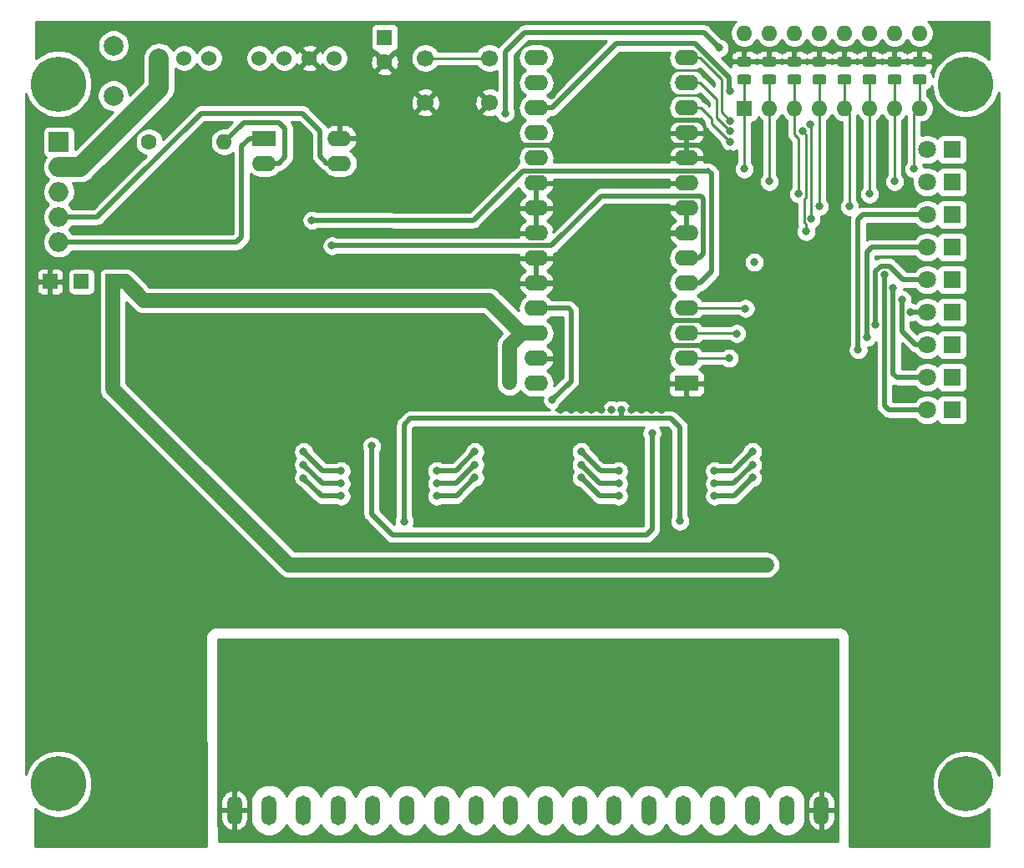
<source format=gbl>
G04 #@! TF.GenerationSoftware,KiCad,Pcbnew,(5.1.9-0-10_14)*
G04 #@! TF.CreationDate,2023-02-04T12:07:43+01:00*
G04 #@! TF.ProjectId,PDJRSIM,53494d31-3038-42e6-9b69-6361645f7063,221101*
G04 #@! TF.SameCoordinates,Original*
G04 #@! TF.FileFunction,Copper,L2,Bot*
G04 #@! TF.FilePolarity,Positive*
%FSLAX46Y46*%
G04 Gerber Fmt 4.6, Leading zero omitted, Abs format (unit mm)*
G04 Created by KiCad (PCBNEW (5.1.9-0-10_14)) date 2023-02-04 12:07:43*
%MOMM*%
%LPD*%
G01*
G04 APERTURE LIST*
G04 #@! TA.AperFunction,ComponentPad*
%ADD10O,1.500000X3.000000*%
G04 #@! TD*
G04 #@! TA.AperFunction,ComponentPad*
%ADD11C,3.600000*%
G04 #@! TD*
G04 #@! TA.AperFunction,ConnectorPad*
%ADD12C,5.600000*%
G04 #@! TD*
G04 #@! TA.AperFunction,ComponentPad*
%ADD13O,1.600000X1.600000*%
G04 #@! TD*
G04 #@! TA.AperFunction,ComponentPad*
%ADD14R,1.600000X1.600000*%
G04 #@! TD*
G04 #@! TA.AperFunction,ComponentPad*
%ADD15R,1.500000X1.500000*%
G04 #@! TD*
G04 #@! TA.AperFunction,ComponentPad*
%ADD16C,1.524000*%
G04 #@! TD*
G04 #@! TA.AperFunction,ComponentPad*
%ADD17C,1.600000*%
G04 #@! TD*
G04 #@! TA.AperFunction,ComponentPad*
%ADD18C,1.700000*%
G04 #@! TD*
G04 #@! TA.AperFunction,ComponentPad*
%ADD19C,1.800000*%
G04 #@! TD*
G04 #@! TA.AperFunction,ComponentPad*
%ADD20R,1.800000X1.800000*%
G04 #@! TD*
G04 #@! TA.AperFunction,ComponentPad*
%ADD21O,2.000000X2.000000*%
G04 #@! TD*
G04 #@! TA.AperFunction,ComponentPad*
%ADD22R,2.000000X2.000000*%
G04 #@! TD*
G04 #@! TA.AperFunction,ComponentPad*
%ADD23O,2.400000X1.600000*%
G04 #@! TD*
G04 #@! TA.AperFunction,ComponentPad*
%ADD24R,2.400000X1.600000*%
G04 #@! TD*
G04 #@! TA.AperFunction,ComponentPad*
%ADD25C,2.000000*%
G04 #@! TD*
G04 #@! TA.AperFunction,ViaPad*
%ADD26C,0.800000*%
G04 #@! TD*
G04 #@! TA.AperFunction,Conductor*
%ADD27C,0.500000*%
G04 #@! TD*
G04 #@! TA.AperFunction,Conductor*
%ADD28C,0.250000*%
G04 #@! TD*
G04 #@! TA.AperFunction,Conductor*
%ADD29C,1.500000*%
G04 #@! TD*
G04 #@! TA.AperFunction,Conductor*
%ADD30C,2.000000*%
G04 #@! TD*
G04 #@! TA.AperFunction,Conductor*
%ADD31C,0.254000*%
G04 #@! TD*
G04 #@! TA.AperFunction,Conductor*
%ADD32C,0.100000*%
G04 #@! TD*
G04 APERTURE END LIST*
D10*
X213987100Y-40589200D03*
X210487100Y-40589200D03*
X206987100Y-40589200D03*
X203487100Y-40589200D03*
X199987100Y-40589200D03*
X196487100Y-40589200D03*
X192987100Y-40589200D03*
X189487100Y-40589200D03*
X185987100Y-40589200D03*
X182491100Y-40589200D03*
X178991100Y-40589200D03*
X175491100Y-40589200D03*
X171991100Y-40589200D03*
X168491100Y-40589200D03*
X164991100Y-40589200D03*
X161491100Y-40589200D03*
X157991100Y-40589200D03*
X154491100Y-40589200D03*
D11*
X136631500Y33097000D03*
D12*
X136631500Y33097000D03*
X228631500Y33097000D03*
D11*
X228631500Y33097000D03*
D13*
X206159500Y38252000D03*
X223939500Y30632000D03*
X208699500Y38252000D03*
X221399500Y30632000D03*
X211239500Y38252000D03*
X218859500Y30632000D03*
X213779500Y38252000D03*
X216319500Y30632000D03*
X216319500Y38252000D03*
X213779500Y30632000D03*
X218859500Y38252000D03*
X211239500Y30632000D03*
X221399500Y38252000D03*
X208699500Y30632000D03*
X223939500Y38252000D03*
D14*
X206159500Y30632000D03*
G04 #@! TA.AperFunction,SMDPad,CuDef*
G36*
G01*
X206609502Y34842000D02*
X205709498Y34842000D01*
G75*
G02*
X205459500Y35091998I0J249998D01*
G01*
X205459500Y35617002D01*
G75*
G02*
X205709498Y35867000I249998J0D01*
G01*
X206609502Y35867000D01*
G75*
G02*
X206859500Y35617002I0J-249998D01*
G01*
X206859500Y35091998D01*
G75*
G02*
X206609502Y34842000I-249998J0D01*
G01*
G37*
G04 #@! TD.AperFunction*
G04 #@! TA.AperFunction,SMDPad,CuDef*
G36*
G01*
X206609502Y33017000D02*
X205709498Y33017000D01*
G75*
G02*
X205459500Y33266998I0J249998D01*
G01*
X205459500Y33792002D01*
G75*
G02*
X205709498Y34042000I249998J0D01*
G01*
X206609502Y34042000D01*
G75*
G02*
X206859500Y33792002I0J-249998D01*
G01*
X206859500Y33266998D01*
G75*
G02*
X206609502Y33017000I-249998J0D01*
G01*
G37*
G04 #@! TD.AperFunction*
G04 #@! TA.AperFunction,SMDPad,CuDef*
G36*
G01*
X209149502Y34842000D02*
X208249498Y34842000D01*
G75*
G02*
X207999500Y35091998I0J249998D01*
G01*
X207999500Y35617002D01*
G75*
G02*
X208249498Y35867000I249998J0D01*
G01*
X209149502Y35867000D01*
G75*
G02*
X209399500Y35617002I0J-249998D01*
G01*
X209399500Y35091998D01*
G75*
G02*
X209149502Y34842000I-249998J0D01*
G01*
G37*
G04 #@! TD.AperFunction*
G04 #@! TA.AperFunction,SMDPad,CuDef*
G36*
G01*
X209149502Y33017000D02*
X208249498Y33017000D01*
G75*
G02*
X207999500Y33266998I0J249998D01*
G01*
X207999500Y33792002D01*
G75*
G02*
X208249498Y34042000I249998J0D01*
G01*
X209149502Y34042000D01*
G75*
G02*
X209399500Y33792002I0J-249998D01*
G01*
X209399500Y33266998D01*
G75*
G02*
X209149502Y33017000I-249998J0D01*
G01*
G37*
G04 #@! TD.AperFunction*
G04 #@! TA.AperFunction,SMDPad,CuDef*
G36*
G01*
X211689502Y34842000D02*
X210789498Y34842000D01*
G75*
G02*
X210539500Y35091998I0J249998D01*
G01*
X210539500Y35617002D01*
G75*
G02*
X210789498Y35867000I249998J0D01*
G01*
X211689502Y35867000D01*
G75*
G02*
X211939500Y35617002I0J-249998D01*
G01*
X211939500Y35091998D01*
G75*
G02*
X211689502Y34842000I-249998J0D01*
G01*
G37*
G04 #@! TD.AperFunction*
G04 #@! TA.AperFunction,SMDPad,CuDef*
G36*
G01*
X211689502Y33017000D02*
X210789498Y33017000D01*
G75*
G02*
X210539500Y33266998I0J249998D01*
G01*
X210539500Y33792002D01*
G75*
G02*
X210789498Y34042000I249998J0D01*
G01*
X211689502Y34042000D01*
G75*
G02*
X211939500Y33792002I0J-249998D01*
G01*
X211939500Y33266998D01*
G75*
G02*
X211689502Y33017000I-249998J0D01*
G01*
G37*
G04 #@! TD.AperFunction*
G04 #@! TA.AperFunction,SMDPad,CuDef*
G36*
G01*
X214229502Y34842000D02*
X213329498Y34842000D01*
G75*
G02*
X213079500Y35091998I0J249998D01*
G01*
X213079500Y35617002D01*
G75*
G02*
X213329498Y35867000I249998J0D01*
G01*
X214229502Y35867000D01*
G75*
G02*
X214479500Y35617002I0J-249998D01*
G01*
X214479500Y35091998D01*
G75*
G02*
X214229502Y34842000I-249998J0D01*
G01*
G37*
G04 #@! TD.AperFunction*
G04 #@! TA.AperFunction,SMDPad,CuDef*
G36*
G01*
X214229502Y33017000D02*
X213329498Y33017000D01*
G75*
G02*
X213079500Y33266998I0J249998D01*
G01*
X213079500Y33792002D01*
G75*
G02*
X213329498Y34042000I249998J0D01*
G01*
X214229502Y34042000D01*
G75*
G02*
X214479500Y33792002I0J-249998D01*
G01*
X214479500Y33266998D01*
G75*
G02*
X214229502Y33017000I-249998J0D01*
G01*
G37*
G04 #@! TD.AperFunction*
G04 #@! TA.AperFunction,SMDPad,CuDef*
G36*
G01*
X216769502Y34842000D02*
X215869498Y34842000D01*
G75*
G02*
X215619500Y35091998I0J249998D01*
G01*
X215619500Y35617002D01*
G75*
G02*
X215869498Y35867000I249998J0D01*
G01*
X216769502Y35867000D01*
G75*
G02*
X217019500Y35617002I0J-249998D01*
G01*
X217019500Y35091998D01*
G75*
G02*
X216769502Y34842000I-249998J0D01*
G01*
G37*
G04 #@! TD.AperFunction*
G04 #@! TA.AperFunction,SMDPad,CuDef*
G36*
G01*
X216769502Y33017000D02*
X215869498Y33017000D01*
G75*
G02*
X215619500Y33266998I0J249998D01*
G01*
X215619500Y33792002D01*
G75*
G02*
X215869498Y34042000I249998J0D01*
G01*
X216769502Y34042000D01*
G75*
G02*
X217019500Y33792002I0J-249998D01*
G01*
X217019500Y33266998D01*
G75*
G02*
X216769502Y33017000I-249998J0D01*
G01*
G37*
G04 #@! TD.AperFunction*
G04 #@! TA.AperFunction,SMDPad,CuDef*
G36*
G01*
X219309502Y34842000D02*
X218409498Y34842000D01*
G75*
G02*
X218159500Y35091998I0J249998D01*
G01*
X218159500Y35617002D01*
G75*
G02*
X218409498Y35867000I249998J0D01*
G01*
X219309502Y35867000D01*
G75*
G02*
X219559500Y35617002I0J-249998D01*
G01*
X219559500Y35091998D01*
G75*
G02*
X219309502Y34842000I-249998J0D01*
G01*
G37*
G04 #@! TD.AperFunction*
G04 #@! TA.AperFunction,SMDPad,CuDef*
G36*
G01*
X219309502Y33017000D02*
X218409498Y33017000D01*
G75*
G02*
X218159500Y33266998I0J249998D01*
G01*
X218159500Y33792002D01*
G75*
G02*
X218409498Y34042000I249998J0D01*
G01*
X219309502Y34042000D01*
G75*
G02*
X219559500Y33792002I0J-249998D01*
G01*
X219559500Y33266998D01*
G75*
G02*
X219309502Y33017000I-249998J0D01*
G01*
G37*
G04 #@! TD.AperFunction*
G04 #@! TA.AperFunction,SMDPad,CuDef*
G36*
G01*
X221849502Y34842000D02*
X220949498Y34842000D01*
G75*
G02*
X220699500Y35091998I0J249998D01*
G01*
X220699500Y35617002D01*
G75*
G02*
X220949498Y35867000I249998J0D01*
G01*
X221849502Y35867000D01*
G75*
G02*
X222099500Y35617002I0J-249998D01*
G01*
X222099500Y35091998D01*
G75*
G02*
X221849502Y34842000I-249998J0D01*
G01*
G37*
G04 #@! TD.AperFunction*
G04 #@! TA.AperFunction,SMDPad,CuDef*
G36*
G01*
X221849502Y33017000D02*
X220949498Y33017000D01*
G75*
G02*
X220699500Y33266998I0J249998D01*
G01*
X220699500Y33792002D01*
G75*
G02*
X220949498Y34042000I249998J0D01*
G01*
X221849502Y34042000D01*
G75*
G02*
X222099500Y33792002I0J-249998D01*
G01*
X222099500Y33266998D01*
G75*
G02*
X221849502Y33017000I-249998J0D01*
G01*
G37*
G04 #@! TD.AperFunction*
G04 #@! TA.AperFunction,SMDPad,CuDef*
G36*
G01*
X224389502Y34842000D02*
X223489498Y34842000D01*
G75*
G02*
X223239500Y35091998I0J249998D01*
G01*
X223239500Y35617002D01*
G75*
G02*
X223489498Y35867000I249998J0D01*
G01*
X224389502Y35867000D01*
G75*
G02*
X224639500Y35617002I0J-249998D01*
G01*
X224639500Y35091998D01*
G75*
G02*
X224389502Y34842000I-249998J0D01*
G01*
G37*
G04 #@! TD.AperFunction*
G04 #@! TA.AperFunction,SMDPad,CuDef*
G36*
G01*
X224389502Y33017000D02*
X223489498Y33017000D01*
G75*
G02*
X223239500Y33266998I0J249998D01*
G01*
X223239500Y33792002D01*
G75*
G02*
X223489498Y34042000I249998J0D01*
G01*
X224389502Y34042000D01*
G75*
G02*
X224639500Y33792002I0J-249998D01*
G01*
X224639500Y33266998D01*
G75*
G02*
X224389502Y33017000I-249998J0D01*
G01*
G37*
G04 #@! TD.AperFunction*
D15*
X142151500Y13042500D03*
G04 #@! TA.AperFunction,ComponentPad*
G36*
G01*
X146088500Y35331000D02*
X146088500Y36093000D01*
G75*
G02*
X146469500Y36474000I381000J0D01*
G01*
X147231500Y36474000D01*
G75*
G02*
X147612500Y36093000I0J-381000D01*
G01*
X147612500Y35331000D01*
G75*
G02*
X147231500Y34950000I-381000J0D01*
G01*
X146469500Y34950000D01*
G75*
G02*
X146088500Y35331000I0J381000D01*
G01*
G37*
G04 #@! TD.AperFunction*
D16*
X149390500Y35712000D03*
X151930500Y35712000D03*
X157010500Y35712000D03*
X159550500Y35712000D03*
X162090500Y35712000D03*
X164630500Y35712000D03*
D15*
X135801500Y13042500D03*
X138976500Y13042500D03*
D17*
X169710500Y35307500D03*
D14*
X169710500Y37807500D03*
D18*
X173838000Y35712000D03*
X180338000Y35712000D03*
X173838000Y31212000D03*
X180338000Y31212000D03*
D19*
X224701500Y26441000D03*
D20*
X227241500Y26441000D03*
D13*
X153454500Y27203000D03*
D17*
X145834500Y27203000D03*
D21*
X136690500Y17043000D03*
X136690500Y19583000D03*
X136690500Y22123000D03*
X136690500Y24663000D03*
D22*
X136690500Y27203000D03*
D23*
X185077500Y2717000D03*
X200317500Y35737000D03*
X185077500Y5257000D03*
X200317500Y33197000D03*
X185077500Y7797000D03*
X200317500Y30657000D03*
X185077500Y10337000D03*
X200317500Y28117000D03*
X185077500Y12877000D03*
X200317500Y25577000D03*
X185077500Y15417000D03*
X200317500Y23037000D03*
X185077500Y17957000D03*
X200317500Y20497000D03*
X185077500Y20497000D03*
X200317500Y17957000D03*
X185077500Y23037000D03*
X200317500Y15417000D03*
X185077500Y25577000D03*
X200317500Y12877000D03*
X185077500Y28117000D03*
X200317500Y10337000D03*
X185077500Y30657000D03*
X200317500Y7797000D03*
X185077500Y33197000D03*
X200317500Y5257000D03*
X185077500Y35737000D03*
D24*
X200317500Y2717000D03*
D19*
X224701500Y25000D03*
D20*
X227241500Y25000D03*
D19*
X224701500Y3327000D03*
D20*
X227241500Y3327000D03*
D19*
X224701500Y6629000D03*
D20*
X227241500Y6629000D03*
D19*
X224701500Y9931000D03*
D20*
X227241500Y9931000D03*
D23*
X165138500Y27584000D03*
X157518500Y25044000D03*
X165138500Y25044000D03*
D24*
X157518500Y27584000D03*
D19*
X224701500Y13233000D03*
D20*
X227241500Y13233000D03*
D19*
X224701500Y16535000D03*
D20*
X227241500Y16535000D03*
D19*
X224701500Y19837000D03*
D20*
X227241500Y19837000D03*
D19*
X224701500Y23139000D03*
D20*
X227241500Y23139000D03*
D25*
X142225000Y36982000D03*
X142215000Y31902000D03*
D11*
X228626500Y-37923000D03*
D12*
X228626500Y-37923000D03*
X136626500Y-37923000D03*
D11*
X136626500Y-37923000D03*
D26*
X156820000Y19265500D03*
X151867000Y33235500D03*
X149390500Y33235500D03*
X210223500Y16535000D03*
X204762500Y25996500D03*
X208509000Y9677000D03*
X150635100Y27228400D03*
X153479900Y18160600D03*
X141719700Y18160600D03*
X198730000Y19265500D03*
X186665000Y11645500D03*
X186665000Y14185500D03*
X198742700Y34467400D03*
X198742700Y31927400D03*
X186652300Y29387400D03*
X198768100Y29387400D03*
X186652300Y26847400D03*
X186652300Y21767400D03*
X198742700Y26847400D03*
X203644900Y39039400D03*
X207429500Y37083600D03*
X228689300Y38252000D03*
X220535900Y21716600D03*
X204635500Y12471000D03*
X138087500Y20853000D03*
X197079000Y23012000D03*
X186665000Y34505500D03*
X186665000Y31965500D03*
X186665000Y19202000D03*
X204609900Y-4876800D03*
X163868300Y-4927600D03*
X181800700Y-11277600D03*
X186626700Y-11277600D03*
X191808300Y-4876800D03*
X176568300Y-4876800D03*
X194729500Y25000D03*
X187554000Y25000D03*
X195745500Y25000D03*
X188633500Y25000D03*
X196761500Y25000D03*
X189649500Y25000D03*
X197777500Y25000D03*
X190665500Y25000D03*
X198666500Y1041000D03*
X191681500Y25000D03*
X162344500Y19265500D03*
X164376500Y16680159D03*
X181966000Y30124000D03*
X203638490Y36746990D03*
X181610000Y9779000D03*
X166497000Y11099000D03*
X208419900Y-15697200D03*
X202069900Y-15697200D03*
X197599500Y-15697200D03*
X194348300Y-15697200D03*
X188049100Y-15697200D03*
X180378300Y-15697200D03*
X174079100Y-15697200D03*
X169608700Y-15697200D03*
X166408300Y-15697200D03*
X160007500Y-15697200D03*
X205397500Y7772000D03*
X206286500Y10312000D03*
X204635500Y5264046D03*
X212954000Y19392500D03*
X204762500Y29362000D03*
X212827000Y28981000D03*
X212446000Y18122500D03*
X204762500Y28282500D03*
X212065000Y28282500D03*
X204762500Y27203000D03*
X186728500Y1041000D03*
X192697500Y25000D03*
X193713500Y25000D03*
X199631500Y-11257200D03*
X171691500Y-11277600D03*
X204762500Y32346500D03*
X218605500Y7391000D03*
X223050500Y9931000D03*
X221272500Y12407500D03*
X217716500Y6121000D03*
X219494500Y8661000D03*
X222161500Y11201000D03*
X220383500Y13741000D03*
X223368000Y24472500D03*
X221399500Y23202500D03*
X218859500Y21932500D03*
X216827500Y20662500D03*
X213779500Y20662500D03*
X211684000Y21932500D03*
X208699500Y23202500D03*
X206159500Y24472500D03*
X207175500Y15011000D03*
X165291100Y-6167200D03*
X161483500Y-4216800D03*
X165291100Y-7447200D03*
X161483500Y-5536800D03*
X174993500Y-8717200D03*
X178851500Y-6858000D03*
X174993500Y-7447200D03*
X178851500Y-5537200D03*
X178851500Y-4216400D03*
X174993500Y-6146800D03*
X193434300Y-6167200D03*
X189626700Y-4216400D03*
X193434300Y-7447200D03*
X189626700Y-5536800D03*
X203136700Y-8717200D03*
X206997400Y-6858000D03*
X206997400Y-5537200D03*
X203136700Y-7447200D03*
X203136700Y-6146800D03*
X206997400Y-4216400D03*
X168389500Y-3637200D03*
X196817100Y-2357200D03*
X165291100Y-8717200D03*
X161483500Y-6876800D03*
X193434300Y-8717200D03*
X189626700Y-6851400D03*
D27*
X198818900Y6527400D02*
X201511300Y6527400D01*
X198793500Y9067400D02*
X201511300Y9067400D01*
X201689100Y26847400D02*
X198768100Y26847400D01*
X201511300Y29387400D02*
X198768100Y29387400D01*
D28*
X200317500Y2717000D02*
X199467000Y2717000D01*
D27*
X186626900Y29387400D02*
X186626900Y29387400D01*
X198768100Y29387400D02*
X198768100Y29387400D01*
X186601500Y26847400D02*
X186601500Y26847400D01*
X183629700Y26847400D02*
X186601500Y26847400D01*
D28*
X198742700Y34467400D02*
X201803400Y34467400D01*
X198742700Y31927400D02*
X201803400Y31927400D01*
D27*
X189370500Y12877000D02*
X185077500Y12877000D01*
X189649500Y12598000D02*
X189370500Y12877000D01*
X189649500Y2501500D02*
X189649500Y12598000D01*
X187554000Y406000D02*
X189649500Y2501500D01*
X187554000Y25000D02*
X187554000Y406000D01*
D28*
X200317500Y25577000D02*
X200397530Y25496970D01*
D27*
X195745500Y20066238D02*
X196176262Y20497000D01*
X195745500Y2438000D02*
X195745500Y20066238D01*
X197777500Y406000D02*
X195745500Y2438000D01*
X196176262Y20497000D02*
X200317500Y20497000D01*
X197777500Y25000D02*
X197777500Y406000D01*
X196761500Y16662000D02*
X198056500Y17957000D01*
X198945500Y17957000D02*
X200317500Y17957000D01*
X198056500Y17957000D02*
X198945500Y17957000D01*
X198666500Y1041000D02*
X196761500Y2946000D01*
X196761500Y3454000D02*
X196761500Y16662000D01*
X196761500Y2946000D02*
X196761500Y3454000D01*
X201714500Y12877000D02*
X200317500Y12877000D01*
X202222500Y13385000D02*
X201714500Y12877000D01*
X202222500Y13423500D02*
X202222500Y13385000D01*
X191762864Y24287010D02*
X201235271Y24287010D01*
X202857500Y14058500D02*
X202222500Y13423500D01*
X202540000Y24294700D02*
X202540000Y24282000D01*
X202527300Y24282000D02*
X202540000Y24294700D01*
X201240281Y24282000D02*
X202527300Y24282000D01*
X201235271Y24287010D02*
X201240281Y24282000D01*
X202857500Y23964500D02*
X202857500Y14058500D01*
X202540000Y24282000D02*
X202857500Y23964500D01*
X191762864Y24287010D02*
X183749010Y24287010D01*
X183749010Y24287010D02*
X178702559Y19240559D01*
X178702559Y19240559D02*
X178258059Y19240559D01*
X162344500Y19265500D02*
X178258059Y19240559D01*
X201612500Y15417000D02*
X200317500Y15417000D01*
X202032000Y21488000D02*
X202032000Y15836500D01*
X202032000Y15836500D02*
X201612500Y15417000D01*
X201240281Y21742000D02*
X201778000Y21742000D01*
X191686510Y21747010D02*
X201235271Y21747010D01*
X186619659Y16680159D02*
X191686510Y21747010D01*
X201778000Y21742000D02*
X202032000Y21488000D01*
X201235271Y21747010D02*
X201240281Y21742000D01*
X164376500Y16680159D02*
X186619659Y16680159D01*
D28*
X173838000Y35712000D02*
X180338000Y35712000D01*
X185052500Y33172000D02*
X185077500Y33197000D01*
D27*
X183934500Y38315500D02*
X202069980Y38315500D01*
X181966000Y36347000D02*
X183934500Y38315500D01*
X202069980Y38315500D02*
X203638490Y36746990D01*
X181966000Y30124000D02*
X181966000Y36347000D01*
D29*
X183592000Y7797000D02*
X185077500Y7797000D01*
X145326500Y11137500D02*
X180251500Y11137500D01*
X143421500Y13042500D02*
X145326500Y11137500D01*
X180251500Y11137500D02*
X183592000Y7797000D01*
X142151500Y13042500D02*
X143421500Y13042500D01*
X183592000Y7797000D02*
X183592000Y7773000D01*
X183592000Y7773000D02*
X182359500Y6540500D01*
X182359500Y6540500D02*
X182359500Y2794000D01*
X142151500Y13042500D02*
X142151500Y10338000D01*
X202069900Y-15697200D02*
X208419900Y-15697200D01*
X197599500Y-15697200D02*
X202069900Y-15697200D01*
X194348300Y-15697200D02*
X197599500Y-15697200D01*
X188049100Y-15697200D02*
X194348300Y-15697200D01*
X180378300Y-15697200D02*
X188049100Y-15697200D01*
X174079100Y-15697200D02*
X180378300Y-15697200D01*
X169608700Y-15697200D02*
X174079100Y-15697200D01*
X166408300Y-15697200D02*
X169608700Y-15697200D01*
X160007500Y-15697200D02*
X166408300Y-15697200D01*
X142151500Y2158800D02*
X142151500Y2311200D01*
X160007500Y-15697200D02*
X142151500Y2158800D01*
X142151500Y10338000D02*
X142151500Y2311200D01*
D28*
X205372500Y7797000D02*
X205397500Y7772000D01*
X200317500Y7797000D02*
X205372500Y7797000D01*
X206261500Y10337000D02*
X206286500Y10312000D01*
X200317500Y10337000D02*
X206261500Y10337000D01*
X204635500Y5264046D02*
X204508500Y5232000D01*
X200317500Y5257000D02*
X204635500Y5264046D01*
X200317500Y35737000D02*
X200317500Y35645980D01*
X203873500Y30251000D02*
X204762500Y29362000D01*
X203873500Y33553000D02*
X203873500Y30251000D01*
X201689500Y35737000D02*
X203873500Y33553000D01*
X200317500Y35737000D02*
X201689500Y35737000D01*
X212827000Y28981000D02*
X212954000Y28854000D01*
X212954000Y28854000D02*
X212954000Y28536500D01*
X212954000Y28536500D02*
X212954000Y28727000D01*
X212954000Y19392500D02*
X212954000Y28536500D01*
X203365500Y29679500D02*
X204762500Y28282500D01*
X203365500Y31521000D02*
X203365500Y29679500D01*
X201689500Y33197000D02*
X203365500Y31521000D01*
X200317500Y33197000D02*
X201689500Y33197000D01*
X212446000Y21621498D02*
X212446000Y27901500D01*
X212446000Y27901500D02*
X212065000Y28282500D01*
X212228999Y19044499D02*
X212228999Y21404497D01*
X212228999Y21404497D02*
X212446000Y21621498D01*
X212446000Y18827498D02*
X212228999Y19044499D01*
X212446000Y18122500D02*
X212446000Y18827498D01*
X200317500Y30657000D02*
X201753000Y30657000D01*
X201753000Y30657000D02*
X202857500Y29552500D01*
X204762500Y27209498D02*
X204762500Y27203000D01*
X202857500Y29114498D02*
X204762500Y27209498D01*
X202857500Y29552500D02*
X202857500Y29114498D01*
D27*
X188354500Y10337000D02*
X187338500Y10337000D01*
X187338500Y10337000D02*
X185077500Y10337000D01*
X188633500Y10058000D02*
X188354500Y10337000D01*
X186728500Y1041000D02*
X188633500Y2946000D01*
X188633500Y3327000D02*
X188633500Y10058000D01*
X188633500Y2946000D02*
X188633500Y3327000D01*
X193713500Y25000D02*
X193713500Y-838000D01*
X193713500Y-838000D02*
X198742300Y-838000D01*
X198742300Y-838000D02*
X199631500Y-1727200D01*
X199631500Y-11257200D02*
X199631500Y-1727200D01*
X173291900Y-838000D02*
X193713500Y-838000D01*
X172326700Y-838000D02*
X173291900Y-838000D01*
X171691500Y-1473200D02*
X172326700Y-838000D01*
X171691500Y-11277600D02*
X171691500Y-1473200D01*
X186690000Y30657000D02*
X185077500Y30657000D01*
X187871500Y31838500D02*
X186690000Y30657000D01*
X204597593Y33769093D02*
X204597593Y32511407D01*
X204597593Y33769093D02*
X201194186Y37172500D01*
X204597593Y32511407D02*
X204762500Y32346500D01*
X193205500Y37172500D02*
X193840500Y37172500D01*
X187871500Y31838500D02*
X193205500Y37172500D01*
X201194186Y37172500D02*
X193840500Y37172500D01*
X219113500Y16535000D02*
X224701500Y16535000D01*
X218859500Y16281000D02*
X219113500Y16535000D01*
X218605500Y16027000D02*
X218859500Y16281000D01*
X218605500Y7391000D02*
X218605500Y16027000D01*
X223050500Y9931000D02*
X224701500Y9931000D01*
X221272500Y12344000D02*
X221272500Y3708000D01*
X221272500Y3708000D02*
X221653500Y3327000D01*
X221653500Y3327000D02*
X224701500Y3327000D01*
X218224500Y19837000D02*
X224701500Y19837000D01*
X217716500Y19329000D02*
X218224500Y19837000D01*
X217716500Y6121000D02*
X217716500Y19329000D01*
X219494500Y8661000D02*
X219494500Y14122000D01*
X220014498Y14630000D02*
X219494500Y14122000D01*
X224701500Y13233000D02*
X222263100Y13233000D01*
X220866100Y14630000D02*
X220014498Y14630000D01*
X222263100Y13233000D02*
X220866100Y14630000D01*
X224701500Y6629000D02*
X223558500Y6629000D01*
X222161500Y8026000D02*
X222447250Y7740250D01*
X222161500Y11201000D02*
X222161500Y8026000D01*
X223558500Y6629000D02*
X222447250Y7740250D01*
X220828000Y25000D02*
X224701500Y25000D01*
X220383500Y469500D02*
X220828000Y25000D01*
X220383500Y13741000D02*
X220383500Y469500D01*
X147739500Y17043000D02*
X154724500Y17043000D01*
X136690500Y17043000D02*
X147739500Y17043000D01*
X147739500Y17043000D02*
X147993500Y17043000D01*
X154724500Y17043000D02*
X155232500Y17551000D01*
X155232500Y17551000D02*
X155232500Y23012000D01*
X155232500Y23012000D02*
X155232500Y26758500D01*
X156058000Y27584000D02*
X157518500Y27584000D01*
X155232500Y26758500D02*
X156058000Y27584000D01*
X140564000Y19583000D02*
X143802500Y22821500D01*
X136690500Y19583000D02*
X140564000Y19583000D01*
X163170000Y28346000D02*
X162408000Y29108000D01*
X163170000Y25742500D02*
X163170000Y28346000D01*
X163868500Y25044000D02*
X163170000Y25742500D01*
X165138500Y25044000D02*
X163868500Y25044000D01*
X161392000Y30124000D02*
X162408000Y29108000D01*
X151105000Y30124000D02*
X151613000Y30124000D01*
X143802500Y22821500D02*
X151105000Y30124000D01*
X151613000Y30124000D02*
X161392000Y30124000D01*
D30*
X146850500Y32664000D02*
X146850500Y34258998D01*
X139189499Y25002999D02*
X146850500Y32664000D01*
X146850500Y34258998D02*
X146850500Y35712000D01*
X138849500Y24663000D02*
X139189499Y25002999D01*
X136690500Y24663000D02*
X138849500Y24663000D01*
D27*
X153454500Y27203000D02*
X155423000Y29171500D01*
X155423000Y29171500D02*
X159042500Y29171500D01*
X159042500Y29171500D02*
X159614000Y28600000D01*
X159614000Y28600000D02*
X159614000Y25679000D01*
X158979000Y25044000D02*
X157518500Y25044000D01*
X159614000Y25679000D02*
X158979000Y25044000D01*
D28*
X223939500Y33529500D02*
X223939500Y30632000D01*
X223368000Y30060500D02*
X223939500Y30632000D01*
X223368000Y24472500D02*
X223368000Y30060500D01*
X221399500Y33529500D02*
X221399500Y30632000D01*
X221399500Y30632000D02*
X221399500Y23202500D01*
X218859500Y33529500D02*
X218859500Y30632000D01*
X218859500Y30632000D02*
X218859500Y21932500D01*
X216319500Y33529500D02*
X216319500Y30632000D01*
X216700500Y30251000D02*
X216319500Y30632000D01*
X216827500Y30124000D02*
X216319500Y30632000D01*
X216827500Y20662500D02*
X216827500Y30124000D01*
X213462000Y30314500D02*
X213779500Y30632000D01*
X213779500Y33529500D02*
X213779500Y30632000D01*
X213779500Y20662500D02*
X213779500Y30632000D01*
X211239500Y29616000D02*
X211239500Y30632000D01*
X211239500Y33529500D02*
X211239500Y30632000D01*
X211239500Y27965000D02*
X211684000Y27520500D01*
X211239500Y30632000D02*
X211239500Y27965000D01*
X211684000Y21932500D02*
X211684000Y27520500D01*
X208699500Y33529500D02*
X208699500Y30632000D01*
X208699500Y23202500D02*
X208699500Y30632000D01*
X206159500Y33529500D02*
X206159500Y30632000D01*
X206159500Y24472500D02*
X206159500Y30632000D01*
D27*
X165291100Y-6167200D02*
X165158700Y-6167200D01*
X163433900Y-6167200D02*
X161483500Y-4216800D01*
X165291100Y-6167200D02*
X163433900Y-6167200D01*
X165291100Y-7447200D02*
X165118700Y-7447200D01*
X163393900Y-7447200D02*
X161483500Y-5536800D01*
X165291100Y-7447200D02*
X163393900Y-7447200D01*
X176992300Y-8717200D02*
X178851500Y-6858000D01*
X174993500Y-8717200D02*
X176992300Y-8717200D01*
X176941500Y-7447200D02*
X178851500Y-5537200D01*
X174993500Y-7447200D02*
X176941500Y-7447200D01*
X176921100Y-6146800D02*
X178851500Y-4216400D01*
X174993500Y-6146800D02*
X176921100Y-6146800D01*
X193434300Y-6167200D02*
X193301900Y-6167200D01*
X191577500Y-6167200D02*
X189626700Y-4216400D01*
X193434300Y-6167200D02*
X191577500Y-6167200D01*
X193434300Y-7447200D02*
X193261900Y-7447200D01*
X191537100Y-7447200D02*
X189626700Y-5536800D01*
X193434300Y-7447200D02*
X191537100Y-7447200D01*
X205138200Y-8717200D02*
X206997400Y-6858000D01*
X203136700Y-8717200D02*
X205138200Y-8717200D01*
X205087400Y-7447200D02*
X206997400Y-5537200D01*
X203136700Y-7447200D02*
X205087400Y-7447200D01*
X205067000Y-6146800D02*
X206997400Y-4216400D01*
X203136700Y-6146800D02*
X205067000Y-6146800D01*
X196817100Y-2357200D02*
X196817100Y-12060000D01*
X196817100Y-12060000D02*
X196227900Y-12649200D01*
X196227900Y-12649200D02*
X170523100Y-12649200D01*
X168389500Y-10515600D02*
X168389500Y-3637200D01*
X170523100Y-12649200D02*
X168389500Y-10515600D01*
X163323900Y-8717200D02*
X161483500Y-6876800D01*
X165291100Y-8717200D02*
X163323900Y-8717200D01*
X193434300Y-8717200D02*
X193223500Y-8717200D01*
X191492500Y-8717200D02*
X189626700Y-6851400D01*
X193434300Y-8717200D02*
X191492500Y-8717200D01*
D31*
X205311538Y39411269D02*
X205244741Y39366637D01*
X205044863Y39166759D01*
X204887820Y38931727D01*
X204779647Y38670574D01*
X204724500Y38393335D01*
X204724500Y38110665D01*
X204779647Y37833426D01*
X204887820Y37572273D01*
X205044863Y37337241D01*
X205244741Y37137363D01*
X205479773Y36980320D01*
X205740926Y36872147D01*
X206018165Y36817000D01*
X206300835Y36817000D01*
X206578074Y36872147D01*
X206839227Y36980320D01*
X207074259Y37137363D01*
X207274137Y37337241D01*
X207429500Y37569759D01*
X207584863Y37337241D01*
X207784741Y37137363D01*
X208019773Y36980320D01*
X208280926Y36872147D01*
X208558165Y36817000D01*
X208840835Y36817000D01*
X209118074Y36872147D01*
X209379227Y36980320D01*
X209614259Y37137363D01*
X209814137Y37337241D01*
X209969500Y37569759D01*
X210124863Y37337241D01*
X210324741Y37137363D01*
X210559773Y36980320D01*
X210820926Y36872147D01*
X211098165Y36817000D01*
X211380835Y36817000D01*
X211658074Y36872147D01*
X211919227Y36980320D01*
X212154259Y37137363D01*
X212354137Y37337241D01*
X212509500Y37569759D01*
X212664863Y37337241D01*
X212864741Y37137363D01*
X213099773Y36980320D01*
X213360926Y36872147D01*
X213638165Y36817000D01*
X213920835Y36817000D01*
X214198074Y36872147D01*
X214459227Y36980320D01*
X214694259Y37137363D01*
X214894137Y37337241D01*
X215049500Y37569759D01*
X215204863Y37337241D01*
X215404741Y37137363D01*
X215639773Y36980320D01*
X215900926Y36872147D01*
X216178165Y36817000D01*
X216460835Y36817000D01*
X216738074Y36872147D01*
X216999227Y36980320D01*
X217234259Y37137363D01*
X217434137Y37337241D01*
X217589500Y37569759D01*
X217744863Y37337241D01*
X217944741Y37137363D01*
X218179773Y36980320D01*
X218440926Y36872147D01*
X218718165Y36817000D01*
X219000835Y36817000D01*
X219278074Y36872147D01*
X219539227Y36980320D01*
X219774259Y37137363D01*
X219974137Y37337241D01*
X220129500Y37569759D01*
X220284863Y37337241D01*
X220484741Y37137363D01*
X220719773Y36980320D01*
X220980926Y36872147D01*
X221258165Y36817000D01*
X221540835Y36817000D01*
X221818074Y36872147D01*
X222079227Y36980320D01*
X222314259Y37137363D01*
X222514137Y37337241D01*
X222669500Y37569759D01*
X222824863Y37337241D01*
X223024741Y37137363D01*
X223259773Y36980320D01*
X223520926Y36872147D01*
X223798165Y36817000D01*
X224080835Y36817000D01*
X224358074Y36872147D01*
X224619227Y36980320D01*
X224854259Y37137363D01*
X225054137Y37337241D01*
X225211180Y37572273D01*
X225319353Y37833426D01*
X225374500Y38110665D01*
X225374500Y38393335D01*
X225319353Y38670574D01*
X225211180Y38931727D01*
X225054137Y39166759D01*
X224854259Y39366637D01*
X224787760Y39411070D01*
X230951501Y39411007D01*
X230951500Y35634823D01*
X230821185Y35765138D01*
X230258582Y36141057D01*
X229633452Y36399994D01*
X228969818Y36532000D01*
X228293182Y36532000D01*
X227629548Y36399994D01*
X227004418Y36141057D01*
X226441815Y35765138D01*
X225963362Y35286685D01*
X225587443Y34724082D01*
X225328506Y34098952D01*
X225274220Y33826038D01*
X225260508Y33965256D01*
X225209972Y34131852D01*
X225127905Y34285387D01*
X225061224Y34366637D01*
X225090685Y34390815D01*
X225170037Y34487506D01*
X225229002Y34597820D01*
X225265312Y34717518D01*
X225277572Y34842000D01*
X225274500Y35068750D01*
X225115750Y35227500D01*
X224066500Y35227500D01*
X224066500Y35207500D01*
X223812500Y35207500D01*
X223812500Y35227500D01*
X222763250Y35227500D01*
X222669500Y35133750D01*
X222575750Y35227500D01*
X221526500Y35227500D01*
X221526500Y35207500D01*
X221272500Y35207500D01*
X221272500Y35227500D01*
X220223250Y35227500D01*
X220129500Y35133750D01*
X220035750Y35227500D01*
X218986500Y35227500D01*
X218986500Y35207500D01*
X218732500Y35207500D01*
X218732500Y35227500D01*
X217683250Y35227500D01*
X217589500Y35133750D01*
X217495750Y35227500D01*
X216446500Y35227500D01*
X216446500Y35207500D01*
X216192500Y35207500D01*
X216192500Y35227500D01*
X215143250Y35227500D01*
X215049500Y35133750D01*
X214955750Y35227500D01*
X213906500Y35227500D01*
X213906500Y35207500D01*
X213652500Y35207500D01*
X213652500Y35227500D01*
X212603250Y35227500D01*
X212509500Y35133750D01*
X212415750Y35227500D01*
X211366500Y35227500D01*
X211366500Y35207500D01*
X211112500Y35207500D01*
X211112500Y35227500D01*
X210063250Y35227500D01*
X209969500Y35133750D01*
X209875750Y35227500D01*
X208826500Y35227500D01*
X208826500Y35207500D01*
X208572500Y35207500D01*
X208572500Y35227500D01*
X207523250Y35227500D01*
X207429500Y35133750D01*
X207335750Y35227500D01*
X206286500Y35227500D01*
X206286500Y35207500D01*
X206032500Y35207500D01*
X206032500Y35227500D01*
X204983250Y35227500D01*
X204824500Y35068750D01*
X204821428Y34842000D01*
X204826362Y34791903D01*
X203878759Y35739505D01*
X203940388Y35751764D01*
X204128746Y35829785D01*
X204184442Y35867000D01*
X204821428Y35867000D01*
X204824500Y35640250D01*
X204983250Y35481500D01*
X206032500Y35481500D01*
X206032500Y36343250D01*
X206286500Y36343250D01*
X206286500Y35481500D01*
X207335750Y35481500D01*
X207429500Y35575250D01*
X207523250Y35481500D01*
X208572500Y35481500D01*
X208572500Y36343250D01*
X208826500Y36343250D01*
X208826500Y35481500D01*
X209875750Y35481500D01*
X209969500Y35575250D01*
X210063250Y35481500D01*
X211112500Y35481500D01*
X211112500Y36343250D01*
X211366500Y36343250D01*
X211366500Y35481500D01*
X212415750Y35481500D01*
X212509500Y35575250D01*
X212603250Y35481500D01*
X213652500Y35481500D01*
X213652500Y36343250D01*
X213906500Y36343250D01*
X213906500Y35481500D01*
X214955750Y35481500D01*
X215049500Y35575250D01*
X215143250Y35481500D01*
X216192500Y35481500D01*
X216192500Y36343250D01*
X216446500Y36343250D01*
X216446500Y35481500D01*
X217495750Y35481500D01*
X217589500Y35575250D01*
X217683250Y35481500D01*
X218732500Y35481500D01*
X218732500Y36343250D01*
X218986500Y36343250D01*
X218986500Y35481500D01*
X220035750Y35481500D01*
X220129500Y35575250D01*
X220223250Y35481500D01*
X221272500Y35481500D01*
X221272500Y36343250D01*
X221526500Y36343250D01*
X221526500Y35481500D01*
X222575750Y35481500D01*
X222669500Y35575250D01*
X222763250Y35481500D01*
X223812500Y35481500D01*
X223812500Y36343250D01*
X224066500Y36343250D01*
X224066500Y35481500D01*
X225115750Y35481500D01*
X225274500Y35640250D01*
X225277572Y35867000D01*
X225265312Y35991482D01*
X225229002Y36111180D01*
X225170037Y36221494D01*
X225090685Y36318185D01*
X224993994Y36397537D01*
X224883680Y36456502D01*
X224763982Y36492812D01*
X224639500Y36505072D01*
X224225250Y36502000D01*
X224066500Y36343250D01*
X223812500Y36343250D01*
X223653750Y36502000D01*
X223239500Y36505072D01*
X223115018Y36492812D01*
X222995320Y36456502D01*
X222885006Y36397537D01*
X222788315Y36318185D01*
X222708963Y36221494D01*
X222669500Y36147665D01*
X222630037Y36221494D01*
X222550685Y36318185D01*
X222453994Y36397537D01*
X222343680Y36456502D01*
X222223982Y36492812D01*
X222099500Y36505072D01*
X221685250Y36502000D01*
X221526500Y36343250D01*
X221272500Y36343250D01*
X221113750Y36502000D01*
X220699500Y36505072D01*
X220575018Y36492812D01*
X220455320Y36456502D01*
X220345006Y36397537D01*
X220248315Y36318185D01*
X220168963Y36221494D01*
X220129500Y36147665D01*
X220090037Y36221494D01*
X220010685Y36318185D01*
X219913994Y36397537D01*
X219803680Y36456502D01*
X219683982Y36492812D01*
X219559500Y36505072D01*
X219145250Y36502000D01*
X218986500Y36343250D01*
X218732500Y36343250D01*
X218573750Y36502000D01*
X218159500Y36505072D01*
X218035018Y36492812D01*
X217915320Y36456502D01*
X217805006Y36397537D01*
X217708315Y36318185D01*
X217628963Y36221494D01*
X217589500Y36147665D01*
X217550037Y36221494D01*
X217470685Y36318185D01*
X217373994Y36397537D01*
X217263680Y36456502D01*
X217143982Y36492812D01*
X217019500Y36505072D01*
X216605250Y36502000D01*
X216446500Y36343250D01*
X216192500Y36343250D01*
X216033750Y36502000D01*
X215619500Y36505072D01*
X215495018Y36492812D01*
X215375320Y36456502D01*
X215265006Y36397537D01*
X215168315Y36318185D01*
X215088963Y36221494D01*
X215049500Y36147665D01*
X215010037Y36221494D01*
X214930685Y36318185D01*
X214833994Y36397537D01*
X214723680Y36456502D01*
X214603982Y36492812D01*
X214479500Y36505072D01*
X214065250Y36502000D01*
X213906500Y36343250D01*
X213652500Y36343250D01*
X213493750Y36502000D01*
X213079500Y36505072D01*
X212955018Y36492812D01*
X212835320Y36456502D01*
X212725006Y36397537D01*
X212628315Y36318185D01*
X212548963Y36221494D01*
X212509500Y36147665D01*
X212470037Y36221494D01*
X212390685Y36318185D01*
X212293994Y36397537D01*
X212183680Y36456502D01*
X212063982Y36492812D01*
X211939500Y36505072D01*
X211525250Y36502000D01*
X211366500Y36343250D01*
X211112500Y36343250D01*
X210953750Y36502000D01*
X210539500Y36505072D01*
X210415018Y36492812D01*
X210295320Y36456502D01*
X210185006Y36397537D01*
X210088315Y36318185D01*
X210008963Y36221494D01*
X209969500Y36147665D01*
X209930037Y36221494D01*
X209850685Y36318185D01*
X209753994Y36397537D01*
X209643680Y36456502D01*
X209523982Y36492812D01*
X209399500Y36505072D01*
X208985250Y36502000D01*
X208826500Y36343250D01*
X208572500Y36343250D01*
X208413750Y36502000D01*
X207999500Y36505072D01*
X207875018Y36492812D01*
X207755320Y36456502D01*
X207645006Y36397537D01*
X207548315Y36318185D01*
X207468963Y36221494D01*
X207429500Y36147665D01*
X207390037Y36221494D01*
X207310685Y36318185D01*
X207213994Y36397537D01*
X207103680Y36456502D01*
X206983982Y36492812D01*
X206859500Y36505072D01*
X206445250Y36502000D01*
X206286500Y36343250D01*
X206032500Y36343250D01*
X205873750Y36502000D01*
X205459500Y36505072D01*
X205335018Y36492812D01*
X205215320Y36456502D01*
X205105006Y36397537D01*
X205008315Y36318185D01*
X204928963Y36221494D01*
X204869998Y36111180D01*
X204833688Y35991482D01*
X204821428Y35867000D01*
X204184442Y35867000D01*
X204298264Y35943053D01*
X204442427Y36087216D01*
X204555695Y36256734D01*
X204633716Y36445092D01*
X204673490Y36645051D01*
X204673490Y36848929D01*
X204633716Y37048888D01*
X204555695Y37237246D01*
X204442427Y37406764D01*
X204298264Y37550927D01*
X204128746Y37664195D01*
X203940388Y37742216D01*
X203883534Y37753525D01*
X202726514Y38910544D01*
X202698797Y38944317D01*
X202564039Y39054911D01*
X202410293Y39137089D01*
X202243470Y39187695D01*
X202113457Y39200500D01*
X202113449Y39200500D01*
X202069980Y39204781D01*
X202026511Y39200500D01*
X183977965Y39200500D01*
X183934499Y39204781D01*
X183891033Y39200500D01*
X183891023Y39200500D01*
X183761010Y39187695D01*
X183594187Y39137089D01*
X183440441Y39054911D01*
X183440439Y39054910D01*
X183440440Y39054910D01*
X183339453Y38972032D01*
X183339451Y38972030D01*
X183305683Y38944317D01*
X183277970Y38910549D01*
X181370951Y37003529D01*
X181337184Y36975817D01*
X181309471Y36942049D01*
X181309468Y36942046D01*
X181260087Y36881875D01*
X181041411Y37027990D01*
X180771158Y37139932D01*
X180484260Y37197000D01*
X180191740Y37197000D01*
X179904842Y37139932D01*
X179634589Y37027990D01*
X179391368Y36865475D01*
X179184525Y36658632D01*
X179059822Y36472000D01*
X175116178Y36472000D01*
X174991475Y36658632D01*
X174784632Y36865475D01*
X174541411Y37027990D01*
X174271158Y37139932D01*
X173984260Y37197000D01*
X173691740Y37197000D01*
X173404842Y37139932D01*
X173134589Y37027990D01*
X172891368Y36865475D01*
X172684525Y36658632D01*
X172522010Y36415411D01*
X172410068Y36145158D01*
X172353000Y35858260D01*
X172353000Y35565740D01*
X172410068Y35278842D01*
X172522010Y35008589D01*
X172684525Y34765368D01*
X172891368Y34558525D01*
X173134589Y34396010D01*
X173404842Y34284068D01*
X173691740Y34227000D01*
X173984260Y34227000D01*
X174271158Y34284068D01*
X174541411Y34396010D01*
X174784632Y34558525D01*
X174991475Y34765368D01*
X175116178Y34952000D01*
X179059822Y34952000D01*
X179184525Y34765368D01*
X179391368Y34558525D01*
X179634589Y34396010D01*
X179904842Y34284068D01*
X180191740Y34227000D01*
X180484260Y34227000D01*
X180771158Y34284068D01*
X181041411Y34396010D01*
X181081001Y34422463D01*
X181081000Y32502898D01*
X180845117Y32615371D01*
X180561589Y32687339D01*
X180269469Y32702611D01*
X179979981Y32660599D01*
X179704253Y32562919D01*
X179566843Y32489472D01*
X179489208Y32240397D01*
X180338000Y31391605D01*
X180352143Y31405748D01*
X180531748Y31226143D01*
X180517605Y31212000D01*
X180531748Y31197858D01*
X180352143Y31018253D01*
X180338000Y31032395D01*
X179489208Y30183603D01*
X179566843Y29934528D01*
X179830883Y29808629D01*
X180114411Y29736661D01*
X180406531Y29721389D01*
X180696019Y29763401D01*
X180963595Y29858193D01*
X180970774Y29822102D01*
X181048795Y29633744D01*
X181162063Y29464226D01*
X181306226Y29320063D01*
X181475744Y29206795D01*
X181664102Y29128774D01*
X181864061Y29089000D01*
X182067939Y29089000D01*
X182267898Y29128774D01*
X182456256Y29206795D01*
X182625774Y29320063D01*
X182769937Y29464226D01*
X182883205Y29633744D01*
X182961226Y29822102D01*
X183001000Y30022061D01*
X183001000Y30225939D01*
X182961226Y30425898D01*
X182883205Y30614256D01*
X182851000Y30662454D01*
X182851000Y35980422D01*
X184301079Y37430500D01*
X192211921Y37430500D01*
X187276459Y32495037D01*
X187276453Y32495032D01*
X186475644Y31694223D01*
X186278601Y31855932D01*
X186145642Y31927000D01*
X186278601Y31998068D01*
X186497108Y32177392D01*
X186676432Y32395899D01*
X186809682Y32645192D01*
X186891736Y32915691D01*
X186919443Y33197000D01*
X186891736Y33478309D01*
X186809682Y33748808D01*
X186676432Y33998101D01*
X186497108Y34216608D01*
X186278601Y34395932D01*
X186145642Y34467000D01*
X186278601Y34538068D01*
X186497108Y34717392D01*
X186676432Y34935899D01*
X186809682Y35185192D01*
X186891736Y35455691D01*
X186919443Y35737000D01*
X186891736Y36018309D01*
X186809682Y36288808D01*
X186676432Y36538101D01*
X186497108Y36756608D01*
X186278601Y36935932D01*
X186029308Y37069182D01*
X185758809Y37151236D01*
X185547992Y37172000D01*
X184607008Y37172000D01*
X184396191Y37151236D01*
X184125692Y37069182D01*
X183876399Y36935932D01*
X183657892Y36756608D01*
X183478568Y36538101D01*
X183345318Y36288808D01*
X183263264Y36018309D01*
X183235557Y35737000D01*
X183263264Y35455691D01*
X183345318Y35185192D01*
X183478568Y34935899D01*
X183657892Y34717392D01*
X183876399Y34538068D01*
X184009358Y34467000D01*
X183876399Y34395932D01*
X183657892Y34216608D01*
X183478568Y33998101D01*
X183345318Y33748808D01*
X183263264Y33478309D01*
X183235557Y33197000D01*
X183263264Y32915691D01*
X183345318Y32645192D01*
X183478568Y32395899D01*
X183657892Y32177392D01*
X183876399Y31998068D01*
X184009358Y31927000D01*
X183876399Y31855932D01*
X183657892Y31676608D01*
X183478568Y31458101D01*
X183345318Y31208808D01*
X183263264Y30938309D01*
X183235557Y30657000D01*
X183263264Y30375691D01*
X183345318Y30105192D01*
X183478568Y29855899D01*
X183657892Y29637392D01*
X183876399Y29458068D01*
X184009358Y29387000D01*
X183876399Y29315932D01*
X183657892Y29136608D01*
X183478568Y28918101D01*
X183345318Y28668808D01*
X183263264Y28398309D01*
X183235557Y28117000D01*
X183263264Y27835691D01*
X183345318Y27565192D01*
X183478568Y27315899D01*
X183657892Y27097392D01*
X183876399Y26918068D01*
X184009358Y26847000D01*
X183876399Y26775932D01*
X183657892Y26596608D01*
X183478568Y26378101D01*
X183345318Y26128808D01*
X183263264Y25858309D01*
X183235557Y25577000D01*
X183263264Y25295691D01*
X183332389Y25067812D01*
X183254951Y25026421D01*
X183248845Y25021410D01*
X183153963Y24943542D01*
X183153961Y24943540D01*
X183120193Y24915827D01*
X183092480Y24882059D01*
X178335981Y20125559D01*
X178258261Y20125559D01*
X162884219Y20149655D01*
X162834756Y20182705D01*
X162646398Y20260726D01*
X162446439Y20300500D01*
X162242561Y20300500D01*
X162042602Y20260726D01*
X161854244Y20182705D01*
X161684726Y20069437D01*
X161540563Y19925274D01*
X161427295Y19755756D01*
X161349274Y19567398D01*
X161309500Y19367439D01*
X161309500Y19163561D01*
X161349274Y18963602D01*
X161427295Y18775244D01*
X161540563Y18605726D01*
X161684726Y18461563D01*
X161854244Y18348295D01*
X162042602Y18270274D01*
X162242561Y18230500D01*
X162446439Y18230500D01*
X162646398Y18270274D01*
X162834756Y18348295D01*
X162881694Y18379658D01*
X178213890Y18355627D01*
X178214582Y18355559D01*
X178257401Y18355559D01*
X178300149Y18355492D01*
X178300840Y18355559D01*
X178659090Y18355559D01*
X178702559Y18351278D01*
X178746028Y18355559D01*
X178746036Y18355559D01*
X178876049Y18368364D01*
X179042872Y18418970D01*
X179196618Y18501148D01*
X179331376Y18611742D01*
X179359093Y18645515D01*
X180861539Y20147961D01*
X183285596Y20147961D01*
X183303133Y20065182D01*
X183413785Y19805354D01*
X183573000Y19572105D01*
X183774661Y19374399D01*
X184000059Y19227000D01*
X183774661Y19079601D01*
X183573000Y18881895D01*
X183413785Y18648646D01*
X183303133Y18388818D01*
X183285596Y18306039D01*
X183407585Y18084000D01*
X184950500Y18084000D01*
X184950500Y20370000D01*
X183407585Y20370000D01*
X183285596Y20147961D01*
X180861539Y20147961D01*
X183307801Y22594222D01*
X183413785Y22345354D01*
X183573000Y22112105D01*
X183774661Y21914399D01*
X184000059Y21767000D01*
X183774661Y21619601D01*
X183573000Y21421895D01*
X183413785Y21188646D01*
X183303133Y20928818D01*
X183285596Y20846039D01*
X183407585Y20624000D01*
X184950500Y20624000D01*
X184950500Y22910000D01*
X185204500Y22910000D01*
X185204500Y20624000D01*
X186747415Y20624000D01*
X186869404Y20846039D01*
X186851867Y20928818D01*
X186741215Y21188646D01*
X186582000Y21421895D01*
X186380339Y21619601D01*
X186154941Y21767000D01*
X186380339Y21914399D01*
X186582000Y22112105D01*
X186741215Y22345354D01*
X186851867Y22605182D01*
X186869404Y22687961D01*
X186747415Y22910000D01*
X185204500Y22910000D01*
X184950500Y22910000D01*
X184930500Y22910000D01*
X184930500Y23164000D01*
X184950500Y23164000D01*
X184950500Y23184000D01*
X185204500Y23184000D01*
X185204500Y23164000D01*
X186747415Y23164000D01*
X186869404Y23386039D01*
X186866020Y23402010D01*
X198528980Y23402010D01*
X198525596Y23386039D01*
X198647585Y23164000D01*
X200190500Y23164000D01*
X200190500Y23184000D01*
X200444500Y23184000D01*
X200444500Y23164000D01*
X200464500Y23164000D01*
X200464500Y22910000D01*
X200444500Y22910000D01*
X200444500Y22890000D01*
X200190500Y22890000D01*
X200190500Y22910000D01*
X198647585Y22910000D01*
X198525596Y22687961D01*
X198537449Y22632010D01*
X191729975Y22632010D01*
X191686509Y22636291D01*
X191643043Y22632010D01*
X191643033Y22632010D01*
X191513020Y22619205D01*
X191346197Y22568599D01*
X191192451Y22486421D01*
X191186072Y22481186D01*
X191091463Y22403542D01*
X191091461Y22403540D01*
X191057693Y22375827D01*
X191029980Y22342059D01*
X186771924Y18084002D01*
X186747416Y18084002D01*
X186869404Y18306039D01*
X186851867Y18388818D01*
X186741215Y18648646D01*
X186582000Y18881895D01*
X186380339Y19079601D01*
X186154941Y19227000D01*
X186380339Y19374399D01*
X186582000Y19572105D01*
X186741215Y19805354D01*
X186851867Y20065182D01*
X186869404Y20147961D01*
X186747415Y20370000D01*
X185204500Y20370000D01*
X185204500Y18084000D01*
X185224500Y18084000D01*
X185224500Y17830000D01*
X185204500Y17830000D01*
X185204500Y17810000D01*
X184950500Y17810000D01*
X184950500Y17830000D01*
X183407585Y17830000D01*
X183285596Y17607961D01*
X183294664Y17565159D01*
X164914954Y17565159D01*
X164866756Y17597364D01*
X164678398Y17675385D01*
X164478439Y17715159D01*
X164274561Y17715159D01*
X164074602Y17675385D01*
X163886244Y17597364D01*
X163716726Y17484096D01*
X163572563Y17339933D01*
X163459295Y17170415D01*
X163381274Y16982057D01*
X163341500Y16782098D01*
X163341500Y16578220D01*
X163381274Y16378261D01*
X163459295Y16189903D01*
X163572563Y16020385D01*
X163716726Y15876222D01*
X163886244Y15762954D01*
X164074602Y15684933D01*
X164274561Y15645159D01*
X164478439Y15645159D01*
X164678398Y15684933D01*
X164866756Y15762954D01*
X164914954Y15795159D01*
X183291765Y15795159D01*
X183285596Y15766039D01*
X183407585Y15544000D01*
X184950500Y15544000D01*
X184950500Y15564000D01*
X185204500Y15564000D01*
X185204500Y15544000D01*
X186747415Y15544000D01*
X186869404Y15766039D01*
X186856454Y15827168D01*
X186959972Y15858570D01*
X187113718Y15940748D01*
X187248476Y16051342D01*
X187276193Y16085115D01*
X191339039Y20147961D01*
X198525596Y20147961D01*
X198543133Y20065182D01*
X198653785Y19805354D01*
X198813000Y19572105D01*
X199014661Y19374399D01*
X199240059Y19227000D01*
X199014661Y19079601D01*
X198813000Y18881895D01*
X198653785Y18648646D01*
X198543133Y18388818D01*
X198525596Y18306039D01*
X198647585Y18084000D01*
X200190500Y18084000D01*
X200190500Y20370000D01*
X198647585Y20370000D01*
X198525596Y20147961D01*
X191339039Y20147961D01*
X192053089Y20862010D01*
X198528980Y20862010D01*
X198525596Y20846039D01*
X198647585Y20624000D01*
X200190500Y20624000D01*
X200190500Y20644000D01*
X200444500Y20644000D01*
X200444500Y20624000D01*
X200464500Y20624000D01*
X200464500Y20370000D01*
X200444500Y20370000D01*
X200444500Y18084000D01*
X200464500Y18084000D01*
X200464500Y17830000D01*
X200444500Y17830000D01*
X200444500Y17810000D01*
X200190500Y17810000D01*
X200190500Y17830000D01*
X198647585Y17830000D01*
X198525596Y17607961D01*
X198543133Y17525182D01*
X198653785Y17265354D01*
X198813000Y17032105D01*
X199014661Y16834399D01*
X199244241Y16684265D01*
X199116399Y16615932D01*
X198897892Y16436608D01*
X198718568Y16218101D01*
X198585318Y15968808D01*
X198503264Y15698309D01*
X198475557Y15417000D01*
X198503264Y15135691D01*
X198585318Y14865192D01*
X198718568Y14615899D01*
X198897892Y14397392D01*
X199116399Y14218068D01*
X199249358Y14147000D01*
X199116399Y14075932D01*
X198897892Y13896608D01*
X198718568Y13678101D01*
X198585318Y13428808D01*
X198503264Y13158309D01*
X198475557Y12877000D01*
X198503264Y12595691D01*
X198585318Y12325192D01*
X198718568Y12075899D01*
X198897892Y11857392D01*
X199116399Y11678068D01*
X199249358Y11607000D01*
X199116399Y11535932D01*
X198897892Y11356608D01*
X198718568Y11138101D01*
X198585318Y10888808D01*
X198503264Y10618309D01*
X198475557Y10337000D01*
X198503264Y10055691D01*
X198585318Y9785192D01*
X198718568Y9535899D01*
X198897892Y9317392D01*
X199116399Y9138068D01*
X199249358Y9067000D01*
X199116399Y8995932D01*
X198897892Y8816608D01*
X198718568Y8598101D01*
X198585318Y8348808D01*
X198503264Y8078309D01*
X198475557Y7797000D01*
X198503264Y7515691D01*
X198585318Y7245192D01*
X198718568Y6995899D01*
X198897892Y6777392D01*
X199116399Y6598068D01*
X199249358Y6527000D01*
X199116399Y6455932D01*
X198897892Y6276608D01*
X198718568Y6058101D01*
X198585318Y5808808D01*
X198503264Y5538309D01*
X198475557Y5257000D01*
X198503264Y4975691D01*
X198585318Y4705192D01*
X198718568Y4455899D01*
X198897892Y4237392D01*
X199010982Y4144581D01*
X198993018Y4142812D01*
X198873320Y4106502D01*
X198763006Y4047537D01*
X198666315Y3968185D01*
X198586963Y3871494D01*
X198527998Y3761180D01*
X198491688Y3641482D01*
X198479428Y3517000D01*
X198482500Y3002750D01*
X198641250Y2844000D01*
X200190500Y2844000D01*
X200190500Y2864000D01*
X200444500Y2864000D01*
X200444500Y2844000D01*
X201993750Y2844000D01*
X202152500Y3002750D01*
X202155572Y3517000D01*
X202143312Y3641482D01*
X202107002Y3761180D01*
X202048037Y3871494D01*
X201968685Y3968185D01*
X201871994Y4047537D01*
X201761680Y4106502D01*
X201641982Y4142812D01*
X201624018Y4144581D01*
X201737108Y4237392D01*
X201916432Y4455899D01*
X201939816Y4499647D01*
X203932936Y4502899D01*
X203975726Y4460109D01*
X204145244Y4346841D01*
X204333602Y4268820D01*
X204533561Y4229046D01*
X204737439Y4229046D01*
X204937398Y4268820D01*
X205125756Y4346841D01*
X205295274Y4460109D01*
X205439437Y4604272D01*
X205552705Y4773790D01*
X205630726Y4962148D01*
X205670500Y5162107D01*
X205670500Y5365985D01*
X205630726Y5565944D01*
X205552705Y5754302D01*
X205439437Y5923820D01*
X205295274Y6067983D01*
X205125756Y6181251D01*
X204937398Y6259272D01*
X204737439Y6299046D01*
X204533561Y6299046D01*
X204333602Y6259272D01*
X204145244Y6181251D01*
X203975726Y6067983D01*
X203930639Y6022896D01*
X201936988Y6019643D01*
X201916432Y6058101D01*
X201737108Y6276608D01*
X201518601Y6455932D01*
X201385642Y6527000D01*
X201518601Y6598068D01*
X201737108Y6777392D01*
X201916432Y6995899D01*
X201938401Y7037000D01*
X204668789Y7037000D01*
X204737726Y6968063D01*
X204907244Y6854795D01*
X205095602Y6776774D01*
X205295561Y6737000D01*
X205499439Y6737000D01*
X205699398Y6776774D01*
X205887756Y6854795D01*
X206057274Y6968063D01*
X206201437Y7112226D01*
X206314705Y7281744D01*
X206392726Y7470102D01*
X206432500Y7670061D01*
X206432500Y7873939D01*
X206392726Y8073898D01*
X206314705Y8262256D01*
X206201437Y8431774D01*
X206057274Y8575937D01*
X205887756Y8689205D01*
X205699398Y8767226D01*
X205499439Y8807000D01*
X205295561Y8807000D01*
X205095602Y8767226D01*
X204907244Y8689205D01*
X204737726Y8575937D01*
X204718789Y8557000D01*
X201938401Y8557000D01*
X201916432Y8598101D01*
X201737108Y8816608D01*
X201518601Y8995932D01*
X201385642Y9067000D01*
X201518601Y9138068D01*
X201737108Y9317392D01*
X201916432Y9535899D01*
X201938401Y9577000D01*
X205557789Y9577000D01*
X205626726Y9508063D01*
X205796244Y9394795D01*
X205984602Y9316774D01*
X206184561Y9277000D01*
X206388439Y9277000D01*
X206588398Y9316774D01*
X206776756Y9394795D01*
X206946274Y9508063D01*
X207090437Y9652226D01*
X207203705Y9821744D01*
X207281726Y10010102D01*
X207321500Y10210061D01*
X207321500Y10413939D01*
X207281726Y10613898D01*
X207203705Y10802256D01*
X207090437Y10971774D01*
X206946274Y11115937D01*
X206776756Y11229205D01*
X206588398Y11307226D01*
X206388439Y11347000D01*
X206184561Y11347000D01*
X205984602Y11307226D01*
X205796244Y11229205D01*
X205626726Y11115937D01*
X205607789Y11097000D01*
X201938401Y11097000D01*
X201916432Y11138101D01*
X201737108Y11356608D01*
X201518601Y11535932D01*
X201385642Y11607000D01*
X201518601Y11678068D01*
X201737108Y11857392D01*
X201855457Y12001601D01*
X201887990Y12004805D01*
X202054813Y12055411D01*
X202208559Y12137589D01*
X202343317Y12248183D01*
X202371034Y12281956D01*
X202817544Y12728466D01*
X202851317Y12756183D01*
X202961911Y12890941D01*
X202985326Y12934747D01*
X203452549Y13401970D01*
X203486317Y13429683D01*
X203596911Y13564441D01*
X203624689Y13616411D01*
X203679089Y13718186D01*
X203729695Y13885010D01*
X203732844Y13916982D01*
X203742500Y14015023D01*
X203742500Y14015031D01*
X203746781Y14058500D01*
X203742500Y14101969D01*
X203742500Y15112939D01*
X206140500Y15112939D01*
X206140500Y14909061D01*
X206180274Y14709102D01*
X206258295Y14520744D01*
X206371563Y14351226D01*
X206515726Y14207063D01*
X206685244Y14093795D01*
X206873602Y14015774D01*
X207073561Y13976000D01*
X207277439Y13976000D01*
X207477398Y14015774D01*
X207665756Y14093795D01*
X207835274Y14207063D01*
X207979437Y14351226D01*
X208092705Y14520744D01*
X208170726Y14709102D01*
X208210500Y14909061D01*
X208210500Y15112939D01*
X208170726Y15312898D01*
X208092705Y15501256D01*
X207979437Y15670774D01*
X207835274Y15814937D01*
X207665756Y15928205D01*
X207477398Y16006226D01*
X207277439Y16046000D01*
X207073561Y16046000D01*
X206873602Y16006226D01*
X206685244Y15928205D01*
X206515726Y15814937D01*
X206371563Y15670774D01*
X206258295Y15501256D01*
X206180274Y15312898D01*
X206140500Y15112939D01*
X203742500Y15112939D01*
X203742500Y23921031D01*
X203746781Y23964500D01*
X203742500Y24007969D01*
X203742500Y24007977D01*
X203729695Y24137990D01*
X203679089Y24304813D01*
X203596911Y24458559D01*
X203486317Y24593317D01*
X203452545Y24621033D01*
X203254660Y24818918D01*
X203168817Y24923517D01*
X203149233Y24939589D01*
X203034059Y25034111D01*
X202880313Y25116289D01*
X202713490Y25166895D01*
X202697935Y25168427D01*
X202540000Y25183982D01*
X202367576Y25167000D01*
X202096489Y25167000D01*
X202109404Y25227961D01*
X201987415Y25450000D01*
X200444500Y25450000D01*
X200444500Y25430000D01*
X200190500Y25430000D01*
X200190500Y25450000D01*
X198647585Y25450000D01*
X198525596Y25227961D01*
X198537449Y25172010D01*
X186854218Y25172010D01*
X186891736Y25295691D01*
X186919443Y25577000D01*
X186891736Y25858309D01*
X186809682Y26128808D01*
X186676432Y26378101D01*
X186497108Y26596608D01*
X186278601Y26775932D01*
X186145642Y26847000D01*
X186278601Y26918068D01*
X186497108Y27097392D01*
X186676432Y27315899D01*
X186809682Y27565192D01*
X186871190Y27767961D01*
X198525596Y27767961D01*
X198543133Y27685182D01*
X198653785Y27425354D01*
X198813000Y27192105D01*
X199014661Y26994399D01*
X199240059Y26847000D01*
X199014661Y26699601D01*
X198813000Y26501895D01*
X198653785Y26268646D01*
X198543133Y26008818D01*
X198525596Y25926039D01*
X198647585Y25704000D01*
X200190500Y25704000D01*
X200190500Y27990000D01*
X200444500Y27990000D01*
X200444500Y25704000D01*
X201987415Y25704000D01*
X202109404Y25926039D01*
X202091867Y26008818D01*
X201981215Y26268646D01*
X201822000Y26501895D01*
X201620339Y26699601D01*
X201394941Y26847000D01*
X201620339Y26994399D01*
X201822000Y27192105D01*
X201981215Y27425354D01*
X202091867Y27685182D01*
X202109404Y27767961D01*
X201987415Y27990000D01*
X200444500Y27990000D01*
X200190500Y27990000D01*
X198647585Y27990000D01*
X198525596Y27767961D01*
X186871190Y27767961D01*
X186891736Y27835691D01*
X186919443Y28117000D01*
X186891736Y28398309D01*
X186809682Y28668808D01*
X186676432Y28918101D01*
X186497108Y29136608D01*
X186278601Y29315932D01*
X186145642Y29387000D01*
X186278601Y29458068D01*
X186497108Y29637392D01*
X186607578Y29772000D01*
X186646531Y29772000D01*
X186690000Y29767719D01*
X186733469Y29772000D01*
X186733477Y29772000D01*
X186863490Y29784805D01*
X187030313Y29835411D01*
X187184059Y29917589D01*
X187318817Y30028183D01*
X187346534Y30061956D01*
X188528032Y31243453D01*
X188528037Y31243459D01*
X193572079Y36287500D01*
X198584921Y36287500D01*
X198503264Y36018309D01*
X198475557Y35737000D01*
X198503264Y35455691D01*
X198585318Y35185192D01*
X198718568Y34935899D01*
X198897892Y34717392D01*
X199116399Y34538068D01*
X199249358Y34467000D01*
X199116399Y34395932D01*
X198897892Y34216608D01*
X198718568Y33998101D01*
X198585318Y33748808D01*
X198503264Y33478309D01*
X198475557Y33197000D01*
X198503264Y32915691D01*
X198585318Y32645192D01*
X198718568Y32395899D01*
X198897892Y32177392D01*
X199116399Y31998068D01*
X199249358Y31927000D01*
X199116399Y31855932D01*
X198897892Y31676608D01*
X198718568Y31458101D01*
X198585318Y31208808D01*
X198503264Y30938309D01*
X198475557Y30657000D01*
X198503264Y30375691D01*
X198585318Y30105192D01*
X198718568Y29855899D01*
X198897892Y29637392D01*
X199116399Y29458068D01*
X199244241Y29389735D01*
X199014661Y29239601D01*
X198813000Y29041895D01*
X198653785Y28808646D01*
X198543133Y28548818D01*
X198525596Y28466039D01*
X198647585Y28244000D01*
X200190500Y28244000D01*
X200190500Y28264000D01*
X200444500Y28264000D01*
X200444500Y28244000D01*
X201987415Y28244000D01*
X202109404Y28466039D01*
X202091867Y28548818D01*
X201981215Y28808646D01*
X201822000Y29041895D01*
X201620339Y29239601D01*
X201390759Y29389735D01*
X201518601Y29458068D01*
X201715522Y29619677D01*
X202097500Y29237698D01*
X202097500Y29151820D01*
X202093824Y29114498D01*
X202097500Y29077176D01*
X202097500Y29077165D01*
X202108497Y28965512D01*
X202151954Y28822251D01*
X202222526Y28690222D01*
X202317500Y28574497D01*
X202346498Y28550699D01*
X203727500Y27169696D01*
X203727500Y27101061D01*
X203767274Y26901102D01*
X203845295Y26712744D01*
X203958563Y26543226D01*
X204102726Y26399063D01*
X204272244Y26285795D01*
X204460602Y26207774D01*
X204660561Y26168000D01*
X204864439Y26168000D01*
X205064398Y26207774D01*
X205252756Y26285795D01*
X205399500Y26383846D01*
X205399500Y25176211D01*
X205355563Y25132274D01*
X205242295Y24962756D01*
X205164274Y24774398D01*
X205124500Y24574439D01*
X205124500Y24370561D01*
X205164274Y24170602D01*
X205242295Y23982244D01*
X205355563Y23812726D01*
X205499726Y23668563D01*
X205669244Y23555295D01*
X205857602Y23477274D01*
X206057561Y23437500D01*
X206261439Y23437500D01*
X206461398Y23477274D01*
X206649756Y23555295D01*
X206819274Y23668563D01*
X206963437Y23812726D01*
X207076705Y23982244D01*
X207154726Y24170602D01*
X207194500Y24370561D01*
X207194500Y24574439D01*
X207154726Y24774398D01*
X207076705Y24962756D01*
X206963437Y25132274D01*
X206919500Y25176211D01*
X206919500Y29193928D01*
X206959500Y29193928D01*
X207083982Y29206188D01*
X207203680Y29242498D01*
X207313994Y29301463D01*
X207410685Y29380815D01*
X207490037Y29477506D01*
X207549002Y29587820D01*
X207585312Y29707518D01*
X207586143Y29715961D01*
X207784741Y29517363D01*
X207939501Y29413956D01*
X207939500Y23906211D01*
X207895563Y23862274D01*
X207782295Y23692756D01*
X207704274Y23504398D01*
X207664500Y23304439D01*
X207664500Y23100561D01*
X207704274Y22900602D01*
X207782295Y22712244D01*
X207895563Y22542726D01*
X208039726Y22398563D01*
X208209244Y22285295D01*
X208397602Y22207274D01*
X208597561Y22167500D01*
X208801439Y22167500D01*
X209001398Y22207274D01*
X209189756Y22285295D01*
X209359274Y22398563D01*
X209503437Y22542726D01*
X209616705Y22712244D01*
X209694726Y22900602D01*
X209734500Y23100561D01*
X209734500Y23304439D01*
X209694726Y23504398D01*
X209616705Y23692756D01*
X209503437Y23862274D01*
X209459500Y23906211D01*
X209459500Y29413957D01*
X209614259Y29517363D01*
X209814137Y29717241D01*
X209969500Y29949759D01*
X210124863Y29717241D01*
X210324741Y29517363D01*
X210479500Y29413956D01*
X210479501Y28002332D01*
X210475824Y27965000D01*
X210479501Y27927667D01*
X210490498Y27816014D01*
X210497726Y27792185D01*
X210533954Y27672754D01*
X210604526Y27540724D01*
X210655541Y27478563D01*
X210699500Y27424999D01*
X210728498Y27401201D01*
X210924001Y27205698D01*
X210924000Y22636211D01*
X210880063Y22592274D01*
X210766795Y22422756D01*
X210688774Y22234398D01*
X210649000Y22034439D01*
X210649000Y21830561D01*
X210688774Y21630602D01*
X210766795Y21442244D01*
X210880063Y21272726D01*
X211024226Y21128563D01*
X211193744Y21015295D01*
X211382102Y20937274D01*
X211469000Y20919989D01*
X211468999Y19081822D01*
X211465323Y19044499D01*
X211468999Y19007177D01*
X211468999Y19007167D01*
X211479996Y18895514D01*
X211523453Y18752253D01*
X211567252Y18670311D01*
X211528795Y18612756D01*
X211450774Y18424398D01*
X211411000Y18224439D01*
X211411000Y18020561D01*
X211450774Y17820602D01*
X211528795Y17632244D01*
X211642063Y17462726D01*
X211786226Y17318563D01*
X211955744Y17205295D01*
X212144102Y17127274D01*
X212344061Y17087500D01*
X212547939Y17087500D01*
X212747898Y17127274D01*
X212936256Y17205295D01*
X213105774Y17318563D01*
X213249937Y17462726D01*
X213363205Y17632244D01*
X213441226Y17820602D01*
X213481000Y18020561D01*
X213481000Y18224439D01*
X213441226Y18424398D01*
X213423675Y18466770D01*
X213444256Y18475295D01*
X213613774Y18588563D01*
X213757937Y18732726D01*
X213871205Y18902244D01*
X213949226Y19090602D01*
X213989000Y19290561D01*
X213989000Y19494439D01*
X213959446Y19643016D01*
X214081398Y19667274D01*
X214269756Y19745295D01*
X214439274Y19858563D01*
X214583437Y20002726D01*
X214696705Y20172244D01*
X214774726Y20360602D01*
X214814500Y20560561D01*
X214814500Y20764439D01*
X214774726Y20964398D01*
X214696705Y21152756D01*
X214583437Y21322274D01*
X214539500Y21366211D01*
X214539500Y29413957D01*
X214694259Y29517363D01*
X214894137Y29717241D01*
X215049500Y29949759D01*
X215204863Y29717241D01*
X215404741Y29517363D01*
X215639773Y29360320D01*
X215900926Y29252147D01*
X216067501Y29219013D01*
X216067500Y21366211D01*
X216023563Y21322274D01*
X215910295Y21152756D01*
X215832274Y20964398D01*
X215792500Y20764439D01*
X215792500Y20560561D01*
X215832274Y20360602D01*
X215910295Y20172244D01*
X216023563Y20002726D01*
X216167726Y19858563D01*
X216337244Y19745295D01*
X216525602Y19667274D01*
X216725561Y19627500D01*
X216882228Y19627500D01*
X216844305Y19502490D01*
X216827219Y19329000D01*
X216831501Y19285521D01*
X216831500Y6659454D01*
X216799295Y6611256D01*
X216721274Y6422898D01*
X216681500Y6222939D01*
X216681500Y6019061D01*
X216721274Y5819102D01*
X216799295Y5630744D01*
X216912563Y5461226D01*
X217056726Y5317063D01*
X217226244Y5203795D01*
X217414602Y5125774D01*
X217614561Y5086000D01*
X217818439Y5086000D01*
X218018398Y5125774D01*
X218206756Y5203795D01*
X218376274Y5317063D01*
X218520437Y5461226D01*
X218633705Y5630744D01*
X218711726Y5819102D01*
X218751500Y6019061D01*
X218751500Y6222939D01*
X218724363Y6359366D01*
X218907398Y6395774D01*
X219095756Y6473795D01*
X219265274Y6587063D01*
X219409437Y6731226D01*
X219498501Y6864519D01*
X219498501Y512979D01*
X219494219Y469500D01*
X219511305Y296010D01*
X219561912Y129187D01*
X219644090Y-24559D01*
X219726968Y-125546D01*
X219726971Y-125549D01*
X219754684Y-159317D01*
X219788452Y-187030D01*
X220171466Y-570044D01*
X220199183Y-603817D01*
X220333941Y-714411D01*
X220487687Y-796589D01*
X220603903Y-831843D01*
X220654509Y-847195D01*
X220669306Y-848652D01*
X220784523Y-860000D01*
X220784531Y-860000D01*
X220828000Y-864281D01*
X220871469Y-860000D01*
X223446710Y-860000D01*
X223509188Y-953505D01*
X223722995Y-1167312D01*
X223974405Y-1335299D01*
X224253757Y-1451011D01*
X224550316Y-1510000D01*
X224852684Y-1510000D01*
X225149243Y-1451011D01*
X225428595Y-1335299D01*
X225680005Y-1167312D01*
X225746444Y-1100873D01*
X225751998Y-1119180D01*
X225810963Y-1229494D01*
X225890315Y-1326185D01*
X225987006Y-1405537D01*
X226097320Y-1464502D01*
X226217018Y-1500812D01*
X226341500Y-1513072D01*
X228141500Y-1513072D01*
X228265982Y-1500812D01*
X228385680Y-1464502D01*
X228495994Y-1405537D01*
X228592685Y-1326185D01*
X228672037Y-1229494D01*
X228731002Y-1119180D01*
X228767312Y-999482D01*
X228779572Y-875000D01*
X228779572Y925000D01*
X228767312Y1049482D01*
X228731002Y1169180D01*
X228672037Y1279494D01*
X228592685Y1376185D01*
X228495994Y1455537D01*
X228385680Y1514502D01*
X228265982Y1550812D01*
X228141500Y1563072D01*
X226341500Y1563072D01*
X226217018Y1550812D01*
X226097320Y1514502D01*
X225987006Y1455537D01*
X225890315Y1376185D01*
X225810963Y1279494D01*
X225751998Y1169180D01*
X225746444Y1150873D01*
X225680005Y1217312D01*
X225428595Y1385299D01*
X225149243Y1501011D01*
X224852684Y1560000D01*
X224550316Y1560000D01*
X224253757Y1501011D01*
X223974405Y1385299D01*
X223722995Y1217312D01*
X223509188Y1003505D01*
X223446710Y910000D01*
X221268500Y910000D01*
X221268500Y2529296D01*
X221313187Y2505411D01*
X221480010Y2454805D01*
X221610023Y2442000D01*
X221610033Y2442000D01*
X221653499Y2437719D01*
X221696965Y2442000D01*
X223446710Y2442000D01*
X223509188Y2348495D01*
X223722995Y2134688D01*
X223974405Y1966701D01*
X224253757Y1850989D01*
X224550316Y1792000D01*
X224852684Y1792000D01*
X225149243Y1850989D01*
X225428595Y1966701D01*
X225680005Y2134688D01*
X225746444Y2201127D01*
X225751998Y2182820D01*
X225810963Y2072506D01*
X225890315Y1975815D01*
X225987006Y1896463D01*
X226097320Y1837498D01*
X226217018Y1801188D01*
X226341500Y1788928D01*
X228141500Y1788928D01*
X228265982Y1801188D01*
X228385680Y1837498D01*
X228495994Y1896463D01*
X228592685Y1975815D01*
X228672037Y2072506D01*
X228731002Y2182820D01*
X228767312Y2302518D01*
X228779572Y2427000D01*
X228779572Y4227000D01*
X228767312Y4351482D01*
X228731002Y4471180D01*
X228672037Y4581494D01*
X228592685Y4678185D01*
X228495994Y4757537D01*
X228385680Y4816502D01*
X228265982Y4852812D01*
X228141500Y4865072D01*
X226341500Y4865072D01*
X226217018Y4852812D01*
X226097320Y4816502D01*
X225987006Y4757537D01*
X225890315Y4678185D01*
X225810963Y4581494D01*
X225751998Y4471180D01*
X225746444Y4452873D01*
X225680005Y4519312D01*
X225428595Y4687299D01*
X225149243Y4803011D01*
X224852684Y4862000D01*
X224550316Y4862000D01*
X224253757Y4803011D01*
X223974405Y4687299D01*
X223722995Y4519312D01*
X223509188Y4305505D01*
X223446710Y4212000D01*
X222157500Y4212000D01*
X222157500Y6778422D01*
X222901970Y6033951D01*
X222929683Y6000183D01*
X222963451Y5972470D01*
X222963453Y5972468D01*
X223022731Y5923820D01*
X223064441Y5889589D01*
X223218187Y5807411D01*
X223385010Y5756805D01*
X223441898Y5751202D01*
X223509188Y5650495D01*
X223722995Y5436688D01*
X223974405Y5268701D01*
X224253757Y5152989D01*
X224550316Y5094000D01*
X224852684Y5094000D01*
X225149243Y5152989D01*
X225428595Y5268701D01*
X225680005Y5436688D01*
X225746444Y5503127D01*
X225751998Y5484820D01*
X225810963Y5374506D01*
X225890315Y5277815D01*
X225987006Y5198463D01*
X226097320Y5139498D01*
X226217018Y5103188D01*
X226341500Y5090928D01*
X228141500Y5090928D01*
X228265982Y5103188D01*
X228385680Y5139498D01*
X228495994Y5198463D01*
X228592685Y5277815D01*
X228672037Y5374506D01*
X228731002Y5484820D01*
X228767312Y5604518D01*
X228779572Y5729000D01*
X228779572Y7529000D01*
X228767312Y7653482D01*
X228731002Y7773180D01*
X228672037Y7883494D01*
X228592685Y7980185D01*
X228495994Y8059537D01*
X228385680Y8118502D01*
X228265982Y8154812D01*
X228141500Y8167072D01*
X226341500Y8167072D01*
X226217018Y8154812D01*
X226097320Y8118502D01*
X225987006Y8059537D01*
X225890315Y7980185D01*
X225810963Y7883494D01*
X225751998Y7773180D01*
X225746444Y7754873D01*
X225680005Y7821312D01*
X225428595Y7989299D01*
X225149243Y8105011D01*
X224852684Y8164000D01*
X224550316Y8164000D01*
X224253757Y8105011D01*
X223974405Y7989299D01*
X223722995Y7821312D01*
X223670381Y7768698D01*
X223046500Y8392578D01*
X223046500Y8896000D01*
X223152439Y8896000D01*
X223352398Y8935774D01*
X223483951Y8990265D01*
X223509188Y8952495D01*
X223722995Y8738688D01*
X223974405Y8570701D01*
X224253757Y8454989D01*
X224550316Y8396000D01*
X224852684Y8396000D01*
X225149243Y8454989D01*
X225428595Y8570701D01*
X225680005Y8738688D01*
X225746444Y8805127D01*
X225751998Y8786820D01*
X225810963Y8676506D01*
X225890315Y8579815D01*
X225987006Y8500463D01*
X226097320Y8441498D01*
X226217018Y8405188D01*
X226341500Y8392928D01*
X228141500Y8392928D01*
X228265982Y8405188D01*
X228385680Y8441498D01*
X228495994Y8500463D01*
X228592685Y8579815D01*
X228672037Y8676506D01*
X228731002Y8786820D01*
X228767312Y8906518D01*
X228779572Y9031000D01*
X228779572Y10831000D01*
X228767312Y10955482D01*
X228731002Y11075180D01*
X228672037Y11185494D01*
X228592685Y11282185D01*
X228495994Y11361537D01*
X228385680Y11420502D01*
X228265982Y11456812D01*
X228141500Y11469072D01*
X226341500Y11469072D01*
X226217018Y11456812D01*
X226097320Y11420502D01*
X225987006Y11361537D01*
X225890315Y11282185D01*
X225810963Y11185494D01*
X225751998Y11075180D01*
X225746444Y11056873D01*
X225680005Y11123312D01*
X225428595Y11291299D01*
X225149243Y11407011D01*
X224852684Y11466000D01*
X224550316Y11466000D01*
X224253757Y11407011D01*
X223974405Y11291299D01*
X223722995Y11123312D01*
X223509188Y10909505D01*
X223483951Y10871735D01*
X223352398Y10926226D01*
X223169363Y10962634D01*
X223196500Y11099061D01*
X223196500Y11302939D01*
X223156726Y11502898D01*
X223078705Y11691256D01*
X222965437Y11860774D01*
X222821274Y12004937D01*
X222651756Y12118205D01*
X222463398Y12196226D01*
X222292513Y12230217D01*
X222307500Y12305561D01*
X222307500Y12348000D01*
X223446710Y12348000D01*
X223509188Y12254495D01*
X223722995Y12040688D01*
X223974405Y11872701D01*
X224253757Y11756989D01*
X224550316Y11698000D01*
X224852684Y11698000D01*
X225149243Y11756989D01*
X225428595Y11872701D01*
X225680005Y12040688D01*
X225746444Y12107127D01*
X225751998Y12088820D01*
X225810963Y11978506D01*
X225890315Y11881815D01*
X225987006Y11802463D01*
X226097320Y11743498D01*
X226217018Y11707188D01*
X226341500Y11694928D01*
X228141500Y11694928D01*
X228265982Y11707188D01*
X228385680Y11743498D01*
X228495994Y11802463D01*
X228592685Y11881815D01*
X228672037Y11978506D01*
X228731002Y12088820D01*
X228767312Y12208518D01*
X228779572Y12333000D01*
X228779572Y14133000D01*
X228767312Y14257482D01*
X228731002Y14377180D01*
X228672037Y14487494D01*
X228592685Y14584185D01*
X228495994Y14663537D01*
X228385680Y14722502D01*
X228265982Y14758812D01*
X228141500Y14771072D01*
X226341500Y14771072D01*
X226217018Y14758812D01*
X226097320Y14722502D01*
X225987006Y14663537D01*
X225890315Y14584185D01*
X225810963Y14487494D01*
X225751998Y14377180D01*
X225746444Y14358873D01*
X225680005Y14425312D01*
X225428595Y14593299D01*
X225149243Y14709011D01*
X224852684Y14768000D01*
X224550316Y14768000D01*
X224253757Y14709011D01*
X223974405Y14593299D01*
X223722995Y14425312D01*
X223509188Y14211505D01*
X223446710Y14118000D01*
X222629679Y14118000D01*
X221522634Y15225044D01*
X221494917Y15258817D01*
X221360159Y15369411D01*
X221206413Y15451589D01*
X221039590Y15502195D01*
X220909577Y15515000D01*
X220909569Y15515000D01*
X220866100Y15519281D01*
X220822631Y15515000D01*
X220063148Y15515000D01*
X220024876Y15519221D01*
X219976201Y15515000D01*
X219971021Y15515000D01*
X219932864Y15511242D01*
X219851198Y15504160D01*
X219846195Y15502706D01*
X219841008Y15502195D01*
X219762509Y15478382D01*
X219683796Y15455504D01*
X219679174Y15453102D01*
X219674185Y15451589D01*
X219601855Y15412928D01*
X219529101Y15375126D01*
X219525034Y15371867D01*
X219520439Y15369411D01*
X219490500Y15344840D01*
X219490500Y15650000D01*
X223446710Y15650000D01*
X223509188Y15556495D01*
X223722995Y15342688D01*
X223974405Y15174701D01*
X224253757Y15058989D01*
X224550316Y15000000D01*
X224852684Y15000000D01*
X225149243Y15058989D01*
X225428595Y15174701D01*
X225680005Y15342688D01*
X225746444Y15409127D01*
X225751998Y15390820D01*
X225810963Y15280506D01*
X225890315Y15183815D01*
X225987006Y15104463D01*
X226097320Y15045498D01*
X226217018Y15009188D01*
X226341500Y14996928D01*
X228141500Y14996928D01*
X228265982Y15009188D01*
X228385680Y15045498D01*
X228495994Y15104463D01*
X228592685Y15183815D01*
X228672037Y15280506D01*
X228731002Y15390820D01*
X228767312Y15510518D01*
X228779572Y15635000D01*
X228779572Y17435000D01*
X228767312Y17559482D01*
X228731002Y17679180D01*
X228672037Y17789494D01*
X228592685Y17886185D01*
X228495994Y17965537D01*
X228385680Y18024502D01*
X228265982Y18060812D01*
X228141500Y18073072D01*
X226341500Y18073072D01*
X226217018Y18060812D01*
X226097320Y18024502D01*
X225987006Y17965537D01*
X225890315Y17886185D01*
X225810963Y17789494D01*
X225751998Y17679180D01*
X225746444Y17660873D01*
X225680005Y17727312D01*
X225428595Y17895299D01*
X225149243Y18011011D01*
X224852684Y18070000D01*
X224550316Y18070000D01*
X224253757Y18011011D01*
X223974405Y17895299D01*
X223722995Y17727312D01*
X223509188Y17513505D01*
X223446710Y17420000D01*
X219156965Y17420000D01*
X219113499Y17424281D01*
X219070033Y17420000D01*
X219070023Y17420000D01*
X218940010Y17407195D01*
X218773187Y17356589D01*
X218619441Y17274411D01*
X218601500Y17259687D01*
X218601500Y18952000D01*
X223446710Y18952000D01*
X223509188Y18858495D01*
X223722995Y18644688D01*
X223974405Y18476701D01*
X224253757Y18360989D01*
X224550316Y18302000D01*
X224852684Y18302000D01*
X225149243Y18360989D01*
X225428595Y18476701D01*
X225680005Y18644688D01*
X225746444Y18711127D01*
X225751998Y18692820D01*
X225810963Y18582506D01*
X225890315Y18485815D01*
X225987006Y18406463D01*
X226097320Y18347498D01*
X226217018Y18311188D01*
X226341500Y18298928D01*
X228141500Y18298928D01*
X228265982Y18311188D01*
X228385680Y18347498D01*
X228495994Y18406463D01*
X228592685Y18485815D01*
X228672037Y18582506D01*
X228731002Y18692820D01*
X228767312Y18812518D01*
X228779572Y18937000D01*
X228779572Y20737000D01*
X228767312Y20861482D01*
X228731002Y20981180D01*
X228672037Y21091494D01*
X228592685Y21188185D01*
X228495994Y21267537D01*
X228385680Y21326502D01*
X228265982Y21362812D01*
X228141500Y21375072D01*
X226341500Y21375072D01*
X226217018Y21362812D01*
X226097320Y21326502D01*
X225987006Y21267537D01*
X225890315Y21188185D01*
X225810963Y21091494D01*
X225751998Y20981180D01*
X225746444Y20962873D01*
X225680005Y21029312D01*
X225428595Y21197299D01*
X225149243Y21313011D01*
X224852684Y21372000D01*
X224550316Y21372000D01*
X224253757Y21313011D01*
X223974405Y21197299D01*
X223722995Y21029312D01*
X223509188Y20815505D01*
X223446710Y20722000D01*
X218267965Y20722000D01*
X218224499Y20726281D01*
X218181033Y20722000D01*
X218181023Y20722000D01*
X218051010Y20709195D01*
X217884187Y20658589D01*
X217862500Y20646997D01*
X217862500Y20764439D01*
X217822726Y20964398D01*
X217744705Y21152756D01*
X217631437Y21322274D01*
X217587500Y21366211D01*
X217587500Y29946765D01*
X217589500Y29949759D01*
X217744863Y29717241D01*
X217944741Y29517363D01*
X218099500Y29413956D01*
X218099501Y22636212D01*
X218055563Y22592274D01*
X217942295Y22422756D01*
X217864274Y22234398D01*
X217824500Y22034439D01*
X217824500Y21830561D01*
X217864274Y21630602D01*
X217942295Y21442244D01*
X218055563Y21272726D01*
X218199726Y21128563D01*
X218369244Y21015295D01*
X218557602Y20937274D01*
X218757561Y20897500D01*
X218961439Y20897500D01*
X219161398Y20937274D01*
X219349756Y21015295D01*
X219519274Y21128563D01*
X219663437Y21272726D01*
X219776705Y21442244D01*
X219854726Y21630602D01*
X219894500Y21830561D01*
X219894500Y22034439D01*
X219854726Y22234398D01*
X219776705Y22422756D01*
X219663437Y22592274D01*
X219619500Y22636211D01*
X219619500Y29413957D01*
X219774259Y29517363D01*
X219974137Y29717241D01*
X220129500Y29949759D01*
X220284863Y29717241D01*
X220484741Y29517363D01*
X220639500Y29413956D01*
X220639501Y23906212D01*
X220595563Y23862274D01*
X220482295Y23692756D01*
X220404274Y23504398D01*
X220364500Y23304439D01*
X220364500Y23100561D01*
X220404274Y22900602D01*
X220482295Y22712244D01*
X220595563Y22542726D01*
X220739726Y22398563D01*
X220909244Y22285295D01*
X221097602Y22207274D01*
X221297561Y22167500D01*
X221501439Y22167500D01*
X221701398Y22207274D01*
X221889756Y22285295D01*
X222059274Y22398563D01*
X222203437Y22542726D01*
X222316705Y22712244D01*
X222394726Y22900602D01*
X222434500Y23100561D01*
X222434500Y23304439D01*
X222394726Y23504398D01*
X222316705Y23692756D01*
X222203437Y23862274D01*
X222159500Y23906211D01*
X222159500Y29413957D01*
X222314259Y29517363D01*
X222514137Y29717241D01*
X222608001Y29857719D01*
X222608000Y25176211D01*
X222564063Y25132274D01*
X222450795Y24962756D01*
X222372774Y24774398D01*
X222333000Y24574439D01*
X222333000Y24370561D01*
X222372774Y24170602D01*
X222450795Y23982244D01*
X222564063Y23812726D01*
X222708226Y23668563D01*
X222877744Y23555295D01*
X223066102Y23477274D01*
X223198477Y23450943D01*
X223166500Y23290184D01*
X223166500Y22987816D01*
X223225489Y22691257D01*
X223341201Y22411905D01*
X223509188Y22160495D01*
X223722995Y21946688D01*
X223974405Y21778701D01*
X224253757Y21662989D01*
X224550316Y21604000D01*
X224852684Y21604000D01*
X225149243Y21662989D01*
X225428595Y21778701D01*
X225680005Y21946688D01*
X225746444Y22013127D01*
X225751998Y21994820D01*
X225810963Y21884506D01*
X225890315Y21787815D01*
X225987006Y21708463D01*
X226097320Y21649498D01*
X226217018Y21613188D01*
X226341500Y21600928D01*
X228141500Y21600928D01*
X228265982Y21613188D01*
X228385680Y21649498D01*
X228495994Y21708463D01*
X228592685Y21787815D01*
X228672037Y21884506D01*
X228731002Y21994820D01*
X228767312Y22114518D01*
X228779572Y22239000D01*
X228779572Y24039000D01*
X228767312Y24163482D01*
X228731002Y24283180D01*
X228672037Y24393494D01*
X228592685Y24490185D01*
X228495994Y24569537D01*
X228385680Y24628502D01*
X228265982Y24664812D01*
X228141500Y24677072D01*
X226341500Y24677072D01*
X226217018Y24664812D01*
X226097320Y24628502D01*
X225987006Y24569537D01*
X225890315Y24490185D01*
X225810963Y24393494D01*
X225751998Y24283180D01*
X225746444Y24264873D01*
X225680005Y24331312D01*
X225428595Y24499299D01*
X225149243Y24615011D01*
X224852684Y24674000D01*
X224550316Y24674000D01*
X224389557Y24642023D01*
X224363226Y24774398D01*
X224287021Y24958372D01*
X224550316Y24906000D01*
X224852684Y24906000D01*
X225149243Y24964989D01*
X225428595Y25080701D01*
X225680005Y25248688D01*
X225746444Y25315127D01*
X225751998Y25296820D01*
X225810963Y25186506D01*
X225890315Y25089815D01*
X225987006Y25010463D01*
X226097320Y24951498D01*
X226217018Y24915188D01*
X226341500Y24902928D01*
X228141500Y24902928D01*
X228265982Y24915188D01*
X228385680Y24951498D01*
X228495994Y25010463D01*
X228592685Y25089815D01*
X228672037Y25186506D01*
X228731002Y25296820D01*
X228767312Y25416518D01*
X228779572Y25541000D01*
X228779572Y27341000D01*
X228767312Y27465482D01*
X228731002Y27585180D01*
X228672037Y27695494D01*
X228592685Y27792185D01*
X228495994Y27871537D01*
X228385680Y27930502D01*
X228265982Y27966812D01*
X228141500Y27979072D01*
X226341500Y27979072D01*
X226217018Y27966812D01*
X226097320Y27930502D01*
X225987006Y27871537D01*
X225890315Y27792185D01*
X225810963Y27695494D01*
X225751998Y27585180D01*
X225746444Y27566873D01*
X225680005Y27633312D01*
X225428595Y27801299D01*
X225149243Y27917011D01*
X224852684Y27976000D01*
X224550316Y27976000D01*
X224253757Y27917011D01*
X224128000Y27864920D01*
X224128000Y29206382D01*
X224358074Y29252147D01*
X224619227Y29360320D01*
X224854259Y29517363D01*
X225054137Y29717241D01*
X225211180Y29952273D01*
X225319353Y30213426D01*
X225374500Y30490665D01*
X225374500Y30773335D01*
X225319353Y31050574D01*
X225211180Y31311727D01*
X225054137Y31546759D01*
X224854259Y31746637D01*
X224699500Y31850043D01*
X224699500Y32437473D01*
X224729352Y32446528D01*
X224882887Y32528595D01*
X225017462Y32639038D01*
X225127905Y32773613D01*
X225196500Y32901944D01*
X225196500Y32758682D01*
X225328506Y32095048D01*
X225587443Y31469918D01*
X225963362Y30907315D01*
X226441815Y30428862D01*
X227004418Y30052943D01*
X227629548Y29794006D01*
X228293182Y29662000D01*
X228969818Y29662000D01*
X229633452Y29794006D01*
X230258582Y30052943D01*
X230821185Y30428862D01*
X231299638Y30907315D01*
X231675557Y31469918D01*
X231934494Y32095048D01*
X231951500Y32180542D01*
X231951501Y-37031684D01*
X231929494Y-36921048D01*
X231670557Y-36295918D01*
X231294638Y-35733315D01*
X230816185Y-35254862D01*
X230253582Y-34878943D01*
X229628452Y-34620006D01*
X228964818Y-34488000D01*
X228288182Y-34488000D01*
X227624548Y-34620006D01*
X226999418Y-34878943D01*
X226436815Y-35254862D01*
X225958362Y-35733315D01*
X225582443Y-36295918D01*
X225323506Y-36921048D01*
X225191500Y-37584682D01*
X225191500Y-38261318D01*
X225323506Y-38924952D01*
X225582443Y-39550082D01*
X225958362Y-40112685D01*
X226436815Y-40591138D01*
X226999418Y-40967057D01*
X227624548Y-41225994D01*
X228288182Y-41358000D01*
X228964818Y-41358000D01*
X229628452Y-41225994D01*
X230253582Y-40967057D01*
X230816185Y-40591138D01*
X230939282Y-40468041D01*
X230949612Y-44219023D01*
X216849780Y-44219483D01*
X216862100Y-44094400D01*
X216862100Y-23114000D01*
X216840445Y-22894133D01*
X216776312Y-22682716D01*
X216672166Y-22487872D01*
X216532009Y-22317091D01*
X216361228Y-22176934D01*
X216166384Y-22072788D01*
X215954967Y-22008655D01*
X215735100Y-21987000D01*
X152692300Y-21987000D01*
X152469757Y-22009191D01*
X152258496Y-22073835D01*
X152063905Y-22178453D01*
X151893463Y-22319023D01*
X151753720Y-22490143D01*
X151650047Y-22685238D01*
X151586426Y-22896810D01*
X151565303Y-23116729D01*
X151616103Y-44097129D01*
X151628516Y-44221612D01*
X134293636Y-44222178D01*
X134317845Y-40472168D01*
X134436815Y-40591138D01*
X134999418Y-40967057D01*
X135624548Y-41225994D01*
X136288182Y-41358000D01*
X136964818Y-41358000D01*
X137628452Y-41225994D01*
X138253582Y-40967057D01*
X138816185Y-40591138D01*
X139294638Y-40112685D01*
X139670557Y-39550082D01*
X139929494Y-38924952D01*
X140061500Y-38261318D01*
X140061500Y-37584682D01*
X139929494Y-36921048D01*
X139670557Y-36295918D01*
X139294638Y-35733315D01*
X138816185Y-35254862D01*
X138253582Y-34878943D01*
X137628452Y-34620006D01*
X136964818Y-34488000D01*
X136288182Y-34488000D01*
X135624548Y-34620006D01*
X134999418Y-34878943D01*
X134436815Y-35254862D01*
X133958362Y-35733315D01*
X133582443Y-36295918D01*
X133323506Y-36921048D01*
X133321500Y-36931133D01*
X133321500Y12292500D01*
X134413428Y12292500D01*
X134425688Y12168018D01*
X134461998Y12048320D01*
X134520963Y11938006D01*
X134600315Y11841315D01*
X134697006Y11761963D01*
X134807320Y11702998D01*
X134927018Y11666688D01*
X135051500Y11654428D01*
X135515750Y11657500D01*
X135674500Y11816250D01*
X135674500Y12915500D01*
X135928500Y12915500D01*
X135928500Y11816250D01*
X136087250Y11657500D01*
X136551500Y11654428D01*
X136675982Y11666688D01*
X136795680Y11702998D01*
X136905994Y11761963D01*
X137002685Y11841315D01*
X137082037Y11938006D01*
X137141002Y12048320D01*
X137177312Y12168018D01*
X137189572Y12292500D01*
X137186500Y12756750D01*
X137027750Y12915500D01*
X135928500Y12915500D01*
X135674500Y12915500D01*
X134575250Y12915500D01*
X134416500Y12756750D01*
X134413428Y12292500D01*
X133321500Y12292500D01*
X133321500Y13792500D01*
X134413428Y13792500D01*
X134416500Y13328250D01*
X134575250Y13169500D01*
X135674500Y13169500D01*
X135674500Y14268750D01*
X135928500Y14268750D01*
X135928500Y13169500D01*
X137027750Y13169500D01*
X137186500Y13328250D01*
X137189572Y13792500D01*
X137588428Y13792500D01*
X137588428Y12292500D01*
X137600688Y12168018D01*
X137636998Y12048320D01*
X137695963Y11938006D01*
X137775315Y11841315D01*
X137872006Y11761963D01*
X137982320Y11702998D01*
X138102018Y11666688D01*
X138226500Y11654428D01*
X139726500Y11654428D01*
X139850982Y11666688D01*
X139970680Y11702998D01*
X140080994Y11761963D01*
X140177685Y11841315D01*
X140257037Y11938006D01*
X140316002Y12048320D01*
X140352312Y12168018D01*
X140364572Y12292500D01*
X140364572Y13042500D01*
X140759799Y13042500D01*
X140763428Y13005654D01*
X140763428Y12292500D01*
X140766500Y12261305D01*
X140766501Y10406046D01*
X140766500Y10406036D01*
X140766501Y2379247D01*
X140766500Y2379237D01*
X140766500Y2226829D01*
X140759800Y2158800D01*
X140766500Y2090771D01*
X140766500Y2090764D01*
X140786540Y1887294D01*
X140865736Y1626220D01*
X140994343Y1385613D01*
X141167419Y1174720D01*
X141220265Y1131350D01*
X158980050Y-16628436D01*
X159023419Y-16681281D01*
X159076264Y-16724650D01*
X159076266Y-16724652D01*
X159188599Y-16816841D01*
X159234312Y-16854357D01*
X159474919Y-16982964D01*
X159735993Y-17062160D01*
X159939463Y-17082200D01*
X159939472Y-17082200D01*
X160007499Y-17088900D01*
X160075526Y-17082200D01*
X208487937Y-17082200D01*
X208691407Y-17062160D01*
X208952481Y-16982964D01*
X209193088Y-16854357D01*
X209403981Y-16681281D01*
X209577057Y-16470388D01*
X209705664Y-16229781D01*
X209784860Y-15968707D01*
X209811601Y-15697200D01*
X209784860Y-15425693D01*
X209705664Y-15164619D01*
X209577057Y-14924012D01*
X209403981Y-14713119D01*
X209193088Y-14540043D01*
X208952481Y-14411436D01*
X208691407Y-14332240D01*
X208487937Y-14312200D01*
X160581186Y-14312200D01*
X150383847Y-4114861D01*
X160448500Y-4114861D01*
X160448500Y-4318739D01*
X160488274Y-4518698D01*
X160566295Y-4707056D01*
X160679563Y-4876574D01*
X160679789Y-4876800D01*
X160679563Y-4877026D01*
X160566295Y-5046544D01*
X160488274Y-5234902D01*
X160448500Y-5434861D01*
X160448500Y-5638739D01*
X160488274Y-5838698D01*
X160566295Y-6027056D01*
X160679563Y-6196574D01*
X160689789Y-6206800D01*
X160679563Y-6217026D01*
X160566295Y-6386544D01*
X160488274Y-6574902D01*
X160448500Y-6774861D01*
X160448500Y-6978739D01*
X160488274Y-7178698D01*
X160566295Y-7367056D01*
X160679563Y-7536574D01*
X160823726Y-7680737D01*
X160993244Y-7794005D01*
X161181602Y-7872026D01*
X161238457Y-7883335D01*
X162667370Y-9312249D01*
X162695083Y-9346017D01*
X162728851Y-9373730D01*
X162728853Y-9373732D01*
X162829841Y-9456611D01*
X162983586Y-9538789D01*
X163150410Y-9589395D01*
X163280423Y-9602200D01*
X163280431Y-9602200D01*
X163323900Y-9606481D01*
X163367369Y-9602200D01*
X164752646Y-9602200D01*
X164800844Y-9634405D01*
X164989202Y-9712426D01*
X165189161Y-9752200D01*
X165393039Y-9752200D01*
X165592998Y-9712426D01*
X165781356Y-9634405D01*
X165950874Y-9521137D01*
X166095037Y-9376974D01*
X166208305Y-9207456D01*
X166286326Y-9019098D01*
X166326100Y-8819139D01*
X166326100Y-8615261D01*
X166286326Y-8415302D01*
X166208305Y-8226944D01*
X166111590Y-8082200D01*
X166208305Y-7937456D01*
X166286326Y-7749098D01*
X166326100Y-7549139D01*
X166326100Y-7345261D01*
X166286326Y-7145302D01*
X166208305Y-6956944D01*
X166108250Y-6807200D01*
X166208305Y-6657456D01*
X166286326Y-6469098D01*
X166326100Y-6269139D01*
X166326100Y-6065261D01*
X166286326Y-5865302D01*
X166208305Y-5676944D01*
X166095037Y-5507426D01*
X165950874Y-5363263D01*
X165781356Y-5249995D01*
X165592998Y-5171974D01*
X165393039Y-5132200D01*
X165189161Y-5132200D01*
X164989202Y-5171974D01*
X164800844Y-5249995D01*
X164752646Y-5282200D01*
X163800479Y-5282200D01*
X162490035Y-3971757D01*
X162478726Y-3914902D01*
X162400705Y-3726544D01*
X162287437Y-3557026D01*
X162143274Y-3412863D01*
X161973756Y-3299595D01*
X161785398Y-3221574D01*
X161585439Y-3181800D01*
X161381561Y-3181800D01*
X161181602Y-3221574D01*
X160993244Y-3299595D01*
X160823726Y-3412863D01*
X160679563Y-3557026D01*
X160566295Y-3726544D01*
X160488274Y-3914902D01*
X160448500Y-4114861D01*
X150383847Y-4114861D01*
X143536500Y2732485D01*
X143536500Y10968814D01*
X144299050Y10206264D01*
X144342419Y10153419D01*
X144395264Y10110050D01*
X144395266Y10110048D01*
X144474827Y10044754D01*
X144553312Y9980343D01*
X144793919Y9851736D01*
X145054993Y9772540D01*
X145258463Y9752500D01*
X145258471Y9752500D01*
X145326500Y9745800D01*
X145394529Y9752500D01*
X179677815Y9752500D01*
X181645315Y7785000D01*
X181428265Y7567950D01*
X181375419Y7524580D01*
X181332050Y7471735D01*
X181332048Y7471733D01*
X181250794Y7372724D01*
X181202343Y7313687D01*
X181112287Y7145204D01*
X181073736Y7073080D01*
X181003568Y6841766D01*
X180994540Y6812006D01*
X180974500Y6608536D01*
X180974500Y6608529D01*
X180967800Y6540500D01*
X180974500Y6472471D01*
X180974501Y2725963D01*
X180994541Y2522493D01*
X181073737Y2261419D01*
X181202344Y2020812D01*
X181375420Y1809919D01*
X181586313Y1636843D01*
X181826920Y1508236D01*
X182087994Y1429040D01*
X182359500Y1402299D01*
X182631007Y1429040D01*
X182892081Y1508236D01*
X183132688Y1636843D01*
X183343581Y1809919D01*
X183459632Y1951327D01*
X183478568Y1915899D01*
X183657892Y1697392D01*
X183876399Y1518068D01*
X184125692Y1384818D01*
X184396191Y1302764D01*
X184607008Y1282000D01*
X185547992Y1282000D01*
X185724621Y1299397D01*
X185693500Y1142939D01*
X185693500Y939061D01*
X185733274Y739102D01*
X185811295Y550744D01*
X185924563Y381226D01*
X186068726Y237063D01*
X186238244Y123795D01*
X186423642Y47000D01*
X172370165Y47000D01*
X172326699Y51281D01*
X172283233Y47000D01*
X172283223Y47000D01*
X172153210Y34195D01*
X171986387Y-16411D01*
X171832641Y-98589D01*
X171832639Y-98590D01*
X171832640Y-98590D01*
X171731653Y-181468D01*
X171731651Y-181470D01*
X171697883Y-209183D01*
X171670170Y-242951D01*
X171096451Y-816671D01*
X171062684Y-844383D01*
X171034971Y-878151D01*
X171034968Y-878154D01*
X170952090Y-979141D01*
X170869912Y-1132887D01*
X170819305Y-1299710D01*
X170802219Y-1473200D01*
X170806501Y-1516679D01*
X170806500Y-10739146D01*
X170774295Y-10787344D01*
X170696274Y-10975702D01*
X170656500Y-11175661D01*
X170656500Y-11379539D01*
X170694113Y-11568634D01*
X169274500Y-10149022D01*
X169274500Y-4175654D01*
X169306705Y-4127456D01*
X169384726Y-3939098D01*
X169424500Y-3739139D01*
X169424500Y-3535261D01*
X169384726Y-3335302D01*
X169306705Y-3146944D01*
X169193437Y-2977426D01*
X169049274Y-2833263D01*
X168879756Y-2719995D01*
X168691398Y-2641974D01*
X168491439Y-2602200D01*
X168287561Y-2602200D01*
X168087602Y-2641974D01*
X167899244Y-2719995D01*
X167729726Y-2833263D01*
X167585563Y-2977426D01*
X167472295Y-3146944D01*
X167394274Y-3335302D01*
X167354500Y-3535261D01*
X167354500Y-3739139D01*
X167394274Y-3939098D01*
X167472295Y-4127456D01*
X167504501Y-4175656D01*
X167504500Y-10472131D01*
X167500219Y-10515600D01*
X167504500Y-10559069D01*
X167504500Y-10559076D01*
X167517305Y-10689089D01*
X167567911Y-10855912D01*
X167650089Y-11009658D01*
X167760683Y-11144417D01*
X167794456Y-11172134D01*
X169866570Y-13244249D01*
X169894283Y-13278017D01*
X169928051Y-13305730D01*
X169928053Y-13305732D01*
X169999552Y-13364410D01*
X170029041Y-13388611D01*
X170182787Y-13470789D01*
X170349610Y-13521395D01*
X170479623Y-13534200D01*
X170479633Y-13534200D01*
X170523099Y-13538481D01*
X170566566Y-13534200D01*
X196184431Y-13534200D01*
X196227900Y-13538481D01*
X196271369Y-13534200D01*
X196271377Y-13534200D01*
X196401390Y-13521395D01*
X196568213Y-13470789D01*
X196721959Y-13388611D01*
X196856717Y-13278017D01*
X196884434Y-13244244D01*
X197412144Y-12716534D01*
X197445917Y-12688817D01*
X197556511Y-12554059D01*
X197598389Y-12475710D01*
X197638689Y-12400314D01*
X197689295Y-12233490D01*
X197695855Y-12166882D01*
X197702100Y-12103477D01*
X197702100Y-12103469D01*
X197706381Y-12060000D01*
X197702100Y-12016531D01*
X197702100Y-2895654D01*
X197734305Y-2847456D01*
X197812326Y-2659098D01*
X197852100Y-2459139D01*
X197852100Y-2255261D01*
X197812326Y-2055302D01*
X197734305Y-1866944D01*
X197638125Y-1723000D01*
X198375722Y-1723000D01*
X198746501Y-2093780D01*
X198746500Y-10718746D01*
X198714295Y-10766944D01*
X198636274Y-10955302D01*
X198596500Y-11155261D01*
X198596500Y-11359139D01*
X198636274Y-11559098D01*
X198714295Y-11747456D01*
X198827563Y-11916974D01*
X198971726Y-12061137D01*
X199141244Y-12174405D01*
X199329602Y-12252426D01*
X199529561Y-12292200D01*
X199733439Y-12292200D01*
X199933398Y-12252426D01*
X200121756Y-12174405D01*
X200291274Y-12061137D01*
X200435437Y-11916974D01*
X200548705Y-11747456D01*
X200626726Y-11559098D01*
X200666500Y-11359139D01*
X200666500Y-11155261D01*
X200626726Y-10955302D01*
X200548705Y-10766944D01*
X200516500Y-10718746D01*
X200516500Y-6044861D01*
X202101700Y-6044861D01*
X202101700Y-6248739D01*
X202141474Y-6448698D01*
X202219495Y-6637056D01*
X202326366Y-6797000D01*
X202219495Y-6956944D01*
X202141474Y-7145302D01*
X202101700Y-7345261D01*
X202101700Y-7549139D01*
X202141474Y-7749098D01*
X202219495Y-7937456D01*
X202316210Y-8082200D01*
X202219495Y-8226944D01*
X202141474Y-8415302D01*
X202101700Y-8615261D01*
X202101700Y-8819139D01*
X202141474Y-9019098D01*
X202219495Y-9207456D01*
X202332763Y-9376974D01*
X202476926Y-9521137D01*
X202646444Y-9634405D01*
X202834802Y-9712426D01*
X203034761Y-9752200D01*
X203238639Y-9752200D01*
X203438598Y-9712426D01*
X203626956Y-9634405D01*
X203675154Y-9602200D01*
X205094731Y-9602200D01*
X205138200Y-9606481D01*
X205181669Y-9602200D01*
X205181677Y-9602200D01*
X205311690Y-9589395D01*
X205478513Y-9538789D01*
X205632259Y-9456611D01*
X205767017Y-9346017D01*
X205794734Y-9312244D01*
X207242444Y-7864535D01*
X207299298Y-7853226D01*
X207487656Y-7775205D01*
X207657174Y-7661937D01*
X207801337Y-7517774D01*
X207914605Y-7348256D01*
X207992626Y-7159898D01*
X208032400Y-6959939D01*
X208032400Y-6756061D01*
X207992626Y-6556102D01*
X207914605Y-6367744D01*
X207801337Y-6198226D01*
X207800711Y-6197600D01*
X207801337Y-6196974D01*
X207914605Y-6027456D01*
X207992626Y-5839098D01*
X208032400Y-5639139D01*
X208032400Y-5435261D01*
X207992626Y-5235302D01*
X207914605Y-5046944D01*
X207801337Y-4877426D01*
X207800711Y-4876800D01*
X207801337Y-4876174D01*
X207914605Y-4706656D01*
X207992626Y-4518298D01*
X208032400Y-4318339D01*
X208032400Y-4114461D01*
X207992626Y-3914502D01*
X207914605Y-3726144D01*
X207801337Y-3556626D01*
X207657174Y-3412463D01*
X207487656Y-3299195D01*
X207299298Y-3221174D01*
X207099339Y-3181400D01*
X206895461Y-3181400D01*
X206695502Y-3221174D01*
X206507144Y-3299195D01*
X206337626Y-3412463D01*
X206193463Y-3556626D01*
X206080195Y-3726144D01*
X206002174Y-3914502D01*
X205990865Y-3971356D01*
X204700422Y-5261800D01*
X203675154Y-5261800D01*
X203626956Y-5229595D01*
X203438598Y-5151574D01*
X203238639Y-5111800D01*
X203034761Y-5111800D01*
X202834802Y-5151574D01*
X202646444Y-5229595D01*
X202476926Y-5342863D01*
X202332763Y-5487026D01*
X202219495Y-5656544D01*
X202141474Y-5844902D01*
X202101700Y-6044861D01*
X200516500Y-6044861D01*
X200516500Y-1770669D01*
X200520781Y-1727200D01*
X200516500Y-1683731D01*
X200516500Y-1683723D01*
X200503695Y-1553710D01*
X200453089Y-1386887D01*
X200370911Y-1233141D01*
X200325915Y-1178314D01*
X200288032Y-1132153D01*
X200288030Y-1132151D01*
X200260317Y-1098383D01*
X200226549Y-1070670D01*
X199398834Y-242956D01*
X199371117Y-209183D01*
X199236359Y-98589D01*
X199082613Y-16411D01*
X198915790Y34195D01*
X198785777Y47000D01*
X198785769Y47000D01*
X198742300Y51281D01*
X198698831Y47000D01*
X194748500Y47000D01*
X194748500Y126939D01*
X194708726Y326898D01*
X194630705Y515256D01*
X194517437Y684774D01*
X194373274Y828937D01*
X194203756Y942205D01*
X194015398Y1020226D01*
X193815439Y1060000D01*
X193611561Y1060000D01*
X193411602Y1020226D01*
X193223244Y942205D01*
X193205500Y930349D01*
X193187756Y942205D01*
X192999398Y1020226D01*
X192799439Y1060000D01*
X192595561Y1060000D01*
X192395602Y1020226D01*
X192207244Y942205D01*
X192037726Y828937D01*
X191893563Y684774D01*
X191780295Y515256D01*
X191702274Y326898D01*
X191662500Y126939D01*
X191662500Y47000D01*
X187033358Y47000D01*
X187218756Y123795D01*
X187388274Y237063D01*
X187532437Y381226D01*
X187645705Y550744D01*
X187723726Y739102D01*
X187735035Y795957D01*
X188856078Y1917000D01*
X198479428Y1917000D01*
X198491688Y1792518D01*
X198527998Y1672820D01*
X198586963Y1562506D01*
X198666315Y1465815D01*
X198763006Y1386463D01*
X198873320Y1327498D01*
X198993018Y1291188D01*
X199117500Y1278928D01*
X200031750Y1282000D01*
X200190500Y1440750D01*
X200190500Y2590000D01*
X200444500Y2590000D01*
X200444500Y1440750D01*
X200603250Y1282000D01*
X201517500Y1278928D01*
X201641982Y1291188D01*
X201761680Y1327498D01*
X201871994Y1386463D01*
X201968685Y1465815D01*
X202048037Y1562506D01*
X202107002Y1672820D01*
X202143312Y1792518D01*
X202155572Y1917000D01*
X202152500Y2431250D01*
X201993750Y2590000D01*
X200444500Y2590000D01*
X200190500Y2590000D01*
X198641250Y2590000D01*
X198482500Y2431250D01*
X198479428Y1917000D01*
X188856078Y1917000D01*
X189228550Y2289471D01*
X189262317Y2317183D01*
X189372911Y2451941D01*
X189455089Y2605687D01*
X189505695Y2772510D01*
X189518500Y2902523D01*
X189518500Y2902531D01*
X189522781Y2946000D01*
X189518500Y2989469D01*
X189518500Y10014531D01*
X189522781Y10058000D01*
X189518500Y10101469D01*
X189518500Y10101477D01*
X189505695Y10231490D01*
X189455089Y10398313D01*
X189372911Y10552059D01*
X189262317Y10686817D01*
X189228544Y10714534D01*
X189011034Y10932044D01*
X188983317Y10965817D01*
X188848559Y11076411D01*
X188694813Y11158589D01*
X188527990Y11209195D01*
X188397977Y11222000D01*
X188397969Y11222000D01*
X188354500Y11226281D01*
X188311031Y11222000D01*
X186607578Y11222000D01*
X186497108Y11356608D01*
X186278601Y11535932D01*
X186150759Y11604265D01*
X186380339Y11754399D01*
X186582000Y11952105D01*
X186741215Y12185354D01*
X186851867Y12445182D01*
X186869404Y12527961D01*
X186747415Y12750000D01*
X185204500Y12750000D01*
X185204500Y12730000D01*
X184950500Y12730000D01*
X184950500Y12750000D01*
X183407585Y12750000D01*
X183285596Y12527961D01*
X183303133Y12445182D01*
X183413785Y12185354D01*
X183573000Y11952105D01*
X183774661Y11754399D01*
X184004241Y11604265D01*
X183876399Y11535932D01*
X183657892Y11356608D01*
X183478568Y11138101D01*
X183345318Y10888808D01*
X183263264Y10618309D01*
X183235557Y10337000D01*
X183260125Y10087561D01*
X181278954Y12068731D01*
X181235581Y12121581D01*
X181024688Y12294657D01*
X180784081Y12423264D01*
X180523007Y12502460D01*
X180319537Y12522500D01*
X180319529Y12522500D01*
X180251500Y12529200D01*
X180183471Y12522500D01*
X145900186Y12522500D01*
X144448954Y13973731D01*
X144405581Y14026581D01*
X144194688Y14199657D01*
X143954081Y14328264D01*
X143693007Y14407460D01*
X143489537Y14427500D01*
X143489529Y14427500D01*
X143421500Y14434200D01*
X143353471Y14427500D01*
X142932692Y14427500D01*
X142901500Y14430572D01*
X142188346Y14430572D01*
X142151500Y14434201D01*
X142114654Y14430572D01*
X141401500Y14430572D01*
X141277018Y14418312D01*
X141157320Y14382002D01*
X141047006Y14323037D01*
X140950315Y14243685D01*
X140870963Y14146994D01*
X140811998Y14036680D01*
X140775688Y13916982D01*
X140763428Y13792500D01*
X140763428Y13079346D01*
X140759799Y13042500D01*
X140364572Y13042500D01*
X140364572Y13792500D01*
X140352312Y13916982D01*
X140316002Y14036680D01*
X140257037Y14146994D01*
X140177685Y14243685D01*
X140080994Y14323037D01*
X139970680Y14382002D01*
X139850982Y14418312D01*
X139726500Y14430572D01*
X138226500Y14430572D01*
X138102018Y14418312D01*
X137982320Y14382002D01*
X137872006Y14323037D01*
X137775315Y14243685D01*
X137695963Y14146994D01*
X137636998Y14036680D01*
X137600688Y13916982D01*
X137588428Y13792500D01*
X137189572Y13792500D01*
X137177312Y13916982D01*
X137141002Y14036680D01*
X137082037Y14146994D01*
X137002685Y14243685D01*
X136905994Y14323037D01*
X136795680Y14382002D01*
X136675982Y14418312D01*
X136551500Y14430572D01*
X136087250Y14427500D01*
X135928500Y14268750D01*
X135674500Y14268750D01*
X135515750Y14427500D01*
X135051500Y14430572D01*
X134927018Y14418312D01*
X134807320Y14382002D01*
X134697006Y14323037D01*
X134600315Y14243685D01*
X134520963Y14146994D01*
X134461998Y14036680D01*
X134425688Y13916982D01*
X134413428Y13792500D01*
X133321500Y13792500D01*
X133321500Y15067961D01*
X183285596Y15067961D01*
X183303133Y14985182D01*
X183413785Y14725354D01*
X183573000Y14492105D01*
X183774661Y14294399D01*
X184000059Y14147000D01*
X183774661Y13999601D01*
X183573000Y13801895D01*
X183413785Y13568646D01*
X183303133Y13308818D01*
X183285596Y13226039D01*
X183407585Y13004000D01*
X184950500Y13004000D01*
X184950500Y15290000D01*
X185204500Y15290000D01*
X185204500Y13004000D01*
X186747415Y13004000D01*
X186869404Y13226039D01*
X186851867Y13308818D01*
X186741215Y13568646D01*
X186582000Y13801895D01*
X186380339Y13999601D01*
X186154941Y14147000D01*
X186380339Y14294399D01*
X186582000Y14492105D01*
X186741215Y14725354D01*
X186851867Y14985182D01*
X186869404Y15067961D01*
X186747415Y15290000D01*
X185204500Y15290000D01*
X184950500Y15290000D01*
X183407585Y15290000D01*
X183285596Y15067961D01*
X133321500Y15067961D01*
X133321500Y24663000D01*
X135047589Y24663000D01*
X135055500Y24582678D01*
X135055500Y24501967D01*
X135071246Y24422807D01*
X135079157Y24342484D01*
X135102586Y24265249D01*
X135118332Y24186088D01*
X135149219Y24111521D01*
X135172648Y24034285D01*
X135210696Y23963102D01*
X135241582Y23888537D01*
X135286421Y23821431D01*
X135324469Y23750248D01*
X135375674Y23687854D01*
X135420513Y23620748D01*
X135477580Y23563681D01*
X135528786Y23501286D01*
X135591181Y23450080D01*
X135648248Y23393013D01*
X135648267Y23393000D01*
X135648248Y23392987D01*
X135420513Y23165252D01*
X135241582Y22897463D01*
X135118332Y22599912D01*
X135055500Y22284033D01*
X135055500Y21961967D01*
X135118332Y21646088D01*
X135241582Y21348537D01*
X135420513Y21080748D01*
X135648248Y20853013D01*
X135648267Y20853000D01*
X135648248Y20852987D01*
X135420513Y20625252D01*
X135241582Y20357463D01*
X135118332Y20059912D01*
X135055500Y19744033D01*
X135055500Y19421967D01*
X135118332Y19106088D01*
X135241582Y18808537D01*
X135420513Y18540748D01*
X135648248Y18313013D01*
X135648267Y18313000D01*
X135648248Y18312987D01*
X135420513Y18085252D01*
X135241582Y17817463D01*
X135118332Y17519912D01*
X135055500Y17204033D01*
X135055500Y16881967D01*
X135118332Y16566088D01*
X135241582Y16268537D01*
X135420513Y16000748D01*
X135648248Y15773013D01*
X135916037Y15594082D01*
X136213588Y15470832D01*
X136529467Y15408000D01*
X136851533Y15408000D01*
X137167412Y15470832D01*
X137464963Y15594082D01*
X137732752Y15773013D01*
X137960487Y16000748D01*
X138065559Y16158000D01*
X154681031Y16158000D01*
X154724500Y16153719D01*
X154767969Y16158000D01*
X154767977Y16158000D01*
X154897990Y16170805D01*
X155064813Y16221411D01*
X155218559Y16303589D01*
X155353317Y16414183D01*
X155381034Y16447956D01*
X155827545Y16894467D01*
X155861317Y16922183D01*
X155971911Y17056941D01*
X156054089Y17210687D01*
X156104695Y17377510D01*
X156117500Y17507523D01*
X156117500Y17507533D01*
X156121781Y17550999D01*
X156117500Y17594465D01*
X156117500Y24009121D01*
X156317399Y23845068D01*
X156566692Y23711818D01*
X156837191Y23629764D01*
X157048008Y23609000D01*
X157988992Y23609000D01*
X158199809Y23629764D01*
X158470308Y23711818D01*
X158719601Y23845068D01*
X158938108Y24024392D01*
X159050873Y24161797D01*
X159152490Y24171805D01*
X159319313Y24222411D01*
X159473059Y24304589D01*
X159607817Y24415183D01*
X159635534Y24448956D01*
X160209049Y25022470D01*
X160242817Y25050183D01*
X160275343Y25089815D01*
X160353411Y25184941D01*
X160435589Y25338686D01*
X160486195Y25505510D01*
X160493236Y25577000D01*
X160499000Y25635523D01*
X160499000Y25635531D01*
X160503281Y25679000D01*
X160499000Y25722469D01*
X160499000Y28556534D01*
X160503281Y28600001D01*
X160499000Y28643467D01*
X160499000Y28643477D01*
X160486195Y28773490D01*
X160435589Y28940313D01*
X160353411Y29094059D01*
X160242817Y29228817D01*
X160230409Y29239000D01*
X161025422Y29239000D01*
X161812953Y28451468D01*
X161812958Y28451464D01*
X162285001Y27979421D01*
X162285000Y25785969D01*
X162280719Y25742500D01*
X162285000Y25699031D01*
X162285000Y25699024D01*
X162295166Y25595808D01*
X162297805Y25569010D01*
X162306302Y25541000D01*
X162348411Y25402188D01*
X162430589Y25248442D01*
X162541183Y25113683D01*
X162574956Y25085966D01*
X163211970Y24448951D01*
X163239683Y24415183D01*
X163273451Y24387470D01*
X163273453Y24387468D01*
X163328266Y24342484D01*
X163374441Y24304589D01*
X163528187Y24222411D01*
X163565728Y24211023D01*
X163718892Y24024392D01*
X163937399Y23845068D01*
X164186692Y23711818D01*
X164457191Y23629764D01*
X164668008Y23609000D01*
X165608992Y23609000D01*
X165819809Y23629764D01*
X166090308Y23711818D01*
X166339601Y23845068D01*
X166558108Y24024392D01*
X166737432Y24242899D01*
X166870682Y24492192D01*
X166952736Y24762691D01*
X166980443Y25044000D01*
X166952736Y25325309D01*
X166870682Y25595808D01*
X166737432Y25845101D01*
X166558108Y26063608D01*
X166339601Y26242932D01*
X166211759Y26311265D01*
X166441339Y26461399D01*
X166643000Y26659105D01*
X166802215Y26892354D01*
X166912867Y27152182D01*
X166930404Y27234961D01*
X166808415Y27457000D01*
X165265500Y27457000D01*
X165265500Y27437000D01*
X165011500Y27437000D01*
X165011500Y27457000D01*
X164991500Y27457000D01*
X164991500Y27711000D01*
X165011500Y27711000D01*
X165011500Y29019000D01*
X165265500Y29019000D01*
X165265500Y27711000D01*
X166808415Y27711000D01*
X166930404Y27933039D01*
X166912867Y28015818D01*
X166802215Y28275646D01*
X166643000Y28508895D01*
X166441339Y28706601D01*
X166204983Y28861166D01*
X165943014Y28966650D01*
X165665500Y29019000D01*
X165265500Y29019000D01*
X165011500Y29019000D01*
X164611500Y29019000D01*
X164333986Y28966650D01*
X164072017Y28861166D01*
X163943167Y28776905D01*
X163909411Y28840059D01*
X163835190Y28930497D01*
X163826532Y28941047D01*
X163826530Y28941049D01*
X163798817Y28974817D01*
X163765049Y29002530D01*
X163064536Y29703042D01*
X163064532Y29703047D01*
X162583976Y30183603D01*
X172989208Y30183603D01*
X173066843Y29934528D01*
X173330883Y29808629D01*
X173614411Y29736661D01*
X173906531Y29721389D01*
X174196019Y29763401D01*
X174471747Y29861081D01*
X174609157Y29934528D01*
X174686792Y30183603D01*
X173838000Y31032395D01*
X172989208Y30183603D01*
X162583976Y30183603D01*
X162048534Y30719044D01*
X162020817Y30752817D01*
X161886059Y30863411D01*
X161732313Y30945589D01*
X161565490Y30996195D01*
X161435477Y31009000D01*
X161435469Y31009000D01*
X161392000Y31013281D01*
X161348531Y31009000D01*
X151148469Y31009000D01*
X151105000Y31013281D01*
X151061531Y31009000D01*
X151061523Y31009000D01*
X150931510Y30996195D01*
X150764686Y30945589D01*
X150610941Y30863411D01*
X150509953Y30780532D01*
X150509951Y30780530D01*
X150476183Y30752817D01*
X150448470Y30719049D01*
X147237024Y27507602D01*
X147214353Y27621574D01*
X147106180Y27882727D01*
X146949137Y28117759D01*
X146749259Y28317637D01*
X146514227Y28474680D01*
X146253074Y28582853D01*
X145975835Y28638000D01*
X145693165Y28638000D01*
X145415926Y28582853D01*
X145154773Y28474680D01*
X144919741Y28317637D01*
X144719863Y28117759D01*
X144562820Y27882727D01*
X144454647Y27621574D01*
X144399500Y27344335D01*
X144399500Y27061665D01*
X144454647Y26784426D01*
X144562820Y26523273D01*
X144719863Y26288241D01*
X144919741Y26088363D01*
X145154773Y25931320D01*
X145415926Y25823147D01*
X145529898Y25800476D01*
X143207459Y23478037D01*
X143207453Y23478032D01*
X140197422Y20468000D01*
X138065559Y20468000D01*
X137960487Y20625252D01*
X137732752Y20852987D01*
X137732733Y20853000D01*
X137732752Y20853013D01*
X137960487Y21080748D01*
X138139418Y21348537D01*
X138262668Y21646088D01*
X138325500Y21961967D01*
X138325500Y22284033D01*
X138262668Y22599912D01*
X138139418Y22897463D01*
X138052196Y23028000D01*
X138769181Y23028000D01*
X138849500Y23020089D01*
X138929819Y23028000D01*
X138929822Y23028000D01*
X139170016Y23051657D01*
X139478215Y23145148D01*
X139762252Y23296969D01*
X140011214Y23501286D01*
X140062425Y23563687D01*
X140402414Y23903676D01*
X147642208Y31143469D01*
X172347389Y31143469D01*
X172389401Y30853981D01*
X172487081Y30578253D01*
X172560528Y30440843D01*
X172809603Y30363208D01*
X173658395Y31212000D01*
X174017605Y31212000D01*
X174866397Y30363208D01*
X175115472Y30440843D01*
X175241371Y30704883D01*
X175313339Y30988411D01*
X175321445Y31143469D01*
X178847389Y31143469D01*
X178889401Y30853981D01*
X178987081Y30578253D01*
X179060528Y30440843D01*
X179309603Y30363208D01*
X180158395Y31212000D01*
X179309603Y32060792D01*
X179060528Y31983157D01*
X178934629Y31719117D01*
X178862661Y31435589D01*
X178847389Y31143469D01*
X175321445Y31143469D01*
X175328611Y31280531D01*
X175286599Y31570019D01*
X175188919Y31845747D01*
X175115472Y31983157D01*
X174866397Y32060792D01*
X174017605Y31212000D01*
X173658395Y31212000D01*
X172809603Y32060792D01*
X172560528Y31983157D01*
X172434629Y31719117D01*
X172362661Y31435589D01*
X172347389Y31143469D01*
X147642208Y31143469D01*
X147949825Y31451085D01*
X148012214Y31502286D01*
X148216531Y31751248D01*
X148368352Y32035285D01*
X148371178Y32044602D01*
X148430572Y32240397D01*
X172989208Y32240397D01*
X173838000Y31391605D01*
X174686792Y32240397D01*
X174609157Y32489472D01*
X174345117Y32615371D01*
X174061589Y32687339D01*
X173769469Y32702611D01*
X173479981Y32660599D01*
X173204253Y32562919D01*
X173066843Y32489472D01*
X172989208Y32240397D01*
X148430572Y32240397D01*
X148461843Y32343483D01*
X148493412Y32664000D01*
X148485500Y32744330D01*
X148485500Y34641345D01*
X148499965Y34626880D01*
X148728773Y34473995D01*
X148983010Y34368686D01*
X149252908Y34315000D01*
X149528092Y34315000D01*
X149797990Y34368686D01*
X150052227Y34473995D01*
X150281035Y34626880D01*
X150475620Y34821465D01*
X150628505Y35050273D01*
X150660500Y35127515D01*
X150692495Y35050273D01*
X150845380Y34821465D01*
X151039965Y34626880D01*
X151268773Y34473995D01*
X151523010Y34368686D01*
X151792908Y34315000D01*
X152068092Y34315000D01*
X152337990Y34368686D01*
X152592227Y34473995D01*
X152821035Y34626880D01*
X153015620Y34821465D01*
X153168505Y35050273D01*
X153273814Y35304510D01*
X153327500Y35574408D01*
X153327500Y35849592D01*
X155613500Y35849592D01*
X155613500Y35574408D01*
X155667186Y35304510D01*
X155772495Y35050273D01*
X155925380Y34821465D01*
X156119965Y34626880D01*
X156348773Y34473995D01*
X156603010Y34368686D01*
X156872908Y34315000D01*
X157148092Y34315000D01*
X157417990Y34368686D01*
X157672227Y34473995D01*
X157901035Y34626880D01*
X158095620Y34821465D01*
X158248505Y35050273D01*
X158280500Y35127515D01*
X158312495Y35050273D01*
X158465380Y34821465D01*
X158659965Y34626880D01*
X158888773Y34473995D01*
X159143010Y34368686D01*
X159412908Y34315000D01*
X159688092Y34315000D01*
X159957990Y34368686D01*
X160212227Y34473995D01*
X160441035Y34626880D01*
X160560590Y34746435D01*
X161304540Y34746435D01*
X161371520Y34506344D01*
X161620548Y34389244D01*
X161887635Y34322977D01*
X162162517Y34310090D01*
X162193773Y34314798D01*
X168897403Y34314798D01*
X168968986Y34070829D01*
X169224496Y33949929D01*
X169498684Y33881200D01*
X169781012Y33867283D01*
X170060630Y33908713D01*
X170326792Y34003897D01*
X170452014Y34070829D01*
X170523597Y34314798D01*
X169710500Y35127895D01*
X168897403Y34314798D01*
X162193773Y34314798D01*
X162434633Y34351078D01*
X162693523Y34444364D01*
X162809480Y34506344D01*
X162876460Y34746435D01*
X162090500Y35532395D01*
X161304540Y34746435D01*
X160560590Y34746435D01*
X160635620Y34821465D01*
X160788505Y35050273D01*
X160818192Y35121943D01*
X160822864Y35108977D01*
X160884844Y34993020D01*
X161124935Y34926040D01*
X161910895Y35712000D01*
X162270105Y35712000D01*
X163056065Y34926040D01*
X163296156Y34993020D01*
X163359985Y35128760D01*
X163392495Y35050273D01*
X163545380Y34821465D01*
X163739965Y34626880D01*
X163968773Y34473995D01*
X164223010Y34368686D01*
X164492908Y34315000D01*
X164768092Y34315000D01*
X165037990Y34368686D01*
X165292227Y34473995D01*
X165521035Y34626880D01*
X165715620Y34821465D01*
X165868505Y35050273D01*
X165945845Y35236988D01*
X168270283Y35236988D01*
X168311713Y34957370D01*
X168406897Y34691208D01*
X168473829Y34565986D01*
X168717798Y34494403D01*
X169530895Y35307500D01*
X169890105Y35307500D01*
X170703202Y34494403D01*
X170947171Y34565986D01*
X171068071Y34821496D01*
X171136800Y35095684D01*
X171150717Y35378012D01*
X171109287Y35657630D01*
X171014103Y35923792D01*
X170947171Y36049014D01*
X170703202Y36120597D01*
X169890105Y35307500D01*
X169530895Y35307500D01*
X168717798Y36120597D01*
X168473829Y36049014D01*
X168352929Y35793504D01*
X168284200Y35519316D01*
X168270283Y35236988D01*
X165945845Y35236988D01*
X165973814Y35304510D01*
X166027500Y35574408D01*
X166027500Y35849592D01*
X165973814Y36119490D01*
X165868505Y36373727D01*
X165715620Y36602535D01*
X165521035Y36797120D01*
X165292227Y36950005D01*
X165037990Y37055314D01*
X164768092Y37109000D01*
X164492908Y37109000D01*
X164223010Y37055314D01*
X163968773Y36950005D01*
X163739965Y36797120D01*
X163545380Y36602535D01*
X163392495Y36373727D01*
X163362808Y36302057D01*
X163358136Y36315023D01*
X163296156Y36430980D01*
X163056065Y36497960D01*
X162270105Y35712000D01*
X161910895Y35712000D01*
X161124935Y36497960D01*
X160884844Y36430980D01*
X160821015Y36295240D01*
X160788505Y36373727D01*
X160635620Y36602535D01*
X160560590Y36677565D01*
X161304540Y36677565D01*
X162090500Y35891605D01*
X162876460Y36677565D01*
X162809480Y36917656D01*
X162560452Y37034756D01*
X162293365Y37101023D01*
X162018483Y37113910D01*
X161746367Y37072922D01*
X161487477Y36979636D01*
X161371520Y36917656D01*
X161304540Y36677565D01*
X160560590Y36677565D01*
X160441035Y36797120D01*
X160212227Y36950005D01*
X159957990Y37055314D01*
X159688092Y37109000D01*
X159412908Y37109000D01*
X159143010Y37055314D01*
X158888773Y36950005D01*
X158659965Y36797120D01*
X158465380Y36602535D01*
X158312495Y36373727D01*
X158280500Y36296485D01*
X158248505Y36373727D01*
X158095620Y36602535D01*
X157901035Y36797120D01*
X157672227Y36950005D01*
X157417990Y37055314D01*
X157148092Y37109000D01*
X156872908Y37109000D01*
X156603010Y37055314D01*
X156348773Y36950005D01*
X156119965Y36797120D01*
X155925380Y36602535D01*
X155772495Y36373727D01*
X155667186Y36119490D01*
X155613500Y35849592D01*
X153327500Y35849592D01*
X153273814Y36119490D01*
X153168505Y36373727D01*
X153015620Y36602535D01*
X152821035Y36797120D01*
X152592227Y36950005D01*
X152337990Y37055314D01*
X152068092Y37109000D01*
X151792908Y37109000D01*
X151523010Y37055314D01*
X151268773Y36950005D01*
X151039965Y36797120D01*
X150845380Y36602535D01*
X150692495Y36373727D01*
X150660500Y36296485D01*
X150628505Y36373727D01*
X150475620Y36602535D01*
X150281035Y36797120D01*
X150052227Y36950005D01*
X149797990Y37055314D01*
X149528092Y37109000D01*
X149252908Y37109000D01*
X148983010Y37055314D01*
X148728773Y36950005D01*
X148499965Y36797120D01*
X148305380Y36602535D01*
X148262616Y36538534D01*
X148216531Y36624752D01*
X148012214Y36873714D01*
X147763252Y37078031D01*
X147479215Y37229852D01*
X147171016Y37323343D01*
X146850500Y37354911D01*
X146529985Y37323343D01*
X146221786Y37229852D01*
X145937749Y37078031D01*
X145688787Y36873714D01*
X145484470Y36624752D01*
X145332649Y36340715D01*
X145239157Y36032516D01*
X145215500Y35792322D01*
X145215500Y33341240D01*
X143850000Y31975740D01*
X143850000Y32063033D01*
X143787168Y32378912D01*
X143663918Y32676463D01*
X143484987Y32944252D01*
X143257252Y33171987D01*
X142989463Y33350918D01*
X142691912Y33474168D01*
X142376033Y33537000D01*
X142053967Y33537000D01*
X141738088Y33474168D01*
X141440537Y33350918D01*
X141172748Y33171987D01*
X140945013Y32944252D01*
X140766082Y32676463D01*
X140642832Y32378912D01*
X140580000Y32063033D01*
X140580000Y31740967D01*
X140642832Y31425088D01*
X140766082Y31127537D01*
X140945013Y30859748D01*
X141172748Y30632013D01*
X141440537Y30453082D01*
X141738088Y30329832D01*
X142053967Y30267000D01*
X142141261Y30267000D01*
X138328572Y26454310D01*
X138328572Y28203000D01*
X138316312Y28327482D01*
X138280002Y28447180D01*
X138221037Y28557494D01*
X138141685Y28654185D01*
X138044994Y28733537D01*
X137934680Y28792502D01*
X137814982Y28828812D01*
X137690500Y28841072D01*
X135690500Y28841072D01*
X135566018Y28828812D01*
X135446320Y28792502D01*
X135336006Y28733537D01*
X135239315Y28654185D01*
X135159963Y28557494D01*
X135100998Y28447180D01*
X135064688Y28327482D01*
X135052428Y28203000D01*
X135052428Y26203000D01*
X135064688Y26078518D01*
X135100998Y25958820D01*
X135159963Y25848506D01*
X135239315Y25751815D01*
X135336006Y25672463D01*
X135382130Y25647809D01*
X135375674Y25638146D01*
X135324469Y25575752D01*
X135286421Y25504569D01*
X135241582Y25437463D01*
X135210696Y25362898D01*
X135172648Y25291715D01*
X135149219Y25214479D01*
X135118332Y25139912D01*
X135102586Y25060751D01*
X135079157Y24983516D01*
X135071246Y24903193D01*
X135055500Y24824033D01*
X135055500Y24743322D01*
X135047589Y24663000D01*
X133321500Y24663000D01*
X133321500Y32130269D01*
X133328506Y32095048D01*
X133587443Y31469918D01*
X133963362Y30907315D01*
X134441815Y30428862D01*
X135004418Y30052943D01*
X135629548Y29794006D01*
X136293182Y29662000D01*
X136969818Y29662000D01*
X137633452Y29794006D01*
X138258582Y30052943D01*
X138821185Y30428862D01*
X139299638Y30907315D01*
X139675557Y31469918D01*
X139934494Y32095048D01*
X140066500Y32758682D01*
X140066500Y33435318D01*
X139934494Y34098952D01*
X139675557Y34724082D01*
X139299638Y35286685D01*
X138821185Y35765138D01*
X138258582Y36141057D01*
X137633452Y36399994D01*
X136969818Y36532000D01*
X136293182Y36532000D01*
X135629548Y36399994D01*
X135004418Y36141057D01*
X134441815Y35765138D01*
X134321500Y35644823D01*
X134321500Y37143033D01*
X140590000Y37143033D01*
X140590000Y36820967D01*
X140652832Y36505088D01*
X140776082Y36207537D01*
X140955013Y35939748D01*
X141182748Y35712013D01*
X141450537Y35533082D01*
X141748088Y35409832D01*
X142063967Y35347000D01*
X142386033Y35347000D01*
X142701912Y35409832D01*
X142999463Y35533082D01*
X143267252Y35712013D01*
X143494987Y35939748D01*
X143673918Y36207537D01*
X143797168Y36505088D01*
X143860000Y36820967D01*
X143860000Y37143033D01*
X143797168Y37458912D01*
X143673918Y37756463D01*
X143494987Y38024252D01*
X143267252Y38251987D01*
X142999463Y38430918D01*
X142701912Y38554168D01*
X142433793Y38607500D01*
X168272428Y38607500D01*
X168272428Y37007500D01*
X168284688Y36883018D01*
X168320998Y36763320D01*
X168379963Y36653006D01*
X168459315Y36556315D01*
X168556006Y36476963D01*
X168666320Y36417998D01*
X168786018Y36381688D01*
X168910500Y36369428D01*
X168917715Y36369428D01*
X168897403Y36300202D01*
X169710500Y35487105D01*
X170523597Y36300202D01*
X170503285Y36369428D01*
X170510500Y36369428D01*
X170634982Y36381688D01*
X170754680Y36417998D01*
X170864994Y36476963D01*
X170961685Y36556315D01*
X171041037Y36653006D01*
X171100002Y36763320D01*
X171136312Y36883018D01*
X171148572Y37007500D01*
X171148572Y38607500D01*
X171136312Y38731982D01*
X171100002Y38851680D01*
X171041037Y38961994D01*
X170961685Y39058685D01*
X170864994Y39138037D01*
X170754680Y39197002D01*
X170634982Y39233312D01*
X170510500Y39245572D01*
X168910500Y39245572D01*
X168786018Y39233312D01*
X168666320Y39197002D01*
X168556006Y39138037D01*
X168459315Y39058685D01*
X168379963Y38961994D01*
X168320998Y38851680D01*
X168284688Y38731982D01*
X168272428Y38607500D01*
X142433793Y38607500D01*
X142386033Y38617000D01*
X142063967Y38617000D01*
X141748088Y38554168D01*
X141450537Y38430918D01*
X141182748Y38251987D01*
X140955013Y38024252D01*
X140776082Y37756463D01*
X140652832Y37458912D01*
X140590000Y37143033D01*
X134321500Y37143033D01*
X134321500Y39411994D01*
X205311538Y39411269D01*
G04 #@! TA.AperFunction,Conductor*
D32*
G36*
X205311538Y39411269D02*
G01*
X205244741Y39366637D01*
X205044863Y39166759D01*
X204887820Y38931727D01*
X204779647Y38670574D01*
X204724500Y38393335D01*
X204724500Y38110665D01*
X204779647Y37833426D01*
X204887820Y37572273D01*
X205044863Y37337241D01*
X205244741Y37137363D01*
X205479773Y36980320D01*
X205740926Y36872147D01*
X206018165Y36817000D01*
X206300835Y36817000D01*
X206578074Y36872147D01*
X206839227Y36980320D01*
X207074259Y37137363D01*
X207274137Y37337241D01*
X207429500Y37569759D01*
X207584863Y37337241D01*
X207784741Y37137363D01*
X208019773Y36980320D01*
X208280926Y36872147D01*
X208558165Y36817000D01*
X208840835Y36817000D01*
X209118074Y36872147D01*
X209379227Y36980320D01*
X209614259Y37137363D01*
X209814137Y37337241D01*
X209969500Y37569759D01*
X210124863Y37337241D01*
X210324741Y37137363D01*
X210559773Y36980320D01*
X210820926Y36872147D01*
X211098165Y36817000D01*
X211380835Y36817000D01*
X211658074Y36872147D01*
X211919227Y36980320D01*
X212154259Y37137363D01*
X212354137Y37337241D01*
X212509500Y37569759D01*
X212664863Y37337241D01*
X212864741Y37137363D01*
X213099773Y36980320D01*
X213360926Y36872147D01*
X213638165Y36817000D01*
X213920835Y36817000D01*
X214198074Y36872147D01*
X214459227Y36980320D01*
X214694259Y37137363D01*
X214894137Y37337241D01*
X215049500Y37569759D01*
X215204863Y37337241D01*
X215404741Y37137363D01*
X215639773Y36980320D01*
X215900926Y36872147D01*
X216178165Y36817000D01*
X216460835Y36817000D01*
X216738074Y36872147D01*
X216999227Y36980320D01*
X217234259Y37137363D01*
X217434137Y37337241D01*
X217589500Y37569759D01*
X217744863Y37337241D01*
X217944741Y37137363D01*
X218179773Y36980320D01*
X218440926Y36872147D01*
X218718165Y36817000D01*
X219000835Y36817000D01*
X219278074Y36872147D01*
X219539227Y36980320D01*
X219774259Y37137363D01*
X219974137Y37337241D01*
X220129500Y37569759D01*
X220284863Y37337241D01*
X220484741Y37137363D01*
X220719773Y36980320D01*
X220980926Y36872147D01*
X221258165Y36817000D01*
X221540835Y36817000D01*
X221818074Y36872147D01*
X222079227Y36980320D01*
X222314259Y37137363D01*
X222514137Y37337241D01*
X222669500Y37569759D01*
X222824863Y37337241D01*
X223024741Y37137363D01*
X223259773Y36980320D01*
X223520926Y36872147D01*
X223798165Y36817000D01*
X224080835Y36817000D01*
X224358074Y36872147D01*
X224619227Y36980320D01*
X224854259Y37137363D01*
X225054137Y37337241D01*
X225211180Y37572273D01*
X225319353Y37833426D01*
X225374500Y38110665D01*
X225374500Y38393335D01*
X225319353Y38670574D01*
X225211180Y38931727D01*
X225054137Y39166759D01*
X224854259Y39366637D01*
X224787760Y39411070D01*
X230951501Y39411007D01*
X230951500Y35634823D01*
X230821185Y35765138D01*
X230258582Y36141057D01*
X229633452Y36399994D01*
X228969818Y36532000D01*
X228293182Y36532000D01*
X227629548Y36399994D01*
X227004418Y36141057D01*
X226441815Y35765138D01*
X225963362Y35286685D01*
X225587443Y34724082D01*
X225328506Y34098952D01*
X225274220Y33826038D01*
X225260508Y33965256D01*
X225209972Y34131852D01*
X225127905Y34285387D01*
X225061224Y34366637D01*
X225090685Y34390815D01*
X225170037Y34487506D01*
X225229002Y34597820D01*
X225265312Y34717518D01*
X225277572Y34842000D01*
X225274500Y35068750D01*
X225115750Y35227500D01*
X224066500Y35227500D01*
X224066500Y35207500D01*
X223812500Y35207500D01*
X223812500Y35227500D01*
X222763250Y35227500D01*
X222669500Y35133750D01*
X222575750Y35227500D01*
X221526500Y35227500D01*
X221526500Y35207500D01*
X221272500Y35207500D01*
X221272500Y35227500D01*
X220223250Y35227500D01*
X220129500Y35133750D01*
X220035750Y35227500D01*
X218986500Y35227500D01*
X218986500Y35207500D01*
X218732500Y35207500D01*
X218732500Y35227500D01*
X217683250Y35227500D01*
X217589500Y35133750D01*
X217495750Y35227500D01*
X216446500Y35227500D01*
X216446500Y35207500D01*
X216192500Y35207500D01*
X216192500Y35227500D01*
X215143250Y35227500D01*
X215049500Y35133750D01*
X214955750Y35227500D01*
X213906500Y35227500D01*
X213906500Y35207500D01*
X213652500Y35207500D01*
X213652500Y35227500D01*
X212603250Y35227500D01*
X212509500Y35133750D01*
X212415750Y35227500D01*
X211366500Y35227500D01*
X211366500Y35207500D01*
X211112500Y35207500D01*
X211112500Y35227500D01*
X210063250Y35227500D01*
X209969500Y35133750D01*
X209875750Y35227500D01*
X208826500Y35227500D01*
X208826500Y35207500D01*
X208572500Y35207500D01*
X208572500Y35227500D01*
X207523250Y35227500D01*
X207429500Y35133750D01*
X207335750Y35227500D01*
X206286500Y35227500D01*
X206286500Y35207500D01*
X206032500Y35207500D01*
X206032500Y35227500D01*
X204983250Y35227500D01*
X204824500Y35068750D01*
X204821428Y34842000D01*
X204826362Y34791903D01*
X203878759Y35739505D01*
X203940388Y35751764D01*
X204128746Y35829785D01*
X204184442Y35867000D01*
X204821428Y35867000D01*
X204824500Y35640250D01*
X204983250Y35481500D01*
X206032500Y35481500D01*
X206032500Y36343250D01*
X206286500Y36343250D01*
X206286500Y35481500D01*
X207335750Y35481500D01*
X207429500Y35575250D01*
X207523250Y35481500D01*
X208572500Y35481500D01*
X208572500Y36343250D01*
X208826500Y36343250D01*
X208826500Y35481500D01*
X209875750Y35481500D01*
X209969500Y35575250D01*
X210063250Y35481500D01*
X211112500Y35481500D01*
X211112500Y36343250D01*
X211366500Y36343250D01*
X211366500Y35481500D01*
X212415750Y35481500D01*
X212509500Y35575250D01*
X212603250Y35481500D01*
X213652500Y35481500D01*
X213652500Y36343250D01*
X213906500Y36343250D01*
X213906500Y35481500D01*
X214955750Y35481500D01*
X215049500Y35575250D01*
X215143250Y35481500D01*
X216192500Y35481500D01*
X216192500Y36343250D01*
X216446500Y36343250D01*
X216446500Y35481500D01*
X217495750Y35481500D01*
X217589500Y35575250D01*
X217683250Y35481500D01*
X218732500Y35481500D01*
X218732500Y36343250D01*
X218986500Y36343250D01*
X218986500Y35481500D01*
X220035750Y35481500D01*
X220129500Y35575250D01*
X220223250Y35481500D01*
X221272500Y35481500D01*
X221272500Y36343250D01*
X221526500Y36343250D01*
X221526500Y35481500D01*
X222575750Y35481500D01*
X222669500Y35575250D01*
X222763250Y35481500D01*
X223812500Y35481500D01*
X223812500Y36343250D01*
X224066500Y36343250D01*
X224066500Y35481500D01*
X225115750Y35481500D01*
X225274500Y35640250D01*
X225277572Y35867000D01*
X225265312Y35991482D01*
X225229002Y36111180D01*
X225170037Y36221494D01*
X225090685Y36318185D01*
X224993994Y36397537D01*
X224883680Y36456502D01*
X224763982Y36492812D01*
X224639500Y36505072D01*
X224225250Y36502000D01*
X224066500Y36343250D01*
X223812500Y36343250D01*
X223653750Y36502000D01*
X223239500Y36505072D01*
X223115018Y36492812D01*
X222995320Y36456502D01*
X222885006Y36397537D01*
X222788315Y36318185D01*
X222708963Y36221494D01*
X222669500Y36147665D01*
X222630037Y36221494D01*
X222550685Y36318185D01*
X222453994Y36397537D01*
X222343680Y36456502D01*
X222223982Y36492812D01*
X222099500Y36505072D01*
X221685250Y36502000D01*
X221526500Y36343250D01*
X221272500Y36343250D01*
X221113750Y36502000D01*
X220699500Y36505072D01*
X220575018Y36492812D01*
X220455320Y36456502D01*
X220345006Y36397537D01*
X220248315Y36318185D01*
X220168963Y36221494D01*
X220129500Y36147665D01*
X220090037Y36221494D01*
X220010685Y36318185D01*
X219913994Y36397537D01*
X219803680Y36456502D01*
X219683982Y36492812D01*
X219559500Y36505072D01*
X219145250Y36502000D01*
X218986500Y36343250D01*
X218732500Y36343250D01*
X218573750Y36502000D01*
X218159500Y36505072D01*
X218035018Y36492812D01*
X217915320Y36456502D01*
X217805006Y36397537D01*
X217708315Y36318185D01*
X217628963Y36221494D01*
X217589500Y36147665D01*
X217550037Y36221494D01*
X217470685Y36318185D01*
X217373994Y36397537D01*
X217263680Y36456502D01*
X217143982Y36492812D01*
X217019500Y36505072D01*
X216605250Y36502000D01*
X216446500Y36343250D01*
X216192500Y36343250D01*
X216033750Y36502000D01*
X215619500Y36505072D01*
X215495018Y36492812D01*
X215375320Y36456502D01*
X215265006Y36397537D01*
X215168315Y36318185D01*
X215088963Y36221494D01*
X215049500Y36147665D01*
X215010037Y36221494D01*
X214930685Y36318185D01*
X214833994Y36397537D01*
X214723680Y36456502D01*
X214603982Y36492812D01*
X214479500Y36505072D01*
X214065250Y36502000D01*
X213906500Y36343250D01*
X213652500Y36343250D01*
X213493750Y36502000D01*
X213079500Y36505072D01*
X212955018Y36492812D01*
X212835320Y36456502D01*
X212725006Y36397537D01*
X212628315Y36318185D01*
X212548963Y36221494D01*
X212509500Y36147665D01*
X212470037Y36221494D01*
X212390685Y36318185D01*
X212293994Y36397537D01*
X212183680Y36456502D01*
X212063982Y36492812D01*
X211939500Y36505072D01*
X211525250Y36502000D01*
X211366500Y36343250D01*
X211112500Y36343250D01*
X210953750Y36502000D01*
X210539500Y36505072D01*
X210415018Y36492812D01*
X210295320Y36456502D01*
X210185006Y36397537D01*
X210088315Y36318185D01*
X210008963Y36221494D01*
X209969500Y36147665D01*
X209930037Y36221494D01*
X209850685Y36318185D01*
X209753994Y36397537D01*
X209643680Y36456502D01*
X209523982Y36492812D01*
X209399500Y36505072D01*
X208985250Y36502000D01*
X208826500Y36343250D01*
X208572500Y36343250D01*
X208413750Y36502000D01*
X207999500Y36505072D01*
X207875018Y36492812D01*
X207755320Y36456502D01*
X207645006Y36397537D01*
X207548315Y36318185D01*
X207468963Y36221494D01*
X207429500Y36147665D01*
X207390037Y36221494D01*
X207310685Y36318185D01*
X207213994Y36397537D01*
X207103680Y36456502D01*
X206983982Y36492812D01*
X206859500Y36505072D01*
X206445250Y36502000D01*
X206286500Y36343250D01*
X206032500Y36343250D01*
X205873750Y36502000D01*
X205459500Y36505072D01*
X205335018Y36492812D01*
X205215320Y36456502D01*
X205105006Y36397537D01*
X205008315Y36318185D01*
X204928963Y36221494D01*
X204869998Y36111180D01*
X204833688Y35991482D01*
X204821428Y35867000D01*
X204184442Y35867000D01*
X204298264Y35943053D01*
X204442427Y36087216D01*
X204555695Y36256734D01*
X204633716Y36445092D01*
X204673490Y36645051D01*
X204673490Y36848929D01*
X204633716Y37048888D01*
X204555695Y37237246D01*
X204442427Y37406764D01*
X204298264Y37550927D01*
X204128746Y37664195D01*
X203940388Y37742216D01*
X203883534Y37753525D01*
X202726514Y38910544D01*
X202698797Y38944317D01*
X202564039Y39054911D01*
X202410293Y39137089D01*
X202243470Y39187695D01*
X202113457Y39200500D01*
X202113449Y39200500D01*
X202069980Y39204781D01*
X202026511Y39200500D01*
X183977965Y39200500D01*
X183934499Y39204781D01*
X183891033Y39200500D01*
X183891023Y39200500D01*
X183761010Y39187695D01*
X183594187Y39137089D01*
X183440441Y39054911D01*
X183440439Y39054910D01*
X183440440Y39054910D01*
X183339453Y38972032D01*
X183339451Y38972030D01*
X183305683Y38944317D01*
X183277970Y38910549D01*
X181370951Y37003529D01*
X181337184Y36975817D01*
X181309471Y36942049D01*
X181309468Y36942046D01*
X181260087Y36881875D01*
X181041411Y37027990D01*
X180771158Y37139932D01*
X180484260Y37197000D01*
X180191740Y37197000D01*
X179904842Y37139932D01*
X179634589Y37027990D01*
X179391368Y36865475D01*
X179184525Y36658632D01*
X179059822Y36472000D01*
X175116178Y36472000D01*
X174991475Y36658632D01*
X174784632Y36865475D01*
X174541411Y37027990D01*
X174271158Y37139932D01*
X173984260Y37197000D01*
X173691740Y37197000D01*
X173404842Y37139932D01*
X173134589Y37027990D01*
X172891368Y36865475D01*
X172684525Y36658632D01*
X172522010Y36415411D01*
X172410068Y36145158D01*
X172353000Y35858260D01*
X172353000Y35565740D01*
X172410068Y35278842D01*
X172522010Y35008589D01*
X172684525Y34765368D01*
X172891368Y34558525D01*
X173134589Y34396010D01*
X173404842Y34284068D01*
X173691740Y34227000D01*
X173984260Y34227000D01*
X174271158Y34284068D01*
X174541411Y34396010D01*
X174784632Y34558525D01*
X174991475Y34765368D01*
X175116178Y34952000D01*
X179059822Y34952000D01*
X179184525Y34765368D01*
X179391368Y34558525D01*
X179634589Y34396010D01*
X179904842Y34284068D01*
X180191740Y34227000D01*
X180484260Y34227000D01*
X180771158Y34284068D01*
X181041411Y34396010D01*
X181081001Y34422463D01*
X181081000Y32502898D01*
X180845117Y32615371D01*
X180561589Y32687339D01*
X180269469Y32702611D01*
X179979981Y32660599D01*
X179704253Y32562919D01*
X179566843Y32489472D01*
X179489208Y32240397D01*
X180338000Y31391605D01*
X180352143Y31405748D01*
X180531748Y31226143D01*
X180517605Y31212000D01*
X180531748Y31197858D01*
X180352143Y31018253D01*
X180338000Y31032395D01*
X179489208Y30183603D01*
X179566843Y29934528D01*
X179830883Y29808629D01*
X180114411Y29736661D01*
X180406531Y29721389D01*
X180696019Y29763401D01*
X180963595Y29858193D01*
X180970774Y29822102D01*
X181048795Y29633744D01*
X181162063Y29464226D01*
X181306226Y29320063D01*
X181475744Y29206795D01*
X181664102Y29128774D01*
X181864061Y29089000D01*
X182067939Y29089000D01*
X182267898Y29128774D01*
X182456256Y29206795D01*
X182625774Y29320063D01*
X182769937Y29464226D01*
X182883205Y29633744D01*
X182961226Y29822102D01*
X183001000Y30022061D01*
X183001000Y30225939D01*
X182961226Y30425898D01*
X182883205Y30614256D01*
X182851000Y30662454D01*
X182851000Y35980422D01*
X184301079Y37430500D01*
X192211921Y37430500D01*
X187276459Y32495037D01*
X187276453Y32495032D01*
X186475644Y31694223D01*
X186278601Y31855932D01*
X186145642Y31927000D01*
X186278601Y31998068D01*
X186497108Y32177392D01*
X186676432Y32395899D01*
X186809682Y32645192D01*
X186891736Y32915691D01*
X186919443Y33197000D01*
X186891736Y33478309D01*
X186809682Y33748808D01*
X186676432Y33998101D01*
X186497108Y34216608D01*
X186278601Y34395932D01*
X186145642Y34467000D01*
X186278601Y34538068D01*
X186497108Y34717392D01*
X186676432Y34935899D01*
X186809682Y35185192D01*
X186891736Y35455691D01*
X186919443Y35737000D01*
X186891736Y36018309D01*
X186809682Y36288808D01*
X186676432Y36538101D01*
X186497108Y36756608D01*
X186278601Y36935932D01*
X186029308Y37069182D01*
X185758809Y37151236D01*
X185547992Y37172000D01*
X184607008Y37172000D01*
X184396191Y37151236D01*
X184125692Y37069182D01*
X183876399Y36935932D01*
X183657892Y36756608D01*
X183478568Y36538101D01*
X183345318Y36288808D01*
X183263264Y36018309D01*
X183235557Y35737000D01*
X183263264Y35455691D01*
X183345318Y35185192D01*
X183478568Y34935899D01*
X183657892Y34717392D01*
X183876399Y34538068D01*
X184009358Y34467000D01*
X183876399Y34395932D01*
X183657892Y34216608D01*
X183478568Y33998101D01*
X183345318Y33748808D01*
X183263264Y33478309D01*
X183235557Y33197000D01*
X183263264Y32915691D01*
X183345318Y32645192D01*
X183478568Y32395899D01*
X183657892Y32177392D01*
X183876399Y31998068D01*
X184009358Y31927000D01*
X183876399Y31855932D01*
X183657892Y31676608D01*
X183478568Y31458101D01*
X183345318Y31208808D01*
X183263264Y30938309D01*
X183235557Y30657000D01*
X183263264Y30375691D01*
X183345318Y30105192D01*
X183478568Y29855899D01*
X183657892Y29637392D01*
X183876399Y29458068D01*
X184009358Y29387000D01*
X183876399Y29315932D01*
X183657892Y29136608D01*
X183478568Y28918101D01*
X183345318Y28668808D01*
X183263264Y28398309D01*
X183235557Y28117000D01*
X183263264Y27835691D01*
X183345318Y27565192D01*
X183478568Y27315899D01*
X183657892Y27097392D01*
X183876399Y26918068D01*
X184009358Y26847000D01*
X183876399Y26775932D01*
X183657892Y26596608D01*
X183478568Y26378101D01*
X183345318Y26128808D01*
X183263264Y25858309D01*
X183235557Y25577000D01*
X183263264Y25295691D01*
X183332389Y25067812D01*
X183254951Y25026421D01*
X183248845Y25021410D01*
X183153963Y24943542D01*
X183153961Y24943540D01*
X183120193Y24915827D01*
X183092480Y24882059D01*
X178335981Y20125559D01*
X178258261Y20125559D01*
X162884219Y20149655D01*
X162834756Y20182705D01*
X162646398Y20260726D01*
X162446439Y20300500D01*
X162242561Y20300500D01*
X162042602Y20260726D01*
X161854244Y20182705D01*
X161684726Y20069437D01*
X161540563Y19925274D01*
X161427295Y19755756D01*
X161349274Y19567398D01*
X161309500Y19367439D01*
X161309500Y19163561D01*
X161349274Y18963602D01*
X161427295Y18775244D01*
X161540563Y18605726D01*
X161684726Y18461563D01*
X161854244Y18348295D01*
X162042602Y18270274D01*
X162242561Y18230500D01*
X162446439Y18230500D01*
X162646398Y18270274D01*
X162834756Y18348295D01*
X162881694Y18379658D01*
X178213890Y18355627D01*
X178214582Y18355559D01*
X178257401Y18355559D01*
X178300149Y18355492D01*
X178300840Y18355559D01*
X178659090Y18355559D01*
X178702559Y18351278D01*
X178746028Y18355559D01*
X178746036Y18355559D01*
X178876049Y18368364D01*
X179042872Y18418970D01*
X179196618Y18501148D01*
X179331376Y18611742D01*
X179359093Y18645515D01*
X180861539Y20147961D01*
X183285596Y20147961D01*
X183303133Y20065182D01*
X183413785Y19805354D01*
X183573000Y19572105D01*
X183774661Y19374399D01*
X184000059Y19227000D01*
X183774661Y19079601D01*
X183573000Y18881895D01*
X183413785Y18648646D01*
X183303133Y18388818D01*
X183285596Y18306039D01*
X183407585Y18084000D01*
X184950500Y18084000D01*
X184950500Y20370000D01*
X183407585Y20370000D01*
X183285596Y20147961D01*
X180861539Y20147961D01*
X183307801Y22594222D01*
X183413785Y22345354D01*
X183573000Y22112105D01*
X183774661Y21914399D01*
X184000059Y21767000D01*
X183774661Y21619601D01*
X183573000Y21421895D01*
X183413785Y21188646D01*
X183303133Y20928818D01*
X183285596Y20846039D01*
X183407585Y20624000D01*
X184950500Y20624000D01*
X184950500Y22910000D01*
X185204500Y22910000D01*
X185204500Y20624000D01*
X186747415Y20624000D01*
X186869404Y20846039D01*
X186851867Y20928818D01*
X186741215Y21188646D01*
X186582000Y21421895D01*
X186380339Y21619601D01*
X186154941Y21767000D01*
X186380339Y21914399D01*
X186582000Y22112105D01*
X186741215Y22345354D01*
X186851867Y22605182D01*
X186869404Y22687961D01*
X186747415Y22910000D01*
X185204500Y22910000D01*
X184950500Y22910000D01*
X184930500Y22910000D01*
X184930500Y23164000D01*
X184950500Y23164000D01*
X184950500Y23184000D01*
X185204500Y23184000D01*
X185204500Y23164000D01*
X186747415Y23164000D01*
X186869404Y23386039D01*
X186866020Y23402010D01*
X198528980Y23402010D01*
X198525596Y23386039D01*
X198647585Y23164000D01*
X200190500Y23164000D01*
X200190500Y23184000D01*
X200444500Y23184000D01*
X200444500Y23164000D01*
X200464500Y23164000D01*
X200464500Y22910000D01*
X200444500Y22910000D01*
X200444500Y22890000D01*
X200190500Y22890000D01*
X200190500Y22910000D01*
X198647585Y22910000D01*
X198525596Y22687961D01*
X198537449Y22632010D01*
X191729975Y22632010D01*
X191686509Y22636291D01*
X191643043Y22632010D01*
X191643033Y22632010D01*
X191513020Y22619205D01*
X191346197Y22568599D01*
X191192451Y22486421D01*
X191186072Y22481186D01*
X191091463Y22403542D01*
X191091461Y22403540D01*
X191057693Y22375827D01*
X191029980Y22342059D01*
X186771924Y18084002D01*
X186747416Y18084002D01*
X186869404Y18306039D01*
X186851867Y18388818D01*
X186741215Y18648646D01*
X186582000Y18881895D01*
X186380339Y19079601D01*
X186154941Y19227000D01*
X186380339Y19374399D01*
X186582000Y19572105D01*
X186741215Y19805354D01*
X186851867Y20065182D01*
X186869404Y20147961D01*
X186747415Y20370000D01*
X185204500Y20370000D01*
X185204500Y18084000D01*
X185224500Y18084000D01*
X185224500Y17830000D01*
X185204500Y17830000D01*
X185204500Y17810000D01*
X184950500Y17810000D01*
X184950500Y17830000D01*
X183407585Y17830000D01*
X183285596Y17607961D01*
X183294664Y17565159D01*
X164914954Y17565159D01*
X164866756Y17597364D01*
X164678398Y17675385D01*
X164478439Y17715159D01*
X164274561Y17715159D01*
X164074602Y17675385D01*
X163886244Y17597364D01*
X163716726Y17484096D01*
X163572563Y17339933D01*
X163459295Y17170415D01*
X163381274Y16982057D01*
X163341500Y16782098D01*
X163341500Y16578220D01*
X163381274Y16378261D01*
X163459295Y16189903D01*
X163572563Y16020385D01*
X163716726Y15876222D01*
X163886244Y15762954D01*
X164074602Y15684933D01*
X164274561Y15645159D01*
X164478439Y15645159D01*
X164678398Y15684933D01*
X164866756Y15762954D01*
X164914954Y15795159D01*
X183291765Y15795159D01*
X183285596Y15766039D01*
X183407585Y15544000D01*
X184950500Y15544000D01*
X184950500Y15564000D01*
X185204500Y15564000D01*
X185204500Y15544000D01*
X186747415Y15544000D01*
X186869404Y15766039D01*
X186856454Y15827168D01*
X186959972Y15858570D01*
X187113718Y15940748D01*
X187248476Y16051342D01*
X187276193Y16085115D01*
X191339039Y20147961D01*
X198525596Y20147961D01*
X198543133Y20065182D01*
X198653785Y19805354D01*
X198813000Y19572105D01*
X199014661Y19374399D01*
X199240059Y19227000D01*
X199014661Y19079601D01*
X198813000Y18881895D01*
X198653785Y18648646D01*
X198543133Y18388818D01*
X198525596Y18306039D01*
X198647585Y18084000D01*
X200190500Y18084000D01*
X200190500Y20370000D01*
X198647585Y20370000D01*
X198525596Y20147961D01*
X191339039Y20147961D01*
X192053089Y20862010D01*
X198528980Y20862010D01*
X198525596Y20846039D01*
X198647585Y20624000D01*
X200190500Y20624000D01*
X200190500Y20644000D01*
X200444500Y20644000D01*
X200444500Y20624000D01*
X200464500Y20624000D01*
X200464500Y20370000D01*
X200444500Y20370000D01*
X200444500Y18084000D01*
X200464500Y18084000D01*
X200464500Y17830000D01*
X200444500Y17830000D01*
X200444500Y17810000D01*
X200190500Y17810000D01*
X200190500Y17830000D01*
X198647585Y17830000D01*
X198525596Y17607961D01*
X198543133Y17525182D01*
X198653785Y17265354D01*
X198813000Y17032105D01*
X199014661Y16834399D01*
X199244241Y16684265D01*
X199116399Y16615932D01*
X198897892Y16436608D01*
X198718568Y16218101D01*
X198585318Y15968808D01*
X198503264Y15698309D01*
X198475557Y15417000D01*
X198503264Y15135691D01*
X198585318Y14865192D01*
X198718568Y14615899D01*
X198897892Y14397392D01*
X199116399Y14218068D01*
X199249358Y14147000D01*
X199116399Y14075932D01*
X198897892Y13896608D01*
X198718568Y13678101D01*
X198585318Y13428808D01*
X198503264Y13158309D01*
X198475557Y12877000D01*
X198503264Y12595691D01*
X198585318Y12325192D01*
X198718568Y12075899D01*
X198897892Y11857392D01*
X199116399Y11678068D01*
X199249358Y11607000D01*
X199116399Y11535932D01*
X198897892Y11356608D01*
X198718568Y11138101D01*
X198585318Y10888808D01*
X198503264Y10618309D01*
X198475557Y10337000D01*
X198503264Y10055691D01*
X198585318Y9785192D01*
X198718568Y9535899D01*
X198897892Y9317392D01*
X199116399Y9138068D01*
X199249358Y9067000D01*
X199116399Y8995932D01*
X198897892Y8816608D01*
X198718568Y8598101D01*
X198585318Y8348808D01*
X198503264Y8078309D01*
X198475557Y7797000D01*
X198503264Y7515691D01*
X198585318Y7245192D01*
X198718568Y6995899D01*
X198897892Y6777392D01*
X199116399Y6598068D01*
X199249358Y6527000D01*
X199116399Y6455932D01*
X198897892Y6276608D01*
X198718568Y6058101D01*
X198585318Y5808808D01*
X198503264Y5538309D01*
X198475557Y5257000D01*
X198503264Y4975691D01*
X198585318Y4705192D01*
X198718568Y4455899D01*
X198897892Y4237392D01*
X199010982Y4144581D01*
X198993018Y4142812D01*
X198873320Y4106502D01*
X198763006Y4047537D01*
X198666315Y3968185D01*
X198586963Y3871494D01*
X198527998Y3761180D01*
X198491688Y3641482D01*
X198479428Y3517000D01*
X198482500Y3002750D01*
X198641250Y2844000D01*
X200190500Y2844000D01*
X200190500Y2864000D01*
X200444500Y2864000D01*
X200444500Y2844000D01*
X201993750Y2844000D01*
X202152500Y3002750D01*
X202155572Y3517000D01*
X202143312Y3641482D01*
X202107002Y3761180D01*
X202048037Y3871494D01*
X201968685Y3968185D01*
X201871994Y4047537D01*
X201761680Y4106502D01*
X201641982Y4142812D01*
X201624018Y4144581D01*
X201737108Y4237392D01*
X201916432Y4455899D01*
X201939816Y4499647D01*
X203932936Y4502899D01*
X203975726Y4460109D01*
X204145244Y4346841D01*
X204333602Y4268820D01*
X204533561Y4229046D01*
X204737439Y4229046D01*
X204937398Y4268820D01*
X205125756Y4346841D01*
X205295274Y4460109D01*
X205439437Y4604272D01*
X205552705Y4773790D01*
X205630726Y4962148D01*
X205670500Y5162107D01*
X205670500Y5365985D01*
X205630726Y5565944D01*
X205552705Y5754302D01*
X205439437Y5923820D01*
X205295274Y6067983D01*
X205125756Y6181251D01*
X204937398Y6259272D01*
X204737439Y6299046D01*
X204533561Y6299046D01*
X204333602Y6259272D01*
X204145244Y6181251D01*
X203975726Y6067983D01*
X203930639Y6022896D01*
X201936988Y6019643D01*
X201916432Y6058101D01*
X201737108Y6276608D01*
X201518601Y6455932D01*
X201385642Y6527000D01*
X201518601Y6598068D01*
X201737108Y6777392D01*
X201916432Y6995899D01*
X201938401Y7037000D01*
X204668789Y7037000D01*
X204737726Y6968063D01*
X204907244Y6854795D01*
X205095602Y6776774D01*
X205295561Y6737000D01*
X205499439Y6737000D01*
X205699398Y6776774D01*
X205887756Y6854795D01*
X206057274Y6968063D01*
X206201437Y7112226D01*
X206314705Y7281744D01*
X206392726Y7470102D01*
X206432500Y7670061D01*
X206432500Y7873939D01*
X206392726Y8073898D01*
X206314705Y8262256D01*
X206201437Y8431774D01*
X206057274Y8575937D01*
X205887756Y8689205D01*
X205699398Y8767226D01*
X205499439Y8807000D01*
X205295561Y8807000D01*
X205095602Y8767226D01*
X204907244Y8689205D01*
X204737726Y8575937D01*
X204718789Y8557000D01*
X201938401Y8557000D01*
X201916432Y8598101D01*
X201737108Y8816608D01*
X201518601Y8995932D01*
X201385642Y9067000D01*
X201518601Y9138068D01*
X201737108Y9317392D01*
X201916432Y9535899D01*
X201938401Y9577000D01*
X205557789Y9577000D01*
X205626726Y9508063D01*
X205796244Y9394795D01*
X205984602Y9316774D01*
X206184561Y9277000D01*
X206388439Y9277000D01*
X206588398Y9316774D01*
X206776756Y9394795D01*
X206946274Y9508063D01*
X207090437Y9652226D01*
X207203705Y9821744D01*
X207281726Y10010102D01*
X207321500Y10210061D01*
X207321500Y10413939D01*
X207281726Y10613898D01*
X207203705Y10802256D01*
X207090437Y10971774D01*
X206946274Y11115937D01*
X206776756Y11229205D01*
X206588398Y11307226D01*
X206388439Y11347000D01*
X206184561Y11347000D01*
X205984602Y11307226D01*
X205796244Y11229205D01*
X205626726Y11115937D01*
X205607789Y11097000D01*
X201938401Y11097000D01*
X201916432Y11138101D01*
X201737108Y11356608D01*
X201518601Y11535932D01*
X201385642Y11607000D01*
X201518601Y11678068D01*
X201737108Y11857392D01*
X201855457Y12001601D01*
X201887990Y12004805D01*
X202054813Y12055411D01*
X202208559Y12137589D01*
X202343317Y12248183D01*
X202371034Y12281956D01*
X202817544Y12728466D01*
X202851317Y12756183D01*
X202961911Y12890941D01*
X202985326Y12934747D01*
X203452549Y13401970D01*
X203486317Y13429683D01*
X203596911Y13564441D01*
X203624689Y13616411D01*
X203679089Y13718186D01*
X203729695Y13885010D01*
X203732844Y13916982D01*
X203742500Y14015023D01*
X203742500Y14015031D01*
X203746781Y14058500D01*
X203742500Y14101969D01*
X203742500Y15112939D01*
X206140500Y15112939D01*
X206140500Y14909061D01*
X206180274Y14709102D01*
X206258295Y14520744D01*
X206371563Y14351226D01*
X206515726Y14207063D01*
X206685244Y14093795D01*
X206873602Y14015774D01*
X207073561Y13976000D01*
X207277439Y13976000D01*
X207477398Y14015774D01*
X207665756Y14093795D01*
X207835274Y14207063D01*
X207979437Y14351226D01*
X208092705Y14520744D01*
X208170726Y14709102D01*
X208210500Y14909061D01*
X208210500Y15112939D01*
X208170726Y15312898D01*
X208092705Y15501256D01*
X207979437Y15670774D01*
X207835274Y15814937D01*
X207665756Y15928205D01*
X207477398Y16006226D01*
X207277439Y16046000D01*
X207073561Y16046000D01*
X206873602Y16006226D01*
X206685244Y15928205D01*
X206515726Y15814937D01*
X206371563Y15670774D01*
X206258295Y15501256D01*
X206180274Y15312898D01*
X206140500Y15112939D01*
X203742500Y15112939D01*
X203742500Y23921031D01*
X203746781Y23964500D01*
X203742500Y24007969D01*
X203742500Y24007977D01*
X203729695Y24137990D01*
X203679089Y24304813D01*
X203596911Y24458559D01*
X203486317Y24593317D01*
X203452545Y24621033D01*
X203254660Y24818918D01*
X203168817Y24923517D01*
X203149233Y24939589D01*
X203034059Y25034111D01*
X202880313Y25116289D01*
X202713490Y25166895D01*
X202697935Y25168427D01*
X202540000Y25183982D01*
X202367576Y25167000D01*
X202096489Y25167000D01*
X202109404Y25227961D01*
X201987415Y25450000D01*
X200444500Y25450000D01*
X200444500Y25430000D01*
X200190500Y25430000D01*
X200190500Y25450000D01*
X198647585Y25450000D01*
X198525596Y25227961D01*
X198537449Y25172010D01*
X186854218Y25172010D01*
X186891736Y25295691D01*
X186919443Y25577000D01*
X186891736Y25858309D01*
X186809682Y26128808D01*
X186676432Y26378101D01*
X186497108Y26596608D01*
X186278601Y26775932D01*
X186145642Y26847000D01*
X186278601Y26918068D01*
X186497108Y27097392D01*
X186676432Y27315899D01*
X186809682Y27565192D01*
X186871190Y27767961D01*
X198525596Y27767961D01*
X198543133Y27685182D01*
X198653785Y27425354D01*
X198813000Y27192105D01*
X199014661Y26994399D01*
X199240059Y26847000D01*
X199014661Y26699601D01*
X198813000Y26501895D01*
X198653785Y26268646D01*
X198543133Y26008818D01*
X198525596Y25926039D01*
X198647585Y25704000D01*
X200190500Y25704000D01*
X200190500Y27990000D01*
X200444500Y27990000D01*
X200444500Y25704000D01*
X201987415Y25704000D01*
X202109404Y25926039D01*
X202091867Y26008818D01*
X201981215Y26268646D01*
X201822000Y26501895D01*
X201620339Y26699601D01*
X201394941Y26847000D01*
X201620339Y26994399D01*
X201822000Y27192105D01*
X201981215Y27425354D01*
X202091867Y27685182D01*
X202109404Y27767961D01*
X201987415Y27990000D01*
X200444500Y27990000D01*
X200190500Y27990000D01*
X198647585Y27990000D01*
X198525596Y27767961D01*
X186871190Y27767961D01*
X186891736Y27835691D01*
X186919443Y28117000D01*
X186891736Y28398309D01*
X186809682Y28668808D01*
X186676432Y28918101D01*
X186497108Y29136608D01*
X186278601Y29315932D01*
X186145642Y29387000D01*
X186278601Y29458068D01*
X186497108Y29637392D01*
X186607578Y29772000D01*
X186646531Y29772000D01*
X186690000Y29767719D01*
X186733469Y29772000D01*
X186733477Y29772000D01*
X186863490Y29784805D01*
X187030313Y29835411D01*
X187184059Y29917589D01*
X187318817Y30028183D01*
X187346534Y30061956D01*
X188528032Y31243453D01*
X188528037Y31243459D01*
X193572079Y36287500D01*
X198584921Y36287500D01*
X198503264Y36018309D01*
X198475557Y35737000D01*
X198503264Y35455691D01*
X198585318Y35185192D01*
X198718568Y34935899D01*
X198897892Y34717392D01*
X199116399Y34538068D01*
X199249358Y34467000D01*
X199116399Y34395932D01*
X198897892Y34216608D01*
X198718568Y33998101D01*
X198585318Y33748808D01*
X198503264Y33478309D01*
X198475557Y33197000D01*
X198503264Y32915691D01*
X198585318Y32645192D01*
X198718568Y32395899D01*
X198897892Y32177392D01*
X199116399Y31998068D01*
X199249358Y31927000D01*
X199116399Y31855932D01*
X198897892Y31676608D01*
X198718568Y31458101D01*
X198585318Y31208808D01*
X198503264Y30938309D01*
X198475557Y30657000D01*
X198503264Y30375691D01*
X198585318Y30105192D01*
X198718568Y29855899D01*
X198897892Y29637392D01*
X199116399Y29458068D01*
X199244241Y29389735D01*
X199014661Y29239601D01*
X198813000Y29041895D01*
X198653785Y28808646D01*
X198543133Y28548818D01*
X198525596Y28466039D01*
X198647585Y28244000D01*
X200190500Y28244000D01*
X200190500Y28264000D01*
X200444500Y28264000D01*
X200444500Y28244000D01*
X201987415Y28244000D01*
X202109404Y28466039D01*
X202091867Y28548818D01*
X201981215Y28808646D01*
X201822000Y29041895D01*
X201620339Y29239601D01*
X201390759Y29389735D01*
X201518601Y29458068D01*
X201715522Y29619677D01*
X202097500Y29237698D01*
X202097500Y29151820D01*
X202093824Y29114498D01*
X202097500Y29077176D01*
X202097500Y29077165D01*
X202108497Y28965512D01*
X202151954Y28822251D01*
X202222526Y28690222D01*
X202317500Y28574497D01*
X202346498Y28550699D01*
X203727500Y27169696D01*
X203727500Y27101061D01*
X203767274Y26901102D01*
X203845295Y26712744D01*
X203958563Y26543226D01*
X204102726Y26399063D01*
X204272244Y26285795D01*
X204460602Y26207774D01*
X204660561Y26168000D01*
X204864439Y26168000D01*
X205064398Y26207774D01*
X205252756Y26285795D01*
X205399500Y26383846D01*
X205399500Y25176211D01*
X205355563Y25132274D01*
X205242295Y24962756D01*
X205164274Y24774398D01*
X205124500Y24574439D01*
X205124500Y24370561D01*
X205164274Y24170602D01*
X205242295Y23982244D01*
X205355563Y23812726D01*
X205499726Y23668563D01*
X205669244Y23555295D01*
X205857602Y23477274D01*
X206057561Y23437500D01*
X206261439Y23437500D01*
X206461398Y23477274D01*
X206649756Y23555295D01*
X206819274Y23668563D01*
X206963437Y23812726D01*
X207076705Y23982244D01*
X207154726Y24170602D01*
X207194500Y24370561D01*
X207194500Y24574439D01*
X207154726Y24774398D01*
X207076705Y24962756D01*
X206963437Y25132274D01*
X206919500Y25176211D01*
X206919500Y29193928D01*
X206959500Y29193928D01*
X207083982Y29206188D01*
X207203680Y29242498D01*
X207313994Y29301463D01*
X207410685Y29380815D01*
X207490037Y29477506D01*
X207549002Y29587820D01*
X207585312Y29707518D01*
X207586143Y29715961D01*
X207784741Y29517363D01*
X207939501Y29413956D01*
X207939500Y23906211D01*
X207895563Y23862274D01*
X207782295Y23692756D01*
X207704274Y23504398D01*
X207664500Y23304439D01*
X207664500Y23100561D01*
X207704274Y22900602D01*
X207782295Y22712244D01*
X207895563Y22542726D01*
X208039726Y22398563D01*
X208209244Y22285295D01*
X208397602Y22207274D01*
X208597561Y22167500D01*
X208801439Y22167500D01*
X209001398Y22207274D01*
X209189756Y22285295D01*
X209359274Y22398563D01*
X209503437Y22542726D01*
X209616705Y22712244D01*
X209694726Y22900602D01*
X209734500Y23100561D01*
X209734500Y23304439D01*
X209694726Y23504398D01*
X209616705Y23692756D01*
X209503437Y23862274D01*
X209459500Y23906211D01*
X209459500Y29413957D01*
X209614259Y29517363D01*
X209814137Y29717241D01*
X209969500Y29949759D01*
X210124863Y29717241D01*
X210324741Y29517363D01*
X210479500Y29413956D01*
X210479501Y28002332D01*
X210475824Y27965000D01*
X210479501Y27927667D01*
X210490498Y27816014D01*
X210497726Y27792185D01*
X210533954Y27672754D01*
X210604526Y27540724D01*
X210655541Y27478563D01*
X210699500Y27424999D01*
X210728498Y27401201D01*
X210924001Y27205698D01*
X210924000Y22636211D01*
X210880063Y22592274D01*
X210766795Y22422756D01*
X210688774Y22234398D01*
X210649000Y22034439D01*
X210649000Y21830561D01*
X210688774Y21630602D01*
X210766795Y21442244D01*
X210880063Y21272726D01*
X211024226Y21128563D01*
X211193744Y21015295D01*
X211382102Y20937274D01*
X211469000Y20919989D01*
X211468999Y19081822D01*
X211465323Y19044499D01*
X211468999Y19007177D01*
X211468999Y19007167D01*
X211479996Y18895514D01*
X211523453Y18752253D01*
X211567252Y18670311D01*
X211528795Y18612756D01*
X211450774Y18424398D01*
X211411000Y18224439D01*
X211411000Y18020561D01*
X211450774Y17820602D01*
X211528795Y17632244D01*
X211642063Y17462726D01*
X211786226Y17318563D01*
X211955744Y17205295D01*
X212144102Y17127274D01*
X212344061Y17087500D01*
X212547939Y17087500D01*
X212747898Y17127274D01*
X212936256Y17205295D01*
X213105774Y17318563D01*
X213249937Y17462726D01*
X213363205Y17632244D01*
X213441226Y17820602D01*
X213481000Y18020561D01*
X213481000Y18224439D01*
X213441226Y18424398D01*
X213423675Y18466770D01*
X213444256Y18475295D01*
X213613774Y18588563D01*
X213757937Y18732726D01*
X213871205Y18902244D01*
X213949226Y19090602D01*
X213989000Y19290561D01*
X213989000Y19494439D01*
X213959446Y19643016D01*
X214081398Y19667274D01*
X214269756Y19745295D01*
X214439274Y19858563D01*
X214583437Y20002726D01*
X214696705Y20172244D01*
X214774726Y20360602D01*
X214814500Y20560561D01*
X214814500Y20764439D01*
X214774726Y20964398D01*
X214696705Y21152756D01*
X214583437Y21322274D01*
X214539500Y21366211D01*
X214539500Y29413957D01*
X214694259Y29517363D01*
X214894137Y29717241D01*
X215049500Y29949759D01*
X215204863Y29717241D01*
X215404741Y29517363D01*
X215639773Y29360320D01*
X215900926Y29252147D01*
X216067501Y29219013D01*
X216067500Y21366211D01*
X216023563Y21322274D01*
X215910295Y21152756D01*
X215832274Y20964398D01*
X215792500Y20764439D01*
X215792500Y20560561D01*
X215832274Y20360602D01*
X215910295Y20172244D01*
X216023563Y20002726D01*
X216167726Y19858563D01*
X216337244Y19745295D01*
X216525602Y19667274D01*
X216725561Y19627500D01*
X216882228Y19627500D01*
X216844305Y19502490D01*
X216827219Y19329000D01*
X216831501Y19285521D01*
X216831500Y6659454D01*
X216799295Y6611256D01*
X216721274Y6422898D01*
X216681500Y6222939D01*
X216681500Y6019061D01*
X216721274Y5819102D01*
X216799295Y5630744D01*
X216912563Y5461226D01*
X217056726Y5317063D01*
X217226244Y5203795D01*
X217414602Y5125774D01*
X217614561Y5086000D01*
X217818439Y5086000D01*
X218018398Y5125774D01*
X218206756Y5203795D01*
X218376274Y5317063D01*
X218520437Y5461226D01*
X218633705Y5630744D01*
X218711726Y5819102D01*
X218751500Y6019061D01*
X218751500Y6222939D01*
X218724363Y6359366D01*
X218907398Y6395774D01*
X219095756Y6473795D01*
X219265274Y6587063D01*
X219409437Y6731226D01*
X219498501Y6864519D01*
X219498501Y512979D01*
X219494219Y469500D01*
X219511305Y296010D01*
X219561912Y129187D01*
X219644090Y-24559D01*
X219726968Y-125546D01*
X219726971Y-125549D01*
X219754684Y-159317D01*
X219788452Y-187030D01*
X220171466Y-570044D01*
X220199183Y-603817D01*
X220333941Y-714411D01*
X220487687Y-796589D01*
X220603903Y-831843D01*
X220654509Y-847195D01*
X220669306Y-848652D01*
X220784523Y-860000D01*
X220784531Y-860000D01*
X220828000Y-864281D01*
X220871469Y-860000D01*
X223446710Y-860000D01*
X223509188Y-953505D01*
X223722995Y-1167312D01*
X223974405Y-1335299D01*
X224253757Y-1451011D01*
X224550316Y-1510000D01*
X224852684Y-1510000D01*
X225149243Y-1451011D01*
X225428595Y-1335299D01*
X225680005Y-1167312D01*
X225746444Y-1100873D01*
X225751998Y-1119180D01*
X225810963Y-1229494D01*
X225890315Y-1326185D01*
X225987006Y-1405537D01*
X226097320Y-1464502D01*
X226217018Y-1500812D01*
X226341500Y-1513072D01*
X228141500Y-1513072D01*
X228265982Y-1500812D01*
X228385680Y-1464502D01*
X228495994Y-1405537D01*
X228592685Y-1326185D01*
X228672037Y-1229494D01*
X228731002Y-1119180D01*
X228767312Y-999482D01*
X228779572Y-875000D01*
X228779572Y925000D01*
X228767312Y1049482D01*
X228731002Y1169180D01*
X228672037Y1279494D01*
X228592685Y1376185D01*
X228495994Y1455537D01*
X228385680Y1514502D01*
X228265982Y1550812D01*
X228141500Y1563072D01*
X226341500Y1563072D01*
X226217018Y1550812D01*
X226097320Y1514502D01*
X225987006Y1455537D01*
X225890315Y1376185D01*
X225810963Y1279494D01*
X225751998Y1169180D01*
X225746444Y1150873D01*
X225680005Y1217312D01*
X225428595Y1385299D01*
X225149243Y1501011D01*
X224852684Y1560000D01*
X224550316Y1560000D01*
X224253757Y1501011D01*
X223974405Y1385299D01*
X223722995Y1217312D01*
X223509188Y1003505D01*
X223446710Y910000D01*
X221268500Y910000D01*
X221268500Y2529296D01*
X221313187Y2505411D01*
X221480010Y2454805D01*
X221610023Y2442000D01*
X221610033Y2442000D01*
X221653499Y2437719D01*
X221696965Y2442000D01*
X223446710Y2442000D01*
X223509188Y2348495D01*
X223722995Y2134688D01*
X223974405Y1966701D01*
X224253757Y1850989D01*
X224550316Y1792000D01*
X224852684Y1792000D01*
X225149243Y1850989D01*
X225428595Y1966701D01*
X225680005Y2134688D01*
X225746444Y2201127D01*
X225751998Y2182820D01*
X225810963Y2072506D01*
X225890315Y1975815D01*
X225987006Y1896463D01*
X226097320Y1837498D01*
X226217018Y1801188D01*
X226341500Y1788928D01*
X228141500Y1788928D01*
X228265982Y1801188D01*
X228385680Y1837498D01*
X228495994Y1896463D01*
X228592685Y1975815D01*
X228672037Y2072506D01*
X228731002Y2182820D01*
X228767312Y2302518D01*
X228779572Y2427000D01*
X228779572Y4227000D01*
X228767312Y4351482D01*
X228731002Y4471180D01*
X228672037Y4581494D01*
X228592685Y4678185D01*
X228495994Y4757537D01*
X228385680Y4816502D01*
X228265982Y4852812D01*
X228141500Y4865072D01*
X226341500Y4865072D01*
X226217018Y4852812D01*
X226097320Y4816502D01*
X225987006Y4757537D01*
X225890315Y4678185D01*
X225810963Y4581494D01*
X225751998Y4471180D01*
X225746444Y4452873D01*
X225680005Y4519312D01*
X225428595Y4687299D01*
X225149243Y4803011D01*
X224852684Y4862000D01*
X224550316Y4862000D01*
X224253757Y4803011D01*
X223974405Y4687299D01*
X223722995Y4519312D01*
X223509188Y4305505D01*
X223446710Y4212000D01*
X222157500Y4212000D01*
X222157500Y6778422D01*
X222901970Y6033951D01*
X222929683Y6000183D01*
X222963451Y5972470D01*
X222963453Y5972468D01*
X223022731Y5923820D01*
X223064441Y5889589D01*
X223218187Y5807411D01*
X223385010Y5756805D01*
X223441898Y5751202D01*
X223509188Y5650495D01*
X223722995Y5436688D01*
X223974405Y5268701D01*
X224253757Y5152989D01*
X224550316Y5094000D01*
X224852684Y5094000D01*
X225149243Y5152989D01*
X225428595Y5268701D01*
X225680005Y5436688D01*
X225746444Y5503127D01*
X225751998Y5484820D01*
X225810963Y5374506D01*
X225890315Y5277815D01*
X225987006Y5198463D01*
X226097320Y5139498D01*
X226217018Y5103188D01*
X226341500Y5090928D01*
X228141500Y5090928D01*
X228265982Y5103188D01*
X228385680Y5139498D01*
X228495994Y5198463D01*
X228592685Y5277815D01*
X228672037Y5374506D01*
X228731002Y5484820D01*
X228767312Y5604518D01*
X228779572Y5729000D01*
X228779572Y7529000D01*
X228767312Y7653482D01*
X228731002Y7773180D01*
X228672037Y7883494D01*
X228592685Y7980185D01*
X228495994Y8059537D01*
X228385680Y8118502D01*
X228265982Y8154812D01*
X228141500Y8167072D01*
X226341500Y8167072D01*
X226217018Y8154812D01*
X226097320Y8118502D01*
X225987006Y8059537D01*
X225890315Y7980185D01*
X225810963Y7883494D01*
X225751998Y7773180D01*
X225746444Y7754873D01*
X225680005Y7821312D01*
X225428595Y7989299D01*
X225149243Y8105011D01*
X224852684Y8164000D01*
X224550316Y8164000D01*
X224253757Y8105011D01*
X223974405Y7989299D01*
X223722995Y7821312D01*
X223670381Y7768698D01*
X223046500Y8392578D01*
X223046500Y8896000D01*
X223152439Y8896000D01*
X223352398Y8935774D01*
X223483951Y8990265D01*
X223509188Y8952495D01*
X223722995Y8738688D01*
X223974405Y8570701D01*
X224253757Y8454989D01*
X224550316Y8396000D01*
X224852684Y8396000D01*
X225149243Y8454989D01*
X225428595Y8570701D01*
X225680005Y8738688D01*
X225746444Y8805127D01*
X225751998Y8786820D01*
X225810963Y8676506D01*
X225890315Y8579815D01*
X225987006Y8500463D01*
X226097320Y8441498D01*
X226217018Y8405188D01*
X226341500Y8392928D01*
X228141500Y8392928D01*
X228265982Y8405188D01*
X228385680Y8441498D01*
X228495994Y8500463D01*
X228592685Y8579815D01*
X228672037Y8676506D01*
X228731002Y8786820D01*
X228767312Y8906518D01*
X228779572Y9031000D01*
X228779572Y10831000D01*
X228767312Y10955482D01*
X228731002Y11075180D01*
X228672037Y11185494D01*
X228592685Y11282185D01*
X228495994Y11361537D01*
X228385680Y11420502D01*
X228265982Y11456812D01*
X228141500Y11469072D01*
X226341500Y11469072D01*
X226217018Y11456812D01*
X226097320Y11420502D01*
X225987006Y11361537D01*
X225890315Y11282185D01*
X225810963Y11185494D01*
X225751998Y11075180D01*
X225746444Y11056873D01*
X225680005Y11123312D01*
X225428595Y11291299D01*
X225149243Y11407011D01*
X224852684Y11466000D01*
X224550316Y11466000D01*
X224253757Y11407011D01*
X223974405Y11291299D01*
X223722995Y11123312D01*
X223509188Y10909505D01*
X223483951Y10871735D01*
X223352398Y10926226D01*
X223169363Y10962634D01*
X223196500Y11099061D01*
X223196500Y11302939D01*
X223156726Y11502898D01*
X223078705Y11691256D01*
X222965437Y11860774D01*
X222821274Y12004937D01*
X222651756Y12118205D01*
X222463398Y12196226D01*
X222292513Y12230217D01*
X222307500Y12305561D01*
X222307500Y12348000D01*
X223446710Y12348000D01*
X223509188Y12254495D01*
X223722995Y12040688D01*
X223974405Y11872701D01*
X224253757Y11756989D01*
X224550316Y11698000D01*
X224852684Y11698000D01*
X225149243Y11756989D01*
X225428595Y11872701D01*
X225680005Y12040688D01*
X225746444Y12107127D01*
X225751998Y12088820D01*
X225810963Y11978506D01*
X225890315Y11881815D01*
X225987006Y11802463D01*
X226097320Y11743498D01*
X226217018Y11707188D01*
X226341500Y11694928D01*
X228141500Y11694928D01*
X228265982Y11707188D01*
X228385680Y11743498D01*
X228495994Y11802463D01*
X228592685Y11881815D01*
X228672037Y11978506D01*
X228731002Y12088820D01*
X228767312Y12208518D01*
X228779572Y12333000D01*
X228779572Y14133000D01*
X228767312Y14257482D01*
X228731002Y14377180D01*
X228672037Y14487494D01*
X228592685Y14584185D01*
X228495994Y14663537D01*
X228385680Y14722502D01*
X228265982Y14758812D01*
X228141500Y14771072D01*
X226341500Y14771072D01*
X226217018Y14758812D01*
X226097320Y14722502D01*
X225987006Y14663537D01*
X225890315Y14584185D01*
X225810963Y14487494D01*
X225751998Y14377180D01*
X225746444Y14358873D01*
X225680005Y14425312D01*
X225428595Y14593299D01*
X225149243Y14709011D01*
X224852684Y14768000D01*
X224550316Y14768000D01*
X224253757Y14709011D01*
X223974405Y14593299D01*
X223722995Y14425312D01*
X223509188Y14211505D01*
X223446710Y14118000D01*
X222629679Y14118000D01*
X221522634Y15225044D01*
X221494917Y15258817D01*
X221360159Y15369411D01*
X221206413Y15451589D01*
X221039590Y15502195D01*
X220909577Y15515000D01*
X220909569Y15515000D01*
X220866100Y15519281D01*
X220822631Y15515000D01*
X220063148Y15515000D01*
X220024876Y15519221D01*
X219976201Y15515000D01*
X219971021Y15515000D01*
X219932864Y15511242D01*
X219851198Y15504160D01*
X219846195Y15502706D01*
X219841008Y15502195D01*
X219762509Y15478382D01*
X219683796Y15455504D01*
X219679174Y15453102D01*
X219674185Y15451589D01*
X219601855Y15412928D01*
X219529101Y15375126D01*
X219525034Y15371867D01*
X219520439Y15369411D01*
X219490500Y15344840D01*
X219490500Y15650000D01*
X223446710Y15650000D01*
X223509188Y15556495D01*
X223722995Y15342688D01*
X223974405Y15174701D01*
X224253757Y15058989D01*
X224550316Y15000000D01*
X224852684Y15000000D01*
X225149243Y15058989D01*
X225428595Y15174701D01*
X225680005Y15342688D01*
X225746444Y15409127D01*
X225751998Y15390820D01*
X225810963Y15280506D01*
X225890315Y15183815D01*
X225987006Y15104463D01*
X226097320Y15045498D01*
X226217018Y15009188D01*
X226341500Y14996928D01*
X228141500Y14996928D01*
X228265982Y15009188D01*
X228385680Y15045498D01*
X228495994Y15104463D01*
X228592685Y15183815D01*
X228672037Y15280506D01*
X228731002Y15390820D01*
X228767312Y15510518D01*
X228779572Y15635000D01*
X228779572Y17435000D01*
X228767312Y17559482D01*
X228731002Y17679180D01*
X228672037Y17789494D01*
X228592685Y17886185D01*
X228495994Y17965537D01*
X228385680Y18024502D01*
X228265982Y18060812D01*
X228141500Y18073072D01*
X226341500Y18073072D01*
X226217018Y18060812D01*
X226097320Y18024502D01*
X225987006Y17965537D01*
X225890315Y17886185D01*
X225810963Y17789494D01*
X225751998Y17679180D01*
X225746444Y17660873D01*
X225680005Y17727312D01*
X225428595Y17895299D01*
X225149243Y18011011D01*
X224852684Y18070000D01*
X224550316Y18070000D01*
X224253757Y18011011D01*
X223974405Y17895299D01*
X223722995Y17727312D01*
X223509188Y17513505D01*
X223446710Y17420000D01*
X219156965Y17420000D01*
X219113499Y17424281D01*
X219070033Y17420000D01*
X219070023Y17420000D01*
X218940010Y17407195D01*
X218773187Y17356589D01*
X218619441Y17274411D01*
X218601500Y17259687D01*
X218601500Y18952000D01*
X223446710Y18952000D01*
X223509188Y18858495D01*
X223722995Y18644688D01*
X223974405Y18476701D01*
X224253757Y18360989D01*
X224550316Y18302000D01*
X224852684Y18302000D01*
X225149243Y18360989D01*
X225428595Y18476701D01*
X225680005Y18644688D01*
X225746444Y18711127D01*
X225751998Y18692820D01*
X225810963Y18582506D01*
X225890315Y18485815D01*
X225987006Y18406463D01*
X226097320Y18347498D01*
X226217018Y18311188D01*
X226341500Y18298928D01*
X228141500Y18298928D01*
X228265982Y18311188D01*
X228385680Y18347498D01*
X228495994Y18406463D01*
X228592685Y18485815D01*
X228672037Y18582506D01*
X228731002Y18692820D01*
X228767312Y18812518D01*
X228779572Y18937000D01*
X228779572Y20737000D01*
X228767312Y20861482D01*
X228731002Y20981180D01*
X228672037Y21091494D01*
X228592685Y21188185D01*
X228495994Y21267537D01*
X228385680Y21326502D01*
X228265982Y21362812D01*
X228141500Y21375072D01*
X226341500Y21375072D01*
X226217018Y21362812D01*
X226097320Y21326502D01*
X225987006Y21267537D01*
X225890315Y21188185D01*
X225810963Y21091494D01*
X225751998Y20981180D01*
X225746444Y20962873D01*
X225680005Y21029312D01*
X225428595Y21197299D01*
X225149243Y21313011D01*
X224852684Y21372000D01*
X224550316Y21372000D01*
X224253757Y21313011D01*
X223974405Y21197299D01*
X223722995Y21029312D01*
X223509188Y20815505D01*
X223446710Y20722000D01*
X218267965Y20722000D01*
X218224499Y20726281D01*
X218181033Y20722000D01*
X218181023Y20722000D01*
X218051010Y20709195D01*
X217884187Y20658589D01*
X217862500Y20646997D01*
X217862500Y20764439D01*
X217822726Y20964398D01*
X217744705Y21152756D01*
X217631437Y21322274D01*
X217587500Y21366211D01*
X217587500Y29946765D01*
X217589500Y29949759D01*
X217744863Y29717241D01*
X217944741Y29517363D01*
X218099500Y29413956D01*
X218099501Y22636212D01*
X218055563Y22592274D01*
X217942295Y22422756D01*
X217864274Y22234398D01*
X217824500Y22034439D01*
X217824500Y21830561D01*
X217864274Y21630602D01*
X217942295Y21442244D01*
X218055563Y21272726D01*
X218199726Y21128563D01*
X218369244Y21015295D01*
X218557602Y20937274D01*
X218757561Y20897500D01*
X218961439Y20897500D01*
X219161398Y20937274D01*
X219349756Y21015295D01*
X219519274Y21128563D01*
X219663437Y21272726D01*
X219776705Y21442244D01*
X219854726Y21630602D01*
X219894500Y21830561D01*
X219894500Y22034439D01*
X219854726Y22234398D01*
X219776705Y22422756D01*
X219663437Y22592274D01*
X219619500Y22636211D01*
X219619500Y29413957D01*
X219774259Y29517363D01*
X219974137Y29717241D01*
X220129500Y29949759D01*
X220284863Y29717241D01*
X220484741Y29517363D01*
X220639500Y29413956D01*
X220639501Y23906212D01*
X220595563Y23862274D01*
X220482295Y23692756D01*
X220404274Y23504398D01*
X220364500Y23304439D01*
X220364500Y23100561D01*
X220404274Y22900602D01*
X220482295Y22712244D01*
X220595563Y22542726D01*
X220739726Y22398563D01*
X220909244Y22285295D01*
X221097602Y22207274D01*
X221297561Y22167500D01*
X221501439Y22167500D01*
X221701398Y22207274D01*
X221889756Y22285295D01*
X222059274Y22398563D01*
X222203437Y22542726D01*
X222316705Y22712244D01*
X222394726Y22900602D01*
X222434500Y23100561D01*
X222434500Y23304439D01*
X222394726Y23504398D01*
X222316705Y23692756D01*
X222203437Y23862274D01*
X222159500Y23906211D01*
X222159500Y29413957D01*
X222314259Y29517363D01*
X222514137Y29717241D01*
X222608001Y29857719D01*
X222608000Y25176211D01*
X222564063Y25132274D01*
X222450795Y24962756D01*
X222372774Y24774398D01*
X222333000Y24574439D01*
X222333000Y24370561D01*
X222372774Y24170602D01*
X222450795Y23982244D01*
X222564063Y23812726D01*
X222708226Y23668563D01*
X222877744Y23555295D01*
X223066102Y23477274D01*
X223198477Y23450943D01*
X223166500Y23290184D01*
X223166500Y22987816D01*
X223225489Y22691257D01*
X223341201Y22411905D01*
X223509188Y22160495D01*
X223722995Y21946688D01*
X223974405Y21778701D01*
X224253757Y21662989D01*
X224550316Y21604000D01*
X224852684Y21604000D01*
X225149243Y21662989D01*
X225428595Y21778701D01*
X225680005Y21946688D01*
X225746444Y22013127D01*
X225751998Y21994820D01*
X225810963Y21884506D01*
X225890315Y21787815D01*
X225987006Y21708463D01*
X226097320Y21649498D01*
X226217018Y21613188D01*
X226341500Y21600928D01*
X228141500Y21600928D01*
X228265982Y21613188D01*
X228385680Y21649498D01*
X228495994Y21708463D01*
X228592685Y21787815D01*
X228672037Y21884506D01*
X228731002Y21994820D01*
X228767312Y22114518D01*
X228779572Y22239000D01*
X228779572Y24039000D01*
X228767312Y24163482D01*
X228731002Y24283180D01*
X228672037Y24393494D01*
X228592685Y24490185D01*
X228495994Y24569537D01*
X228385680Y24628502D01*
X228265982Y24664812D01*
X228141500Y24677072D01*
X226341500Y24677072D01*
X226217018Y24664812D01*
X226097320Y24628502D01*
X225987006Y24569537D01*
X225890315Y24490185D01*
X225810963Y24393494D01*
X225751998Y24283180D01*
X225746444Y24264873D01*
X225680005Y24331312D01*
X225428595Y24499299D01*
X225149243Y24615011D01*
X224852684Y24674000D01*
X224550316Y24674000D01*
X224389557Y24642023D01*
X224363226Y24774398D01*
X224287021Y24958372D01*
X224550316Y24906000D01*
X224852684Y24906000D01*
X225149243Y24964989D01*
X225428595Y25080701D01*
X225680005Y25248688D01*
X225746444Y25315127D01*
X225751998Y25296820D01*
X225810963Y25186506D01*
X225890315Y25089815D01*
X225987006Y25010463D01*
X226097320Y24951498D01*
X226217018Y24915188D01*
X226341500Y24902928D01*
X228141500Y24902928D01*
X228265982Y24915188D01*
X228385680Y24951498D01*
X228495994Y25010463D01*
X228592685Y25089815D01*
X228672037Y25186506D01*
X228731002Y25296820D01*
X228767312Y25416518D01*
X228779572Y25541000D01*
X228779572Y27341000D01*
X228767312Y27465482D01*
X228731002Y27585180D01*
X228672037Y27695494D01*
X228592685Y27792185D01*
X228495994Y27871537D01*
X228385680Y27930502D01*
X228265982Y27966812D01*
X228141500Y27979072D01*
X226341500Y27979072D01*
X226217018Y27966812D01*
X226097320Y27930502D01*
X225987006Y27871537D01*
X225890315Y27792185D01*
X225810963Y27695494D01*
X225751998Y27585180D01*
X225746444Y27566873D01*
X225680005Y27633312D01*
X225428595Y27801299D01*
X225149243Y27917011D01*
X224852684Y27976000D01*
X224550316Y27976000D01*
X224253757Y27917011D01*
X224128000Y27864920D01*
X224128000Y29206382D01*
X224358074Y29252147D01*
X224619227Y29360320D01*
X224854259Y29517363D01*
X225054137Y29717241D01*
X225211180Y29952273D01*
X225319353Y30213426D01*
X225374500Y30490665D01*
X225374500Y30773335D01*
X225319353Y31050574D01*
X225211180Y31311727D01*
X225054137Y31546759D01*
X224854259Y31746637D01*
X224699500Y31850043D01*
X224699500Y32437473D01*
X224729352Y32446528D01*
X224882887Y32528595D01*
X225017462Y32639038D01*
X225127905Y32773613D01*
X225196500Y32901944D01*
X225196500Y32758682D01*
X225328506Y32095048D01*
X225587443Y31469918D01*
X225963362Y30907315D01*
X226441815Y30428862D01*
X227004418Y30052943D01*
X227629548Y29794006D01*
X228293182Y29662000D01*
X228969818Y29662000D01*
X229633452Y29794006D01*
X230258582Y30052943D01*
X230821185Y30428862D01*
X231299638Y30907315D01*
X231675557Y31469918D01*
X231934494Y32095048D01*
X231951500Y32180542D01*
X231951501Y-37031684D01*
X231929494Y-36921048D01*
X231670557Y-36295918D01*
X231294638Y-35733315D01*
X230816185Y-35254862D01*
X230253582Y-34878943D01*
X229628452Y-34620006D01*
X228964818Y-34488000D01*
X228288182Y-34488000D01*
X227624548Y-34620006D01*
X226999418Y-34878943D01*
X226436815Y-35254862D01*
X225958362Y-35733315D01*
X225582443Y-36295918D01*
X225323506Y-36921048D01*
X225191500Y-37584682D01*
X225191500Y-38261318D01*
X225323506Y-38924952D01*
X225582443Y-39550082D01*
X225958362Y-40112685D01*
X226436815Y-40591138D01*
X226999418Y-40967057D01*
X227624548Y-41225994D01*
X228288182Y-41358000D01*
X228964818Y-41358000D01*
X229628452Y-41225994D01*
X230253582Y-40967057D01*
X230816185Y-40591138D01*
X230939282Y-40468041D01*
X230949612Y-44219023D01*
X216849780Y-44219483D01*
X216862100Y-44094400D01*
X216862100Y-23114000D01*
X216840445Y-22894133D01*
X216776312Y-22682716D01*
X216672166Y-22487872D01*
X216532009Y-22317091D01*
X216361228Y-22176934D01*
X216166384Y-22072788D01*
X215954967Y-22008655D01*
X215735100Y-21987000D01*
X152692300Y-21987000D01*
X152469757Y-22009191D01*
X152258496Y-22073835D01*
X152063905Y-22178453D01*
X151893463Y-22319023D01*
X151753720Y-22490143D01*
X151650047Y-22685238D01*
X151586426Y-22896810D01*
X151565303Y-23116729D01*
X151616103Y-44097129D01*
X151628516Y-44221612D01*
X134293636Y-44222178D01*
X134317845Y-40472168D01*
X134436815Y-40591138D01*
X134999418Y-40967057D01*
X135624548Y-41225994D01*
X136288182Y-41358000D01*
X136964818Y-41358000D01*
X137628452Y-41225994D01*
X138253582Y-40967057D01*
X138816185Y-40591138D01*
X139294638Y-40112685D01*
X139670557Y-39550082D01*
X139929494Y-38924952D01*
X140061500Y-38261318D01*
X140061500Y-37584682D01*
X139929494Y-36921048D01*
X139670557Y-36295918D01*
X139294638Y-35733315D01*
X138816185Y-35254862D01*
X138253582Y-34878943D01*
X137628452Y-34620006D01*
X136964818Y-34488000D01*
X136288182Y-34488000D01*
X135624548Y-34620006D01*
X134999418Y-34878943D01*
X134436815Y-35254862D01*
X133958362Y-35733315D01*
X133582443Y-36295918D01*
X133323506Y-36921048D01*
X133321500Y-36931133D01*
X133321500Y12292500D01*
X134413428Y12292500D01*
X134425688Y12168018D01*
X134461998Y12048320D01*
X134520963Y11938006D01*
X134600315Y11841315D01*
X134697006Y11761963D01*
X134807320Y11702998D01*
X134927018Y11666688D01*
X135051500Y11654428D01*
X135515750Y11657500D01*
X135674500Y11816250D01*
X135674500Y12915500D01*
X135928500Y12915500D01*
X135928500Y11816250D01*
X136087250Y11657500D01*
X136551500Y11654428D01*
X136675982Y11666688D01*
X136795680Y11702998D01*
X136905994Y11761963D01*
X137002685Y11841315D01*
X137082037Y11938006D01*
X137141002Y12048320D01*
X137177312Y12168018D01*
X137189572Y12292500D01*
X137186500Y12756750D01*
X137027750Y12915500D01*
X135928500Y12915500D01*
X135674500Y12915500D01*
X134575250Y12915500D01*
X134416500Y12756750D01*
X134413428Y12292500D01*
X133321500Y12292500D01*
X133321500Y13792500D01*
X134413428Y13792500D01*
X134416500Y13328250D01*
X134575250Y13169500D01*
X135674500Y13169500D01*
X135674500Y14268750D01*
X135928500Y14268750D01*
X135928500Y13169500D01*
X137027750Y13169500D01*
X137186500Y13328250D01*
X137189572Y13792500D01*
X137588428Y13792500D01*
X137588428Y12292500D01*
X137600688Y12168018D01*
X137636998Y12048320D01*
X137695963Y11938006D01*
X137775315Y11841315D01*
X137872006Y11761963D01*
X137982320Y11702998D01*
X138102018Y11666688D01*
X138226500Y11654428D01*
X139726500Y11654428D01*
X139850982Y11666688D01*
X139970680Y11702998D01*
X140080994Y11761963D01*
X140177685Y11841315D01*
X140257037Y11938006D01*
X140316002Y12048320D01*
X140352312Y12168018D01*
X140364572Y12292500D01*
X140364572Y13042500D01*
X140759799Y13042500D01*
X140763428Y13005654D01*
X140763428Y12292500D01*
X140766500Y12261305D01*
X140766501Y10406046D01*
X140766500Y10406036D01*
X140766501Y2379247D01*
X140766500Y2379237D01*
X140766500Y2226829D01*
X140759800Y2158800D01*
X140766500Y2090771D01*
X140766500Y2090764D01*
X140786540Y1887294D01*
X140865736Y1626220D01*
X140994343Y1385613D01*
X141167419Y1174720D01*
X141220265Y1131350D01*
X158980050Y-16628436D01*
X159023419Y-16681281D01*
X159076264Y-16724650D01*
X159076266Y-16724652D01*
X159188599Y-16816841D01*
X159234312Y-16854357D01*
X159474919Y-16982964D01*
X159735993Y-17062160D01*
X159939463Y-17082200D01*
X159939472Y-17082200D01*
X160007499Y-17088900D01*
X160075526Y-17082200D01*
X208487937Y-17082200D01*
X208691407Y-17062160D01*
X208952481Y-16982964D01*
X209193088Y-16854357D01*
X209403981Y-16681281D01*
X209577057Y-16470388D01*
X209705664Y-16229781D01*
X209784860Y-15968707D01*
X209811601Y-15697200D01*
X209784860Y-15425693D01*
X209705664Y-15164619D01*
X209577057Y-14924012D01*
X209403981Y-14713119D01*
X209193088Y-14540043D01*
X208952481Y-14411436D01*
X208691407Y-14332240D01*
X208487937Y-14312200D01*
X160581186Y-14312200D01*
X150383847Y-4114861D01*
X160448500Y-4114861D01*
X160448500Y-4318739D01*
X160488274Y-4518698D01*
X160566295Y-4707056D01*
X160679563Y-4876574D01*
X160679789Y-4876800D01*
X160679563Y-4877026D01*
X160566295Y-5046544D01*
X160488274Y-5234902D01*
X160448500Y-5434861D01*
X160448500Y-5638739D01*
X160488274Y-5838698D01*
X160566295Y-6027056D01*
X160679563Y-6196574D01*
X160689789Y-6206800D01*
X160679563Y-6217026D01*
X160566295Y-6386544D01*
X160488274Y-6574902D01*
X160448500Y-6774861D01*
X160448500Y-6978739D01*
X160488274Y-7178698D01*
X160566295Y-7367056D01*
X160679563Y-7536574D01*
X160823726Y-7680737D01*
X160993244Y-7794005D01*
X161181602Y-7872026D01*
X161238457Y-7883335D01*
X162667370Y-9312249D01*
X162695083Y-9346017D01*
X162728851Y-9373730D01*
X162728853Y-9373732D01*
X162829841Y-9456611D01*
X162983586Y-9538789D01*
X163150410Y-9589395D01*
X163280423Y-9602200D01*
X163280431Y-9602200D01*
X163323900Y-9606481D01*
X163367369Y-9602200D01*
X164752646Y-9602200D01*
X164800844Y-9634405D01*
X164989202Y-9712426D01*
X165189161Y-9752200D01*
X165393039Y-9752200D01*
X165592998Y-9712426D01*
X165781356Y-9634405D01*
X165950874Y-9521137D01*
X166095037Y-9376974D01*
X166208305Y-9207456D01*
X166286326Y-9019098D01*
X166326100Y-8819139D01*
X166326100Y-8615261D01*
X166286326Y-8415302D01*
X166208305Y-8226944D01*
X166111590Y-8082200D01*
X166208305Y-7937456D01*
X166286326Y-7749098D01*
X166326100Y-7549139D01*
X166326100Y-7345261D01*
X166286326Y-7145302D01*
X166208305Y-6956944D01*
X166108250Y-6807200D01*
X166208305Y-6657456D01*
X166286326Y-6469098D01*
X166326100Y-6269139D01*
X166326100Y-6065261D01*
X166286326Y-5865302D01*
X166208305Y-5676944D01*
X166095037Y-5507426D01*
X165950874Y-5363263D01*
X165781356Y-5249995D01*
X165592998Y-5171974D01*
X165393039Y-5132200D01*
X165189161Y-5132200D01*
X164989202Y-5171974D01*
X164800844Y-5249995D01*
X164752646Y-5282200D01*
X163800479Y-5282200D01*
X162490035Y-3971757D01*
X162478726Y-3914902D01*
X162400705Y-3726544D01*
X162287437Y-3557026D01*
X162143274Y-3412863D01*
X161973756Y-3299595D01*
X161785398Y-3221574D01*
X161585439Y-3181800D01*
X161381561Y-3181800D01*
X161181602Y-3221574D01*
X160993244Y-3299595D01*
X160823726Y-3412863D01*
X160679563Y-3557026D01*
X160566295Y-3726544D01*
X160488274Y-3914902D01*
X160448500Y-4114861D01*
X150383847Y-4114861D01*
X143536500Y2732485D01*
X143536500Y10968814D01*
X144299050Y10206264D01*
X144342419Y10153419D01*
X144395264Y10110050D01*
X144395266Y10110048D01*
X144474827Y10044754D01*
X144553312Y9980343D01*
X144793919Y9851736D01*
X145054993Y9772540D01*
X145258463Y9752500D01*
X145258471Y9752500D01*
X145326500Y9745800D01*
X145394529Y9752500D01*
X179677815Y9752500D01*
X181645315Y7785000D01*
X181428265Y7567950D01*
X181375419Y7524580D01*
X181332050Y7471735D01*
X181332048Y7471733D01*
X181250794Y7372724D01*
X181202343Y7313687D01*
X181112287Y7145204D01*
X181073736Y7073080D01*
X181003568Y6841766D01*
X180994540Y6812006D01*
X180974500Y6608536D01*
X180974500Y6608529D01*
X180967800Y6540500D01*
X180974500Y6472471D01*
X180974501Y2725963D01*
X180994541Y2522493D01*
X181073737Y2261419D01*
X181202344Y2020812D01*
X181375420Y1809919D01*
X181586313Y1636843D01*
X181826920Y1508236D01*
X182087994Y1429040D01*
X182359500Y1402299D01*
X182631007Y1429040D01*
X182892081Y1508236D01*
X183132688Y1636843D01*
X183343581Y1809919D01*
X183459632Y1951327D01*
X183478568Y1915899D01*
X183657892Y1697392D01*
X183876399Y1518068D01*
X184125692Y1384818D01*
X184396191Y1302764D01*
X184607008Y1282000D01*
X185547992Y1282000D01*
X185724621Y1299397D01*
X185693500Y1142939D01*
X185693500Y939061D01*
X185733274Y739102D01*
X185811295Y550744D01*
X185924563Y381226D01*
X186068726Y237063D01*
X186238244Y123795D01*
X186423642Y47000D01*
X172370165Y47000D01*
X172326699Y51281D01*
X172283233Y47000D01*
X172283223Y47000D01*
X172153210Y34195D01*
X171986387Y-16411D01*
X171832641Y-98589D01*
X171832639Y-98590D01*
X171832640Y-98590D01*
X171731653Y-181468D01*
X171731651Y-181470D01*
X171697883Y-209183D01*
X171670170Y-242951D01*
X171096451Y-816671D01*
X171062684Y-844383D01*
X171034971Y-878151D01*
X171034968Y-878154D01*
X170952090Y-979141D01*
X170869912Y-1132887D01*
X170819305Y-1299710D01*
X170802219Y-1473200D01*
X170806501Y-1516679D01*
X170806500Y-10739146D01*
X170774295Y-10787344D01*
X170696274Y-10975702D01*
X170656500Y-11175661D01*
X170656500Y-11379539D01*
X170694113Y-11568634D01*
X169274500Y-10149022D01*
X169274500Y-4175654D01*
X169306705Y-4127456D01*
X169384726Y-3939098D01*
X169424500Y-3739139D01*
X169424500Y-3535261D01*
X169384726Y-3335302D01*
X169306705Y-3146944D01*
X169193437Y-2977426D01*
X169049274Y-2833263D01*
X168879756Y-2719995D01*
X168691398Y-2641974D01*
X168491439Y-2602200D01*
X168287561Y-2602200D01*
X168087602Y-2641974D01*
X167899244Y-2719995D01*
X167729726Y-2833263D01*
X167585563Y-2977426D01*
X167472295Y-3146944D01*
X167394274Y-3335302D01*
X167354500Y-3535261D01*
X167354500Y-3739139D01*
X167394274Y-3939098D01*
X167472295Y-4127456D01*
X167504501Y-4175656D01*
X167504500Y-10472131D01*
X167500219Y-10515600D01*
X167504500Y-10559069D01*
X167504500Y-10559076D01*
X167517305Y-10689089D01*
X167567911Y-10855912D01*
X167650089Y-11009658D01*
X167760683Y-11144417D01*
X167794456Y-11172134D01*
X169866570Y-13244249D01*
X169894283Y-13278017D01*
X169928051Y-13305730D01*
X169928053Y-13305732D01*
X169999552Y-13364410D01*
X170029041Y-13388611D01*
X170182787Y-13470789D01*
X170349610Y-13521395D01*
X170479623Y-13534200D01*
X170479633Y-13534200D01*
X170523099Y-13538481D01*
X170566566Y-13534200D01*
X196184431Y-13534200D01*
X196227900Y-13538481D01*
X196271369Y-13534200D01*
X196271377Y-13534200D01*
X196401390Y-13521395D01*
X196568213Y-13470789D01*
X196721959Y-13388611D01*
X196856717Y-13278017D01*
X196884434Y-13244244D01*
X197412144Y-12716534D01*
X197445917Y-12688817D01*
X197556511Y-12554059D01*
X197598389Y-12475710D01*
X197638689Y-12400314D01*
X197689295Y-12233490D01*
X197695855Y-12166882D01*
X197702100Y-12103477D01*
X197702100Y-12103469D01*
X197706381Y-12060000D01*
X197702100Y-12016531D01*
X197702100Y-2895654D01*
X197734305Y-2847456D01*
X197812326Y-2659098D01*
X197852100Y-2459139D01*
X197852100Y-2255261D01*
X197812326Y-2055302D01*
X197734305Y-1866944D01*
X197638125Y-1723000D01*
X198375722Y-1723000D01*
X198746501Y-2093780D01*
X198746500Y-10718746D01*
X198714295Y-10766944D01*
X198636274Y-10955302D01*
X198596500Y-11155261D01*
X198596500Y-11359139D01*
X198636274Y-11559098D01*
X198714295Y-11747456D01*
X198827563Y-11916974D01*
X198971726Y-12061137D01*
X199141244Y-12174405D01*
X199329602Y-12252426D01*
X199529561Y-12292200D01*
X199733439Y-12292200D01*
X199933398Y-12252426D01*
X200121756Y-12174405D01*
X200291274Y-12061137D01*
X200435437Y-11916974D01*
X200548705Y-11747456D01*
X200626726Y-11559098D01*
X200666500Y-11359139D01*
X200666500Y-11155261D01*
X200626726Y-10955302D01*
X200548705Y-10766944D01*
X200516500Y-10718746D01*
X200516500Y-6044861D01*
X202101700Y-6044861D01*
X202101700Y-6248739D01*
X202141474Y-6448698D01*
X202219495Y-6637056D01*
X202326366Y-6797000D01*
X202219495Y-6956944D01*
X202141474Y-7145302D01*
X202101700Y-7345261D01*
X202101700Y-7549139D01*
X202141474Y-7749098D01*
X202219495Y-7937456D01*
X202316210Y-8082200D01*
X202219495Y-8226944D01*
X202141474Y-8415302D01*
X202101700Y-8615261D01*
X202101700Y-8819139D01*
X202141474Y-9019098D01*
X202219495Y-9207456D01*
X202332763Y-9376974D01*
X202476926Y-9521137D01*
X202646444Y-9634405D01*
X202834802Y-9712426D01*
X203034761Y-9752200D01*
X203238639Y-9752200D01*
X203438598Y-9712426D01*
X203626956Y-9634405D01*
X203675154Y-9602200D01*
X205094731Y-9602200D01*
X205138200Y-9606481D01*
X205181669Y-9602200D01*
X205181677Y-9602200D01*
X205311690Y-9589395D01*
X205478513Y-9538789D01*
X205632259Y-9456611D01*
X205767017Y-9346017D01*
X205794734Y-9312244D01*
X207242444Y-7864535D01*
X207299298Y-7853226D01*
X207487656Y-7775205D01*
X207657174Y-7661937D01*
X207801337Y-7517774D01*
X207914605Y-7348256D01*
X207992626Y-7159898D01*
X208032400Y-6959939D01*
X208032400Y-6756061D01*
X207992626Y-6556102D01*
X207914605Y-6367744D01*
X207801337Y-6198226D01*
X207800711Y-6197600D01*
X207801337Y-6196974D01*
X207914605Y-6027456D01*
X207992626Y-5839098D01*
X208032400Y-5639139D01*
X208032400Y-5435261D01*
X207992626Y-5235302D01*
X207914605Y-5046944D01*
X207801337Y-4877426D01*
X207800711Y-4876800D01*
X207801337Y-4876174D01*
X207914605Y-4706656D01*
X207992626Y-4518298D01*
X208032400Y-4318339D01*
X208032400Y-4114461D01*
X207992626Y-3914502D01*
X207914605Y-3726144D01*
X207801337Y-3556626D01*
X207657174Y-3412463D01*
X207487656Y-3299195D01*
X207299298Y-3221174D01*
X207099339Y-3181400D01*
X206895461Y-3181400D01*
X206695502Y-3221174D01*
X206507144Y-3299195D01*
X206337626Y-3412463D01*
X206193463Y-3556626D01*
X206080195Y-3726144D01*
X206002174Y-3914502D01*
X205990865Y-3971356D01*
X204700422Y-5261800D01*
X203675154Y-5261800D01*
X203626956Y-5229595D01*
X203438598Y-5151574D01*
X203238639Y-5111800D01*
X203034761Y-5111800D01*
X202834802Y-5151574D01*
X202646444Y-5229595D01*
X202476926Y-5342863D01*
X202332763Y-5487026D01*
X202219495Y-5656544D01*
X202141474Y-5844902D01*
X202101700Y-6044861D01*
X200516500Y-6044861D01*
X200516500Y-1770669D01*
X200520781Y-1727200D01*
X200516500Y-1683731D01*
X200516500Y-1683723D01*
X200503695Y-1553710D01*
X200453089Y-1386887D01*
X200370911Y-1233141D01*
X200325915Y-1178314D01*
X200288032Y-1132153D01*
X200288030Y-1132151D01*
X200260317Y-1098383D01*
X200226549Y-1070670D01*
X199398834Y-242956D01*
X199371117Y-209183D01*
X199236359Y-98589D01*
X199082613Y-16411D01*
X198915790Y34195D01*
X198785777Y47000D01*
X198785769Y47000D01*
X198742300Y51281D01*
X198698831Y47000D01*
X194748500Y47000D01*
X194748500Y126939D01*
X194708726Y326898D01*
X194630705Y515256D01*
X194517437Y684774D01*
X194373274Y828937D01*
X194203756Y942205D01*
X194015398Y1020226D01*
X193815439Y1060000D01*
X193611561Y1060000D01*
X193411602Y1020226D01*
X193223244Y942205D01*
X193205500Y930349D01*
X193187756Y942205D01*
X192999398Y1020226D01*
X192799439Y1060000D01*
X192595561Y1060000D01*
X192395602Y1020226D01*
X192207244Y942205D01*
X192037726Y828937D01*
X191893563Y684774D01*
X191780295Y515256D01*
X191702274Y326898D01*
X191662500Y126939D01*
X191662500Y47000D01*
X187033358Y47000D01*
X187218756Y123795D01*
X187388274Y237063D01*
X187532437Y381226D01*
X187645705Y550744D01*
X187723726Y739102D01*
X187735035Y795957D01*
X188856078Y1917000D01*
X198479428Y1917000D01*
X198491688Y1792518D01*
X198527998Y1672820D01*
X198586963Y1562506D01*
X198666315Y1465815D01*
X198763006Y1386463D01*
X198873320Y1327498D01*
X198993018Y1291188D01*
X199117500Y1278928D01*
X200031750Y1282000D01*
X200190500Y1440750D01*
X200190500Y2590000D01*
X200444500Y2590000D01*
X200444500Y1440750D01*
X200603250Y1282000D01*
X201517500Y1278928D01*
X201641982Y1291188D01*
X201761680Y1327498D01*
X201871994Y1386463D01*
X201968685Y1465815D01*
X202048037Y1562506D01*
X202107002Y1672820D01*
X202143312Y1792518D01*
X202155572Y1917000D01*
X202152500Y2431250D01*
X201993750Y2590000D01*
X200444500Y2590000D01*
X200190500Y2590000D01*
X198641250Y2590000D01*
X198482500Y2431250D01*
X198479428Y1917000D01*
X188856078Y1917000D01*
X189228550Y2289471D01*
X189262317Y2317183D01*
X189372911Y2451941D01*
X189455089Y2605687D01*
X189505695Y2772510D01*
X189518500Y2902523D01*
X189518500Y2902531D01*
X189522781Y2946000D01*
X189518500Y2989469D01*
X189518500Y10014531D01*
X189522781Y10058000D01*
X189518500Y10101469D01*
X189518500Y10101477D01*
X189505695Y10231490D01*
X189455089Y10398313D01*
X189372911Y10552059D01*
X189262317Y10686817D01*
X189228544Y10714534D01*
X189011034Y10932044D01*
X188983317Y10965817D01*
X188848559Y11076411D01*
X188694813Y11158589D01*
X188527990Y11209195D01*
X188397977Y11222000D01*
X188397969Y11222000D01*
X188354500Y11226281D01*
X188311031Y11222000D01*
X186607578Y11222000D01*
X186497108Y11356608D01*
X186278601Y11535932D01*
X186150759Y11604265D01*
X186380339Y11754399D01*
X186582000Y11952105D01*
X186741215Y12185354D01*
X186851867Y12445182D01*
X186869404Y12527961D01*
X186747415Y12750000D01*
X185204500Y12750000D01*
X185204500Y12730000D01*
X184950500Y12730000D01*
X184950500Y12750000D01*
X183407585Y12750000D01*
X183285596Y12527961D01*
X183303133Y12445182D01*
X183413785Y12185354D01*
X183573000Y11952105D01*
X183774661Y11754399D01*
X184004241Y11604265D01*
X183876399Y11535932D01*
X183657892Y11356608D01*
X183478568Y11138101D01*
X183345318Y10888808D01*
X183263264Y10618309D01*
X183235557Y10337000D01*
X183260125Y10087561D01*
X181278954Y12068731D01*
X181235581Y12121581D01*
X181024688Y12294657D01*
X180784081Y12423264D01*
X180523007Y12502460D01*
X180319537Y12522500D01*
X180319529Y12522500D01*
X180251500Y12529200D01*
X180183471Y12522500D01*
X145900186Y12522500D01*
X144448954Y13973731D01*
X144405581Y14026581D01*
X144194688Y14199657D01*
X143954081Y14328264D01*
X143693007Y14407460D01*
X143489537Y14427500D01*
X143489529Y14427500D01*
X143421500Y14434200D01*
X143353471Y14427500D01*
X142932692Y14427500D01*
X142901500Y14430572D01*
X142188346Y14430572D01*
X142151500Y14434201D01*
X142114654Y14430572D01*
X141401500Y14430572D01*
X141277018Y14418312D01*
X141157320Y14382002D01*
X141047006Y14323037D01*
X140950315Y14243685D01*
X140870963Y14146994D01*
X140811998Y14036680D01*
X140775688Y13916982D01*
X140763428Y13792500D01*
X140763428Y13079346D01*
X140759799Y13042500D01*
X140364572Y13042500D01*
X140364572Y13792500D01*
X140352312Y13916982D01*
X140316002Y14036680D01*
X140257037Y14146994D01*
X140177685Y14243685D01*
X140080994Y14323037D01*
X139970680Y14382002D01*
X139850982Y14418312D01*
X139726500Y14430572D01*
X138226500Y14430572D01*
X138102018Y14418312D01*
X137982320Y14382002D01*
X137872006Y14323037D01*
X137775315Y14243685D01*
X137695963Y14146994D01*
X137636998Y14036680D01*
X137600688Y13916982D01*
X137588428Y13792500D01*
X137189572Y13792500D01*
X137177312Y13916982D01*
X137141002Y14036680D01*
X137082037Y14146994D01*
X137002685Y14243685D01*
X136905994Y14323037D01*
X136795680Y14382002D01*
X136675982Y14418312D01*
X136551500Y14430572D01*
X136087250Y14427500D01*
X135928500Y14268750D01*
X135674500Y14268750D01*
X135515750Y14427500D01*
X135051500Y14430572D01*
X134927018Y14418312D01*
X134807320Y14382002D01*
X134697006Y14323037D01*
X134600315Y14243685D01*
X134520963Y14146994D01*
X134461998Y14036680D01*
X134425688Y13916982D01*
X134413428Y13792500D01*
X133321500Y13792500D01*
X133321500Y15067961D01*
X183285596Y15067961D01*
X183303133Y14985182D01*
X183413785Y14725354D01*
X183573000Y14492105D01*
X183774661Y14294399D01*
X184000059Y14147000D01*
X183774661Y13999601D01*
X183573000Y13801895D01*
X183413785Y13568646D01*
X183303133Y13308818D01*
X183285596Y13226039D01*
X183407585Y13004000D01*
X184950500Y13004000D01*
X184950500Y15290000D01*
X185204500Y15290000D01*
X185204500Y13004000D01*
X186747415Y13004000D01*
X186869404Y13226039D01*
X186851867Y13308818D01*
X186741215Y13568646D01*
X186582000Y13801895D01*
X186380339Y13999601D01*
X186154941Y14147000D01*
X186380339Y14294399D01*
X186582000Y14492105D01*
X186741215Y14725354D01*
X186851867Y14985182D01*
X186869404Y15067961D01*
X186747415Y15290000D01*
X185204500Y15290000D01*
X184950500Y15290000D01*
X183407585Y15290000D01*
X183285596Y15067961D01*
X133321500Y15067961D01*
X133321500Y24663000D01*
X135047589Y24663000D01*
X135055500Y24582678D01*
X135055500Y24501967D01*
X135071246Y24422807D01*
X135079157Y24342484D01*
X135102586Y24265249D01*
X135118332Y24186088D01*
X135149219Y24111521D01*
X135172648Y24034285D01*
X135210696Y23963102D01*
X135241582Y23888537D01*
X135286421Y23821431D01*
X135324469Y23750248D01*
X135375674Y23687854D01*
X135420513Y23620748D01*
X135477580Y23563681D01*
X135528786Y23501286D01*
X135591181Y23450080D01*
X135648248Y23393013D01*
X135648267Y23393000D01*
X135648248Y23392987D01*
X135420513Y23165252D01*
X135241582Y22897463D01*
X135118332Y22599912D01*
X135055500Y22284033D01*
X135055500Y21961967D01*
X135118332Y21646088D01*
X135241582Y21348537D01*
X135420513Y21080748D01*
X135648248Y20853013D01*
X135648267Y20853000D01*
X135648248Y20852987D01*
X135420513Y20625252D01*
X135241582Y20357463D01*
X135118332Y20059912D01*
X135055500Y19744033D01*
X135055500Y19421967D01*
X135118332Y19106088D01*
X135241582Y18808537D01*
X135420513Y18540748D01*
X135648248Y18313013D01*
X135648267Y18313000D01*
X135648248Y18312987D01*
X135420513Y18085252D01*
X135241582Y17817463D01*
X135118332Y17519912D01*
X135055500Y17204033D01*
X135055500Y16881967D01*
X135118332Y16566088D01*
X135241582Y16268537D01*
X135420513Y16000748D01*
X135648248Y15773013D01*
X135916037Y15594082D01*
X136213588Y15470832D01*
X136529467Y15408000D01*
X136851533Y15408000D01*
X137167412Y15470832D01*
X137464963Y15594082D01*
X137732752Y15773013D01*
X137960487Y16000748D01*
X138065559Y16158000D01*
X154681031Y16158000D01*
X154724500Y16153719D01*
X154767969Y16158000D01*
X154767977Y16158000D01*
X154897990Y16170805D01*
X155064813Y16221411D01*
X155218559Y16303589D01*
X155353317Y16414183D01*
X155381034Y16447956D01*
X155827545Y16894467D01*
X155861317Y16922183D01*
X155971911Y17056941D01*
X156054089Y17210687D01*
X156104695Y17377510D01*
X156117500Y17507523D01*
X156117500Y17507533D01*
X156121781Y17550999D01*
X156117500Y17594465D01*
X156117500Y24009121D01*
X156317399Y23845068D01*
X156566692Y23711818D01*
X156837191Y23629764D01*
X157048008Y23609000D01*
X157988992Y23609000D01*
X158199809Y23629764D01*
X158470308Y23711818D01*
X158719601Y23845068D01*
X158938108Y24024392D01*
X159050873Y24161797D01*
X159152490Y24171805D01*
X159319313Y24222411D01*
X159473059Y24304589D01*
X159607817Y24415183D01*
X159635534Y24448956D01*
X160209049Y25022470D01*
X160242817Y25050183D01*
X160275343Y25089815D01*
X160353411Y25184941D01*
X160435589Y25338686D01*
X160486195Y25505510D01*
X160493236Y25577000D01*
X160499000Y25635523D01*
X160499000Y25635531D01*
X160503281Y25679000D01*
X160499000Y25722469D01*
X160499000Y28556534D01*
X160503281Y28600001D01*
X160499000Y28643467D01*
X160499000Y28643477D01*
X160486195Y28773490D01*
X160435589Y28940313D01*
X160353411Y29094059D01*
X160242817Y29228817D01*
X160230409Y29239000D01*
X161025422Y29239000D01*
X161812953Y28451468D01*
X161812958Y28451464D01*
X162285001Y27979421D01*
X162285000Y25785969D01*
X162280719Y25742500D01*
X162285000Y25699031D01*
X162285000Y25699024D01*
X162295166Y25595808D01*
X162297805Y25569010D01*
X162306302Y25541000D01*
X162348411Y25402188D01*
X162430589Y25248442D01*
X162541183Y25113683D01*
X162574956Y25085966D01*
X163211970Y24448951D01*
X163239683Y24415183D01*
X163273451Y24387470D01*
X163273453Y24387468D01*
X163328266Y24342484D01*
X163374441Y24304589D01*
X163528187Y24222411D01*
X163565728Y24211023D01*
X163718892Y24024392D01*
X163937399Y23845068D01*
X164186692Y23711818D01*
X164457191Y23629764D01*
X164668008Y23609000D01*
X165608992Y23609000D01*
X165819809Y23629764D01*
X166090308Y23711818D01*
X166339601Y23845068D01*
X166558108Y24024392D01*
X166737432Y24242899D01*
X166870682Y24492192D01*
X166952736Y24762691D01*
X166980443Y25044000D01*
X166952736Y25325309D01*
X166870682Y25595808D01*
X166737432Y25845101D01*
X166558108Y26063608D01*
X166339601Y26242932D01*
X166211759Y26311265D01*
X166441339Y26461399D01*
X166643000Y26659105D01*
X166802215Y26892354D01*
X166912867Y27152182D01*
X166930404Y27234961D01*
X166808415Y27457000D01*
X165265500Y27457000D01*
X165265500Y27437000D01*
X165011500Y27437000D01*
X165011500Y27457000D01*
X164991500Y27457000D01*
X164991500Y27711000D01*
X165011500Y27711000D01*
X165011500Y29019000D01*
X165265500Y29019000D01*
X165265500Y27711000D01*
X166808415Y27711000D01*
X166930404Y27933039D01*
X166912867Y28015818D01*
X166802215Y28275646D01*
X166643000Y28508895D01*
X166441339Y28706601D01*
X166204983Y28861166D01*
X165943014Y28966650D01*
X165665500Y29019000D01*
X165265500Y29019000D01*
X165011500Y29019000D01*
X164611500Y29019000D01*
X164333986Y28966650D01*
X164072017Y28861166D01*
X163943167Y28776905D01*
X163909411Y28840059D01*
X163835190Y28930497D01*
X163826532Y28941047D01*
X163826530Y28941049D01*
X163798817Y28974817D01*
X163765049Y29002530D01*
X163064536Y29703042D01*
X163064532Y29703047D01*
X162583976Y30183603D01*
X172989208Y30183603D01*
X173066843Y29934528D01*
X173330883Y29808629D01*
X173614411Y29736661D01*
X173906531Y29721389D01*
X174196019Y29763401D01*
X174471747Y29861081D01*
X174609157Y29934528D01*
X174686792Y30183603D01*
X173838000Y31032395D01*
X172989208Y30183603D01*
X162583976Y30183603D01*
X162048534Y30719044D01*
X162020817Y30752817D01*
X161886059Y30863411D01*
X161732313Y30945589D01*
X161565490Y30996195D01*
X161435477Y31009000D01*
X161435469Y31009000D01*
X161392000Y31013281D01*
X161348531Y31009000D01*
X151148469Y31009000D01*
X151105000Y31013281D01*
X151061531Y31009000D01*
X151061523Y31009000D01*
X150931510Y30996195D01*
X150764686Y30945589D01*
X150610941Y30863411D01*
X150509953Y30780532D01*
X150509951Y30780530D01*
X150476183Y30752817D01*
X150448470Y30719049D01*
X147237024Y27507602D01*
X147214353Y27621574D01*
X147106180Y27882727D01*
X146949137Y28117759D01*
X146749259Y28317637D01*
X146514227Y28474680D01*
X146253074Y28582853D01*
X145975835Y28638000D01*
X145693165Y28638000D01*
X145415926Y28582853D01*
X145154773Y28474680D01*
X144919741Y28317637D01*
X144719863Y28117759D01*
X144562820Y27882727D01*
X144454647Y27621574D01*
X144399500Y27344335D01*
X144399500Y27061665D01*
X144454647Y26784426D01*
X144562820Y26523273D01*
X144719863Y26288241D01*
X144919741Y26088363D01*
X145154773Y25931320D01*
X145415926Y25823147D01*
X145529898Y25800476D01*
X143207459Y23478037D01*
X143207453Y23478032D01*
X140197422Y20468000D01*
X138065559Y20468000D01*
X137960487Y20625252D01*
X137732752Y20852987D01*
X137732733Y20853000D01*
X137732752Y20853013D01*
X137960487Y21080748D01*
X138139418Y21348537D01*
X138262668Y21646088D01*
X138325500Y21961967D01*
X138325500Y22284033D01*
X138262668Y22599912D01*
X138139418Y22897463D01*
X138052196Y23028000D01*
X138769181Y23028000D01*
X138849500Y23020089D01*
X138929819Y23028000D01*
X138929822Y23028000D01*
X139170016Y23051657D01*
X139478215Y23145148D01*
X139762252Y23296969D01*
X140011214Y23501286D01*
X140062425Y23563687D01*
X140402414Y23903676D01*
X147642208Y31143469D01*
X172347389Y31143469D01*
X172389401Y30853981D01*
X172487081Y30578253D01*
X172560528Y30440843D01*
X172809603Y30363208D01*
X173658395Y31212000D01*
X174017605Y31212000D01*
X174866397Y30363208D01*
X175115472Y30440843D01*
X175241371Y30704883D01*
X175313339Y30988411D01*
X175321445Y31143469D01*
X178847389Y31143469D01*
X178889401Y30853981D01*
X178987081Y30578253D01*
X179060528Y30440843D01*
X179309603Y30363208D01*
X180158395Y31212000D01*
X179309603Y32060792D01*
X179060528Y31983157D01*
X178934629Y31719117D01*
X178862661Y31435589D01*
X178847389Y31143469D01*
X175321445Y31143469D01*
X175328611Y31280531D01*
X175286599Y31570019D01*
X175188919Y31845747D01*
X175115472Y31983157D01*
X174866397Y32060792D01*
X174017605Y31212000D01*
X173658395Y31212000D01*
X172809603Y32060792D01*
X172560528Y31983157D01*
X172434629Y31719117D01*
X172362661Y31435589D01*
X172347389Y31143469D01*
X147642208Y31143469D01*
X147949825Y31451085D01*
X148012214Y31502286D01*
X148216531Y31751248D01*
X148368352Y32035285D01*
X148371178Y32044602D01*
X148430572Y32240397D01*
X172989208Y32240397D01*
X173838000Y31391605D01*
X174686792Y32240397D01*
X174609157Y32489472D01*
X174345117Y32615371D01*
X174061589Y32687339D01*
X173769469Y32702611D01*
X173479981Y32660599D01*
X173204253Y32562919D01*
X173066843Y32489472D01*
X172989208Y32240397D01*
X148430572Y32240397D01*
X148461843Y32343483D01*
X148493412Y32664000D01*
X148485500Y32744330D01*
X148485500Y34641345D01*
X148499965Y34626880D01*
X148728773Y34473995D01*
X148983010Y34368686D01*
X149252908Y34315000D01*
X149528092Y34315000D01*
X149797990Y34368686D01*
X150052227Y34473995D01*
X150281035Y34626880D01*
X150475620Y34821465D01*
X150628505Y35050273D01*
X150660500Y35127515D01*
X150692495Y35050273D01*
X150845380Y34821465D01*
X151039965Y34626880D01*
X151268773Y34473995D01*
X151523010Y34368686D01*
X151792908Y34315000D01*
X152068092Y34315000D01*
X152337990Y34368686D01*
X152592227Y34473995D01*
X152821035Y34626880D01*
X153015620Y34821465D01*
X153168505Y35050273D01*
X153273814Y35304510D01*
X153327500Y35574408D01*
X153327500Y35849592D01*
X155613500Y35849592D01*
X155613500Y35574408D01*
X155667186Y35304510D01*
X155772495Y35050273D01*
X155925380Y34821465D01*
X156119965Y34626880D01*
X156348773Y34473995D01*
X156603010Y34368686D01*
X156872908Y34315000D01*
X157148092Y34315000D01*
X157417990Y34368686D01*
X157672227Y34473995D01*
X157901035Y34626880D01*
X158095620Y34821465D01*
X158248505Y35050273D01*
X158280500Y35127515D01*
X158312495Y35050273D01*
X158465380Y34821465D01*
X158659965Y34626880D01*
X158888773Y34473995D01*
X159143010Y34368686D01*
X159412908Y34315000D01*
X159688092Y34315000D01*
X159957990Y34368686D01*
X160212227Y34473995D01*
X160441035Y34626880D01*
X160560590Y34746435D01*
X161304540Y34746435D01*
X161371520Y34506344D01*
X161620548Y34389244D01*
X161887635Y34322977D01*
X162162517Y34310090D01*
X162193773Y34314798D01*
X168897403Y34314798D01*
X168968986Y34070829D01*
X169224496Y33949929D01*
X169498684Y33881200D01*
X169781012Y33867283D01*
X170060630Y33908713D01*
X170326792Y34003897D01*
X170452014Y34070829D01*
X170523597Y34314798D01*
X169710500Y35127895D01*
X168897403Y34314798D01*
X162193773Y34314798D01*
X162434633Y34351078D01*
X162693523Y34444364D01*
X162809480Y34506344D01*
X162876460Y34746435D01*
X162090500Y35532395D01*
X161304540Y34746435D01*
X160560590Y34746435D01*
X160635620Y34821465D01*
X160788505Y35050273D01*
X160818192Y35121943D01*
X160822864Y35108977D01*
X160884844Y34993020D01*
X161124935Y34926040D01*
X161910895Y35712000D01*
X162270105Y35712000D01*
X163056065Y34926040D01*
X163296156Y34993020D01*
X163359985Y35128760D01*
X163392495Y35050273D01*
X163545380Y34821465D01*
X163739965Y34626880D01*
X163968773Y34473995D01*
X164223010Y34368686D01*
X164492908Y34315000D01*
X164768092Y34315000D01*
X165037990Y34368686D01*
X165292227Y34473995D01*
X165521035Y34626880D01*
X165715620Y34821465D01*
X165868505Y35050273D01*
X165945845Y35236988D01*
X168270283Y35236988D01*
X168311713Y34957370D01*
X168406897Y34691208D01*
X168473829Y34565986D01*
X168717798Y34494403D01*
X169530895Y35307500D01*
X169890105Y35307500D01*
X170703202Y34494403D01*
X170947171Y34565986D01*
X171068071Y34821496D01*
X171136800Y35095684D01*
X171150717Y35378012D01*
X171109287Y35657630D01*
X171014103Y35923792D01*
X170947171Y36049014D01*
X170703202Y36120597D01*
X169890105Y35307500D01*
X169530895Y35307500D01*
X168717798Y36120597D01*
X168473829Y36049014D01*
X168352929Y35793504D01*
X168284200Y35519316D01*
X168270283Y35236988D01*
X165945845Y35236988D01*
X165973814Y35304510D01*
X166027500Y35574408D01*
X166027500Y35849592D01*
X165973814Y36119490D01*
X165868505Y36373727D01*
X165715620Y36602535D01*
X165521035Y36797120D01*
X165292227Y36950005D01*
X165037990Y37055314D01*
X164768092Y37109000D01*
X164492908Y37109000D01*
X164223010Y37055314D01*
X163968773Y36950005D01*
X163739965Y36797120D01*
X163545380Y36602535D01*
X163392495Y36373727D01*
X163362808Y36302057D01*
X163358136Y36315023D01*
X163296156Y36430980D01*
X163056065Y36497960D01*
X162270105Y35712000D01*
X161910895Y35712000D01*
X161124935Y36497960D01*
X160884844Y36430980D01*
X160821015Y36295240D01*
X160788505Y36373727D01*
X160635620Y36602535D01*
X160560590Y36677565D01*
X161304540Y36677565D01*
X162090500Y35891605D01*
X162876460Y36677565D01*
X162809480Y36917656D01*
X162560452Y37034756D01*
X162293365Y37101023D01*
X162018483Y37113910D01*
X161746367Y37072922D01*
X161487477Y36979636D01*
X161371520Y36917656D01*
X161304540Y36677565D01*
X160560590Y36677565D01*
X160441035Y36797120D01*
X160212227Y36950005D01*
X159957990Y37055314D01*
X159688092Y37109000D01*
X159412908Y37109000D01*
X159143010Y37055314D01*
X158888773Y36950005D01*
X158659965Y36797120D01*
X158465380Y36602535D01*
X158312495Y36373727D01*
X158280500Y36296485D01*
X158248505Y36373727D01*
X158095620Y36602535D01*
X157901035Y36797120D01*
X157672227Y36950005D01*
X157417990Y37055314D01*
X157148092Y37109000D01*
X156872908Y37109000D01*
X156603010Y37055314D01*
X156348773Y36950005D01*
X156119965Y36797120D01*
X155925380Y36602535D01*
X155772495Y36373727D01*
X155667186Y36119490D01*
X155613500Y35849592D01*
X153327500Y35849592D01*
X153273814Y36119490D01*
X153168505Y36373727D01*
X153015620Y36602535D01*
X152821035Y36797120D01*
X152592227Y36950005D01*
X152337990Y37055314D01*
X152068092Y37109000D01*
X151792908Y37109000D01*
X151523010Y37055314D01*
X151268773Y36950005D01*
X151039965Y36797120D01*
X150845380Y36602535D01*
X150692495Y36373727D01*
X150660500Y36296485D01*
X150628505Y36373727D01*
X150475620Y36602535D01*
X150281035Y36797120D01*
X150052227Y3
... [49711 chars truncated]
</source>
